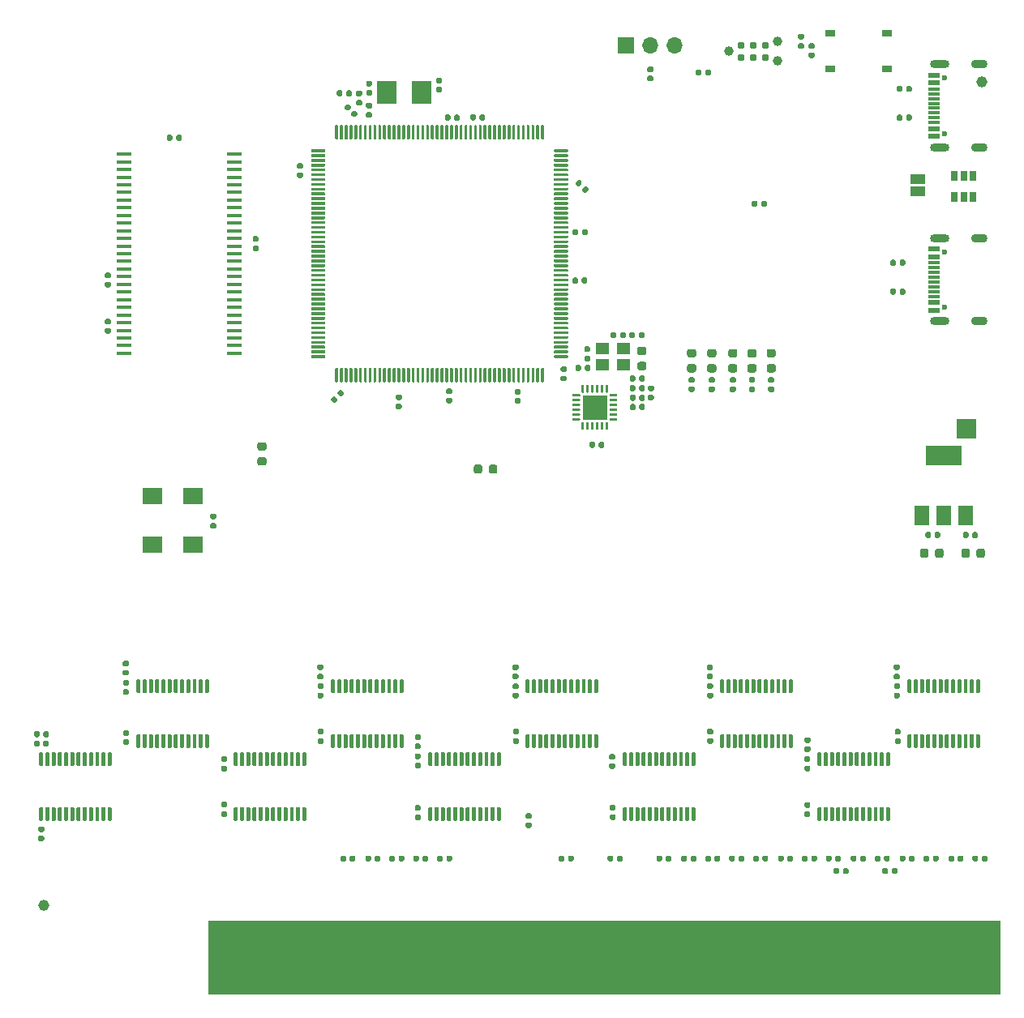
<source format=gts>
%TF.GenerationSoftware,KiCad,Pcbnew,5.1.6*%
%TF.CreationDate,2020-09-22T14:19:40+02:00*%
%TF.ProjectId,ISASTM,49534153-544d-42e6-9b69-6361645f7063,rev?*%
%TF.SameCoordinates,Original*%
%TF.FileFunction,Soldermask,Top*%
%TF.FilePolarity,Negative*%
%FSLAX46Y46*%
G04 Gerber Fmt 4.6, Leading zero omitted, Abs format (unit mm)*
G04 Created by KiCad (PCBNEW 5.1.6) date 2020-09-22 14:19:40*
%MOMM*%
%LPD*%
G01*
G04 APERTURE LIST*
%ADD10C,0.100000*%
%ADD11C,1.152000*%
%ADD12R,2.000000X2.000000*%
%ADD13R,1.400000X1.200000*%
%ADD14R,2.600000X2.600000*%
%ADD15R,0.650000X1.060000*%
%ADD16R,1.000000X0.750000*%
%ADD17R,1.500000X1.000000*%
%ADD18C,0.990600*%
%ADD19C,0.787400*%
%ADD20O,2.000000X0.900000*%
%ADD21O,1.700000X0.900000*%
%ADD22R,1.160000X0.300000*%
%ADD23C,0.600000*%
%ADD24R,1.160000X0.600000*%
%ADD25R,2.000000X1.800000*%
%ADD26R,1.500000X2.000000*%
%ADD27R,3.800000X2.000000*%
%ADD28O,1.700000X1.700000*%
%ADD29R,1.700000X1.700000*%
%ADD30R,2.000000X2.400000*%
%ADD31R,1.510000X0.458000*%
%ADD32R,1.778000X7.620000*%
G04 APERTURE END LIST*
D10*
G36*
X116840000Y-116205000D02*
G01*
X34163000Y-116205000D01*
X34163000Y-108585000D01*
X116840000Y-108585000D01*
X116840000Y-116205000D01*
G37*
X116840000Y-116205000D02*
X34163000Y-116205000D01*
X34163000Y-108585000D01*
X116840000Y-108585000D01*
X116840000Y-116205000D01*
%TO.C,R49*%
G36*
G01*
X67812500Y-97970000D02*
X67467500Y-97970000D01*
G75*
G02*
X67320000Y-97822500I0J147500D01*
G01*
X67320000Y-97527500D01*
G75*
G02*
X67467500Y-97380000I147500J0D01*
G01*
X67812500Y-97380000D01*
G75*
G02*
X67960000Y-97527500I0J-147500D01*
G01*
X67960000Y-97822500D01*
G75*
G02*
X67812500Y-97970000I-147500J0D01*
G01*
G37*
G36*
G01*
X67812500Y-98940000D02*
X67467500Y-98940000D01*
G75*
G02*
X67320000Y-98792500I0J147500D01*
G01*
X67320000Y-98497500D01*
G75*
G02*
X67467500Y-98350000I147500J0D01*
G01*
X67812500Y-98350000D01*
G75*
G02*
X67960000Y-98497500I0J-147500D01*
G01*
X67960000Y-98792500D01*
G75*
G02*
X67812500Y-98940000I-147500J0D01*
G01*
G37*
%TD*%
D11*
%TO.C,H2*%
X17000000Y-107000000D03*
%TD*%
%TO.C,H1*%
X115000000Y-21000000D03*
%TD*%
D12*
%TO.C,TP1*%
X113400000Y-57200000D03*
%TD*%
%TO.C,C59*%
G36*
G01*
X106372500Y-89193000D02*
X106027500Y-89193000D01*
G75*
G02*
X105880000Y-89045500I0J147500D01*
G01*
X105880000Y-88750500D01*
G75*
G02*
X106027500Y-88603000I147500J0D01*
G01*
X106372500Y-88603000D01*
G75*
G02*
X106520000Y-88750500I0J-147500D01*
G01*
X106520000Y-89045500D01*
G75*
G02*
X106372500Y-89193000I-147500J0D01*
G01*
G37*
G36*
G01*
X106372500Y-90163000D02*
X106027500Y-90163000D01*
G75*
G02*
X105880000Y-90015500I0J147500D01*
G01*
X105880000Y-89720500D01*
G75*
G02*
X106027500Y-89573000I147500J0D01*
G01*
X106372500Y-89573000D01*
G75*
G02*
X106520000Y-89720500I0J-147500D01*
G01*
X106520000Y-90015500D01*
G75*
G02*
X106372500Y-90163000I-147500J0D01*
G01*
G37*
%TD*%
%TO.C,C58*%
G36*
G01*
X66125500Y-84798000D02*
X66470500Y-84798000D01*
G75*
G02*
X66618000Y-84945500I0J-147500D01*
G01*
X66618000Y-85240500D01*
G75*
G02*
X66470500Y-85388000I-147500J0D01*
G01*
X66125500Y-85388000D01*
G75*
G02*
X65978000Y-85240500I0J147500D01*
G01*
X65978000Y-84945500D01*
G75*
G02*
X66125500Y-84798000I147500J0D01*
G01*
G37*
G36*
G01*
X66125500Y-83828000D02*
X66470500Y-83828000D01*
G75*
G02*
X66618000Y-83975500I0J-147500D01*
G01*
X66618000Y-84270500D01*
G75*
G02*
X66470500Y-84418000I-147500J0D01*
G01*
X66125500Y-84418000D01*
G75*
G02*
X65978000Y-84270500I0J147500D01*
G01*
X65978000Y-83975500D01*
G75*
G02*
X66125500Y-83828000I147500J0D01*
G01*
G37*
%TD*%
%TO.C,C57*%
G36*
G01*
X96920500Y-96818000D02*
X96575500Y-96818000D01*
G75*
G02*
X96428000Y-96670500I0J147500D01*
G01*
X96428000Y-96375500D01*
G75*
G02*
X96575500Y-96228000I147500J0D01*
G01*
X96920500Y-96228000D01*
G75*
G02*
X97068000Y-96375500I0J-147500D01*
G01*
X97068000Y-96670500D01*
G75*
G02*
X96920500Y-96818000I-147500J0D01*
G01*
G37*
G36*
G01*
X96920500Y-97788000D02*
X96575500Y-97788000D01*
G75*
G02*
X96428000Y-97640500I0J147500D01*
G01*
X96428000Y-97345500D01*
G75*
G02*
X96575500Y-97198000I147500J0D01*
G01*
X96920500Y-97198000D01*
G75*
G02*
X97068000Y-97345500I0J-147500D01*
G01*
X97068000Y-97640500D01*
G75*
G02*
X96920500Y-97788000I-147500J0D01*
G01*
G37*
%TD*%
%TO.C,C56*%
G36*
G01*
X45750500Y-84798000D02*
X46095500Y-84798000D01*
G75*
G02*
X46243000Y-84945500I0J-147500D01*
G01*
X46243000Y-85240500D01*
G75*
G02*
X46095500Y-85388000I-147500J0D01*
G01*
X45750500Y-85388000D01*
G75*
G02*
X45603000Y-85240500I0J147500D01*
G01*
X45603000Y-84945500D01*
G75*
G02*
X45750500Y-84798000I147500J0D01*
G01*
G37*
G36*
G01*
X45750500Y-83828000D02*
X46095500Y-83828000D01*
G75*
G02*
X46243000Y-83975500I0J-147500D01*
G01*
X46243000Y-84270500D01*
G75*
G02*
X46095500Y-84418000I-147500J0D01*
G01*
X45750500Y-84418000D01*
G75*
G02*
X45603000Y-84270500I0J147500D01*
G01*
X45603000Y-83975500D01*
G75*
G02*
X45750500Y-83828000I147500J0D01*
G01*
G37*
%TD*%
%TO.C,C55*%
G36*
G01*
X86770500Y-89168000D02*
X86425500Y-89168000D01*
G75*
G02*
X86278000Y-89020500I0J147500D01*
G01*
X86278000Y-88725500D01*
G75*
G02*
X86425500Y-88578000I147500J0D01*
G01*
X86770500Y-88578000D01*
G75*
G02*
X86918000Y-88725500I0J-147500D01*
G01*
X86918000Y-89020500D01*
G75*
G02*
X86770500Y-89168000I-147500J0D01*
G01*
G37*
G36*
G01*
X86770500Y-90138000D02*
X86425500Y-90138000D01*
G75*
G02*
X86278000Y-89990500I0J147500D01*
G01*
X86278000Y-89695500D01*
G75*
G02*
X86425500Y-89548000I147500J0D01*
G01*
X86770500Y-89548000D01*
G75*
G02*
X86918000Y-89695500I0J-147500D01*
G01*
X86918000Y-89990500D01*
G75*
G02*
X86770500Y-90138000I-147500J0D01*
G01*
G37*
%TD*%
%TO.C,C54*%
G36*
G01*
X35675500Y-92423000D02*
X36020500Y-92423000D01*
G75*
G02*
X36168000Y-92570500I0J-147500D01*
G01*
X36168000Y-92865500D01*
G75*
G02*
X36020500Y-93013000I-147500J0D01*
G01*
X35675500Y-93013000D01*
G75*
G02*
X35528000Y-92865500I0J147500D01*
G01*
X35528000Y-92570500D01*
G75*
G02*
X35675500Y-92423000I147500J0D01*
G01*
G37*
G36*
G01*
X35675500Y-91453000D02*
X36020500Y-91453000D01*
G75*
G02*
X36168000Y-91600500I0J-147500D01*
G01*
X36168000Y-91895500D01*
G75*
G02*
X36020500Y-92043000I-147500J0D01*
G01*
X35675500Y-92043000D01*
G75*
G02*
X35528000Y-91895500I0J147500D01*
G01*
X35528000Y-91600500D01*
G75*
G02*
X35675500Y-91453000I147500J0D01*
G01*
G37*
%TD*%
%TO.C,C53*%
G36*
G01*
X76595500Y-97118000D02*
X76250500Y-97118000D01*
G75*
G02*
X76103000Y-96970500I0J147500D01*
G01*
X76103000Y-96675500D01*
G75*
G02*
X76250500Y-96528000I147500J0D01*
G01*
X76595500Y-96528000D01*
G75*
G02*
X76743000Y-96675500I0J-147500D01*
G01*
X76743000Y-96970500D01*
G75*
G02*
X76595500Y-97118000I-147500J0D01*
G01*
G37*
G36*
G01*
X76595500Y-98088000D02*
X76250500Y-98088000D01*
G75*
G02*
X76103000Y-97940500I0J147500D01*
G01*
X76103000Y-97645500D01*
G75*
G02*
X76250500Y-97498000I147500J0D01*
G01*
X76595500Y-97498000D01*
G75*
G02*
X76743000Y-97645500I0J-147500D01*
G01*
X76743000Y-97940500D01*
G75*
G02*
X76595500Y-98088000I-147500J0D01*
G01*
G37*
%TD*%
%TO.C,C52*%
G36*
G01*
X25425500Y-84448000D02*
X25770500Y-84448000D01*
G75*
G02*
X25918000Y-84595500I0J-147500D01*
G01*
X25918000Y-84890500D01*
G75*
G02*
X25770500Y-85038000I-147500J0D01*
G01*
X25425500Y-85038000D01*
G75*
G02*
X25278000Y-84890500I0J147500D01*
G01*
X25278000Y-84595500D01*
G75*
G02*
X25425500Y-84448000I147500J0D01*
G01*
G37*
G36*
G01*
X25425500Y-83478000D02*
X25770500Y-83478000D01*
G75*
G02*
X25918000Y-83625500I0J-147500D01*
G01*
X25918000Y-83920500D01*
G75*
G02*
X25770500Y-84068000I-147500J0D01*
G01*
X25425500Y-84068000D01*
G75*
G02*
X25278000Y-83920500I0J147500D01*
G01*
X25278000Y-83625500D01*
G75*
G02*
X25425500Y-83478000I147500J0D01*
G01*
G37*
%TD*%
%TO.C,C51*%
G36*
G01*
X56245500Y-97143000D02*
X55900500Y-97143000D01*
G75*
G02*
X55753000Y-96995500I0J147500D01*
G01*
X55753000Y-96700500D01*
G75*
G02*
X55900500Y-96553000I147500J0D01*
G01*
X56245500Y-96553000D01*
G75*
G02*
X56393000Y-96700500I0J-147500D01*
G01*
X56393000Y-96995500D01*
G75*
G02*
X56245500Y-97143000I-147500J0D01*
G01*
G37*
G36*
G01*
X56245500Y-98113000D02*
X55900500Y-98113000D01*
G75*
G02*
X55753000Y-97965500I0J147500D01*
G01*
X55753000Y-97670500D01*
G75*
G02*
X55900500Y-97523000I147500J0D01*
G01*
X56245500Y-97523000D01*
G75*
G02*
X56393000Y-97670500I0J-147500D01*
G01*
X56393000Y-97965500D01*
G75*
G02*
X56245500Y-98113000I-147500J0D01*
G01*
G37*
%TD*%
%TO.C,C50*%
G36*
G01*
X16583000Y-89960500D02*
X16583000Y-90305500D01*
G75*
G02*
X16435500Y-90453000I-147500J0D01*
G01*
X16140500Y-90453000D01*
G75*
G02*
X15993000Y-90305500I0J147500D01*
G01*
X15993000Y-89960500D01*
G75*
G02*
X16140500Y-89813000I147500J0D01*
G01*
X16435500Y-89813000D01*
G75*
G02*
X16583000Y-89960500I0J-147500D01*
G01*
G37*
G36*
G01*
X17553000Y-89960500D02*
X17553000Y-90305500D01*
G75*
G02*
X17405500Y-90453000I-147500J0D01*
G01*
X17110500Y-90453000D01*
G75*
G02*
X16963000Y-90305500I0J147500D01*
G01*
X16963000Y-89960500D01*
G75*
G02*
X17110500Y-89813000I147500J0D01*
G01*
X17405500Y-89813000D01*
G75*
G02*
X17553000Y-89960500I0J-147500D01*
G01*
G37*
%TD*%
%TO.C,C49*%
G36*
G01*
X46095500Y-89168000D02*
X45750500Y-89168000D01*
G75*
G02*
X45603000Y-89020500I0J147500D01*
G01*
X45603000Y-88725500D01*
G75*
G02*
X45750500Y-88578000I147500J0D01*
G01*
X46095500Y-88578000D01*
G75*
G02*
X46243000Y-88725500I0J-147500D01*
G01*
X46243000Y-89020500D01*
G75*
G02*
X46095500Y-89168000I-147500J0D01*
G01*
G37*
G36*
G01*
X46095500Y-90138000D02*
X45750500Y-90138000D01*
G75*
G02*
X45603000Y-89990500I0J147500D01*
G01*
X45603000Y-89695500D01*
G75*
G02*
X45750500Y-89548000I147500J0D01*
G01*
X46095500Y-89548000D01*
G75*
G02*
X46243000Y-89695500I0J-147500D01*
G01*
X46243000Y-89990500D01*
G75*
G02*
X46095500Y-90138000I-147500J0D01*
G01*
G37*
%TD*%
%TO.C,C48*%
G36*
G01*
X96575500Y-92423000D02*
X96920500Y-92423000D01*
G75*
G02*
X97068000Y-92570500I0J-147500D01*
G01*
X97068000Y-92865500D01*
G75*
G02*
X96920500Y-93013000I-147500J0D01*
G01*
X96575500Y-93013000D01*
G75*
G02*
X96428000Y-92865500I0J147500D01*
G01*
X96428000Y-92570500D01*
G75*
G02*
X96575500Y-92423000I147500J0D01*
G01*
G37*
G36*
G01*
X96575500Y-91453000D02*
X96920500Y-91453000D01*
G75*
G02*
X97068000Y-91600500I0J-147500D01*
G01*
X97068000Y-91895500D01*
G75*
G02*
X96920500Y-92043000I-147500J0D01*
G01*
X96575500Y-92043000D01*
G75*
G02*
X96428000Y-91895500I0J147500D01*
G01*
X96428000Y-91600500D01*
G75*
G02*
X96575500Y-91453000I147500J0D01*
G01*
G37*
%TD*%
%TO.C,C47*%
G36*
G01*
X66495500Y-89168000D02*
X66150500Y-89168000D01*
G75*
G02*
X66003000Y-89020500I0J147500D01*
G01*
X66003000Y-88725500D01*
G75*
G02*
X66150500Y-88578000I147500J0D01*
G01*
X66495500Y-88578000D01*
G75*
G02*
X66643000Y-88725500I0J-147500D01*
G01*
X66643000Y-89020500D01*
G75*
G02*
X66495500Y-89168000I-147500J0D01*
G01*
G37*
G36*
G01*
X66495500Y-90138000D02*
X66150500Y-90138000D01*
G75*
G02*
X66003000Y-89990500I0J147500D01*
G01*
X66003000Y-89695500D01*
G75*
G02*
X66150500Y-89548000I147500J0D01*
G01*
X66495500Y-89548000D01*
G75*
G02*
X66643000Y-89695500I0J-147500D01*
G01*
X66643000Y-89990500D01*
G75*
G02*
X66495500Y-90138000I-147500J0D01*
G01*
G37*
%TD*%
%TO.C,C46*%
G36*
G01*
X49082625Y-23746674D02*
X48838673Y-23990625D01*
G75*
G02*
X48630077Y-23990625I-104298J104298D01*
G01*
X48421481Y-23782029D01*
G75*
G02*
X48421481Y-23573433I104298J104298D01*
G01*
X48665433Y-23329481D01*
G75*
G02*
X48874029Y-23329481I104298J-104298D01*
G01*
X49082625Y-23538077D01*
G75*
G02*
X49082625Y-23746673I-104298J-104298D01*
G01*
G37*
G36*
G01*
X49768519Y-24432568D02*
X49524567Y-24676519D01*
G75*
G02*
X49315971Y-24676519I-104298J104298D01*
G01*
X49107375Y-24467923D01*
G75*
G02*
X49107375Y-24259327I104298J104298D01*
G01*
X49351327Y-24015375D01*
G75*
G02*
X49559923Y-24015375I104298J-104298D01*
G01*
X49768519Y-24223971D01*
G75*
G02*
X49768519Y-24432567I-104298J-104298D01*
G01*
G37*
%TD*%
%TO.C,C45*%
G36*
G01*
X36020500Y-96793000D02*
X35675500Y-96793000D01*
G75*
G02*
X35528000Y-96645500I0J147500D01*
G01*
X35528000Y-96350500D01*
G75*
G02*
X35675500Y-96203000I147500J0D01*
G01*
X36020500Y-96203000D01*
G75*
G02*
X36168000Y-96350500I0J-147500D01*
G01*
X36168000Y-96645500D01*
G75*
G02*
X36020500Y-96793000I-147500J0D01*
G01*
G37*
G36*
G01*
X36020500Y-97763000D02*
X35675500Y-97763000D01*
G75*
G02*
X35528000Y-97615500I0J147500D01*
G01*
X35528000Y-97320500D01*
G75*
G02*
X35675500Y-97173000I147500J0D01*
G01*
X36020500Y-97173000D01*
G75*
G02*
X36168000Y-97320500I0J-147500D01*
G01*
X36168000Y-97615500D01*
G75*
G02*
X36020500Y-97763000I-147500J0D01*
G01*
G37*
%TD*%
%TO.C,C44*%
G36*
G01*
X59860000Y-24900500D02*
X59860000Y-24555500D01*
G75*
G02*
X60007500Y-24408000I147500J0D01*
G01*
X60302500Y-24408000D01*
G75*
G02*
X60450000Y-24555500I0J-147500D01*
G01*
X60450000Y-24900500D01*
G75*
G02*
X60302500Y-25048000I-147500J0D01*
G01*
X60007500Y-25048000D01*
G75*
G02*
X59860000Y-24900500I0J147500D01*
G01*
G37*
G36*
G01*
X58890000Y-24900500D02*
X58890000Y-24555500D01*
G75*
G02*
X59037500Y-24408000I147500J0D01*
G01*
X59332500Y-24408000D01*
G75*
G02*
X59480000Y-24555500I0J-147500D01*
G01*
X59480000Y-24900500D01*
G75*
G02*
X59332500Y-25048000I-147500J0D01*
G01*
X59037500Y-25048000D01*
G75*
G02*
X58890000Y-24900500I0J147500D01*
G01*
G37*
%TD*%
%TO.C,C43*%
G36*
G01*
X25770500Y-89310000D02*
X25425500Y-89310000D01*
G75*
G02*
X25278000Y-89162500I0J147500D01*
G01*
X25278000Y-88867500D01*
G75*
G02*
X25425500Y-88720000I147500J0D01*
G01*
X25770500Y-88720000D01*
G75*
G02*
X25918000Y-88867500I0J-147500D01*
G01*
X25918000Y-89162500D01*
G75*
G02*
X25770500Y-89310000I-147500J0D01*
G01*
G37*
G36*
G01*
X25770500Y-90280000D02*
X25425500Y-90280000D01*
G75*
G02*
X25278000Y-90132500I0J147500D01*
G01*
X25278000Y-89837500D01*
G75*
G02*
X25425500Y-89690000I147500J0D01*
G01*
X25770500Y-89690000D01*
G75*
G02*
X25918000Y-89837500I0J-147500D01*
G01*
X25918000Y-90132500D01*
G75*
G02*
X25770500Y-90280000I-147500J0D01*
G01*
G37*
%TD*%
%TO.C,C42*%
G36*
G01*
X62510000Y-24872500D02*
X62510000Y-24527500D01*
G75*
G02*
X62657500Y-24380000I147500J0D01*
G01*
X62952500Y-24380000D01*
G75*
G02*
X63100000Y-24527500I0J-147500D01*
G01*
X63100000Y-24872500D01*
G75*
G02*
X62952500Y-25020000I-147500J0D01*
G01*
X62657500Y-25020000D01*
G75*
G02*
X62510000Y-24872500I0J147500D01*
G01*
G37*
G36*
G01*
X61540000Y-24872500D02*
X61540000Y-24527500D01*
G75*
G02*
X61687500Y-24380000I147500J0D01*
G01*
X61982500Y-24380000D01*
G75*
G02*
X62130000Y-24527500I0J-147500D01*
G01*
X62130000Y-24872500D01*
G75*
G02*
X61982500Y-25020000I-147500J0D01*
G01*
X61687500Y-25020000D01*
G75*
G02*
X61540000Y-24872500I0J147500D01*
G01*
G37*
%TD*%
%TO.C,C41*%
G36*
G01*
X16575500Y-99748000D02*
X16920500Y-99748000D01*
G75*
G02*
X17068000Y-99895500I0J-147500D01*
G01*
X17068000Y-100190500D01*
G75*
G02*
X16920500Y-100338000I-147500J0D01*
G01*
X16575500Y-100338000D01*
G75*
G02*
X16428000Y-100190500I0J147500D01*
G01*
X16428000Y-99895500D01*
G75*
G02*
X16575500Y-99748000I147500J0D01*
G01*
G37*
G36*
G01*
X16575500Y-98778000D02*
X16920500Y-98778000D01*
G75*
G02*
X17068000Y-98925500I0J-147500D01*
G01*
X17068000Y-99220500D01*
G75*
G02*
X16920500Y-99368000I-147500J0D01*
G01*
X16575500Y-99368000D01*
G75*
G02*
X16428000Y-99220500I0J147500D01*
G01*
X16428000Y-98925500D01*
G75*
G02*
X16575500Y-98778000I147500J0D01*
G01*
G37*
%TD*%
%TO.C,C40*%
G36*
G01*
X73210000Y-36872500D02*
X73210000Y-36527500D01*
G75*
G02*
X73357500Y-36380000I147500J0D01*
G01*
X73652500Y-36380000D01*
G75*
G02*
X73800000Y-36527500I0J-147500D01*
G01*
X73800000Y-36872500D01*
G75*
G02*
X73652500Y-37020000I-147500J0D01*
G01*
X73357500Y-37020000D01*
G75*
G02*
X73210000Y-36872500I0J147500D01*
G01*
G37*
G36*
G01*
X72240000Y-36872500D02*
X72240000Y-36527500D01*
G75*
G02*
X72387500Y-36380000I147500J0D01*
G01*
X72682500Y-36380000D01*
G75*
G02*
X72830000Y-36527500I0J-147500D01*
G01*
X72830000Y-36872500D01*
G75*
G02*
X72682500Y-37020000I-147500J0D01*
G01*
X72387500Y-37020000D01*
G75*
G02*
X72240000Y-36872500I0J147500D01*
G01*
G37*
%TD*%
D13*
%TO.C,Y1*%
X77550000Y-50520000D03*
X75350000Y-50520000D03*
X75350000Y-48820000D03*
X77550000Y-48820000D03*
%TD*%
%TO.C,U15*%
G36*
G01*
X72200000Y-53807500D02*
X72200000Y-53682500D01*
G75*
G02*
X72262500Y-53620000I62500J0D01*
G01*
X72962500Y-53620000D01*
G75*
G02*
X73025000Y-53682500I0J-62500D01*
G01*
X73025000Y-53807500D01*
G75*
G02*
X72962500Y-53870000I-62500J0D01*
G01*
X72262500Y-53870000D01*
G75*
G02*
X72200000Y-53807500I0J62500D01*
G01*
G37*
G36*
G01*
X72200000Y-54307500D02*
X72200000Y-54182500D01*
G75*
G02*
X72262500Y-54120000I62500J0D01*
G01*
X72962500Y-54120000D01*
G75*
G02*
X73025000Y-54182500I0J-62500D01*
G01*
X73025000Y-54307500D01*
G75*
G02*
X72962500Y-54370000I-62500J0D01*
G01*
X72262500Y-54370000D01*
G75*
G02*
X72200000Y-54307500I0J62500D01*
G01*
G37*
G36*
G01*
X72200000Y-54807500D02*
X72200000Y-54682500D01*
G75*
G02*
X72262500Y-54620000I62500J0D01*
G01*
X72962500Y-54620000D01*
G75*
G02*
X73025000Y-54682500I0J-62500D01*
G01*
X73025000Y-54807500D01*
G75*
G02*
X72962500Y-54870000I-62500J0D01*
G01*
X72262500Y-54870000D01*
G75*
G02*
X72200000Y-54807500I0J62500D01*
G01*
G37*
G36*
G01*
X72200000Y-55307500D02*
X72200000Y-55182500D01*
G75*
G02*
X72262500Y-55120000I62500J0D01*
G01*
X72962500Y-55120000D01*
G75*
G02*
X73025000Y-55182500I0J-62500D01*
G01*
X73025000Y-55307500D01*
G75*
G02*
X72962500Y-55370000I-62500J0D01*
G01*
X72262500Y-55370000D01*
G75*
G02*
X72200000Y-55307500I0J62500D01*
G01*
G37*
G36*
G01*
X72200000Y-55807500D02*
X72200000Y-55682500D01*
G75*
G02*
X72262500Y-55620000I62500J0D01*
G01*
X72962500Y-55620000D01*
G75*
G02*
X73025000Y-55682500I0J-62500D01*
G01*
X73025000Y-55807500D01*
G75*
G02*
X72962500Y-55870000I-62500J0D01*
G01*
X72262500Y-55870000D01*
G75*
G02*
X72200000Y-55807500I0J62500D01*
G01*
G37*
G36*
G01*
X72200000Y-56307500D02*
X72200000Y-56182500D01*
G75*
G02*
X72262500Y-56120000I62500J0D01*
G01*
X72962500Y-56120000D01*
G75*
G02*
X73025000Y-56182500I0J-62500D01*
G01*
X73025000Y-56307500D01*
G75*
G02*
X72962500Y-56370000I-62500J0D01*
G01*
X72262500Y-56370000D01*
G75*
G02*
X72200000Y-56307500I0J62500D01*
G01*
G37*
G36*
G01*
X73175000Y-57282500D02*
X73175000Y-56582500D01*
G75*
G02*
X73237500Y-56520000I62500J0D01*
G01*
X73362500Y-56520000D01*
G75*
G02*
X73425000Y-56582500I0J-62500D01*
G01*
X73425000Y-57282500D01*
G75*
G02*
X73362500Y-57345000I-62500J0D01*
G01*
X73237500Y-57345000D01*
G75*
G02*
X73175000Y-57282500I0J62500D01*
G01*
G37*
G36*
G01*
X73675000Y-57282500D02*
X73675000Y-56582500D01*
G75*
G02*
X73737500Y-56520000I62500J0D01*
G01*
X73862500Y-56520000D01*
G75*
G02*
X73925000Y-56582500I0J-62500D01*
G01*
X73925000Y-57282500D01*
G75*
G02*
X73862500Y-57345000I-62500J0D01*
G01*
X73737500Y-57345000D01*
G75*
G02*
X73675000Y-57282500I0J62500D01*
G01*
G37*
G36*
G01*
X74175000Y-57282500D02*
X74175000Y-56582500D01*
G75*
G02*
X74237500Y-56520000I62500J0D01*
G01*
X74362500Y-56520000D01*
G75*
G02*
X74425000Y-56582500I0J-62500D01*
G01*
X74425000Y-57282500D01*
G75*
G02*
X74362500Y-57345000I-62500J0D01*
G01*
X74237500Y-57345000D01*
G75*
G02*
X74175000Y-57282500I0J62500D01*
G01*
G37*
G36*
G01*
X74675000Y-57282500D02*
X74675000Y-56582500D01*
G75*
G02*
X74737500Y-56520000I62500J0D01*
G01*
X74862500Y-56520000D01*
G75*
G02*
X74925000Y-56582500I0J-62500D01*
G01*
X74925000Y-57282500D01*
G75*
G02*
X74862500Y-57345000I-62500J0D01*
G01*
X74737500Y-57345000D01*
G75*
G02*
X74675000Y-57282500I0J62500D01*
G01*
G37*
G36*
G01*
X75175000Y-57282500D02*
X75175000Y-56582500D01*
G75*
G02*
X75237500Y-56520000I62500J0D01*
G01*
X75362500Y-56520000D01*
G75*
G02*
X75425000Y-56582500I0J-62500D01*
G01*
X75425000Y-57282500D01*
G75*
G02*
X75362500Y-57345000I-62500J0D01*
G01*
X75237500Y-57345000D01*
G75*
G02*
X75175000Y-57282500I0J62500D01*
G01*
G37*
G36*
G01*
X75675000Y-57282500D02*
X75675000Y-56582500D01*
G75*
G02*
X75737500Y-56520000I62500J0D01*
G01*
X75862500Y-56520000D01*
G75*
G02*
X75925000Y-56582500I0J-62500D01*
G01*
X75925000Y-57282500D01*
G75*
G02*
X75862500Y-57345000I-62500J0D01*
G01*
X75737500Y-57345000D01*
G75*
G02*
X75675000Y-57282500I0J62500D01*
G01*
G37*
G36*
G01*
X76075000Y-56307500D02*
X76075000Y-56182500D01*
G75*
G02*
X76137500Y-56120000I62500J0D01*
G01*
X76837500Y-56120000D01*
G75*
G02*
X76900000Y-56182500I0J-62500D01*
G01*
X76900000Y-56307500D01*
G75*
G02*
X76837500Y-56370000I-62500J0D01*
G01*
X76137500Y-56370000D01*
G75*
G02*
X76075000Y-56307500I0J62500D01*
G01*
G37*
G36*
G01*
X76075000Y-55807500D02*
X76075000Y-55682500D01*
G75*
G02*
X76137500Y-55620000I62500J0D01*
G01*
X76837500Y-55620000D01*
G75*
G02*
X76900000Y-55682500I0J-62500D01*
G01*
X76900000Y-55807500D01*
G75*
G02*
X76837500Y-55870000I-62500J0D01*
G01*
X76137500Y-55870000D01*
G75*
G02*
X76075000Y-55807500I0J62500D01*
G01*
G37*
G36*
G01*
X76075000Y-55307500D02*
X76075000Y-55182500D01*
G75*
G02*
X76137500Y-55120000I62500J0D01*
G01*
X76837500Y-55120000D01*
G75*
G02*
X76900000Y-55182500I0J-62500D01*
G01*
X76900000Y-55307500D01*
G75*
G02*
X76837500Y-55370000I-62500J0D01*
G01*
X76137500Y-55370000D01*
G75*
G02*
X76075000Y-55307500I0J62500D01*
G01*
G37*
G36*
G01*
X76075000Y-54807500D02*
X76075000Y-54682500D01*
G75*
G02*
X76137500Y-54620000I62500J0D01*
G01*
X76837500Y-54620000D01*
G75*
G02*
X76900000Y-54682500I0J-62500D01*
G01*
X76900000Y-54807500D01*
G75*
G02*
X76837500Y-54870000I-62500J0D01*
G01*
X76137500Y-54870000D01*
G75*
G02*
X76075000Y-54807500I0J62500D01*
G01*
G37*
G36*
G01*
X76075000Y-54307500D02*
X76075000Y-54182500D01*
G75*
G02*
X76137500Y-54120000I62500J0D01*
G01*
X76837500Y-54120000D01*
G75*
G02*
X76900000Y-54182500I0J-62500D01*
G01*
X76900000Y-54307500D01*
G75*
G02*
X76837500Y-54370000I-62500J0D01*
G01*
X76137500Y-54370000D01*
G75*
G02*
X76075000Y-54307500I0J62500D01*
G01*
G37*
G36*
G01*
X76075000Y-53807500D02*
X76075000Y-53682500D01*
G75*
G02*
X76137500Y-53620000I62500J0D01*
G01*
X76837500Y-53620000D01*
G75*
G02*
X76900000Y-53682500I0J-62500D01*
G01*
X76900000Y-53807500D01*
G75*
G02*
X76837500Y-53870000I-62500J0D01*
G01*
X76137500Y-53870000D01*
G75*
G02*
X76075000Y-53807500I0J62500D01*
G01*
G37*
G36*
G01*
X75675000Y-53407500D02*
X75675000Y-52707500D01*
G75*
G02*
X75737500Y-52645000I62500J0D01*
G01*
X75862500Y-52645000D01*
G75*
G02*
X75925000Y-52707500I0J-62500D01*
G01*
X75925000Y-53407500D01*
G75*
G02*
X75862500Y-53470000I-62500J0D01*
G01*
X75737500Y-53470000D01*
G75*
G02*
X75675000Y-53407500I0J62500D01*
G01*
G37*
G36*
G01*
X75175000Y-53407500D02*
X75175000Y-52707500D01*
G75*
G02*
X75237500Y-52645000I62500J0D01*
G01*
X75362500Y-52645000D01*
G75*
G02*
X75425000Y-52707500I0J-62500D01*
G01*
X75425000Y-53407500D01*
G75*
G02*
X75362500Y-53470000I-62500J0D01*
G01*
X75237500Y-53470000D01*
G75*
G02*
X75175000Y-53407500I0J62500D01*
G01*
G37*
G36*
G01*
X74675000Y-53407500D02*
X74675000Y-52707500D01*
G75*
G02*
X74737500Y-52645000I62500J0D01*
G01*
X74862500Y-52645000D01*
G75*
G02*
X74925000Y-52707500I0J-62500D01*
G01*
X74925000Y-53407500D01*
G75*
G02*
X74862500Y-53470000I-62500J0D01*
G01*
X74737500Y-53470000D01*
G75*
G02*
X74675000Y-53407500I0J62500D01*
G01*
G37*
G36*
G01*
X74175000Y-53407500D02*
X74175000Y-52707500D01*
G75*
G02*
X74237500Y-52645000I62500J0D01*
G01*
X74362500Y-52645000D01*
G75*
G02*
X74425000Y-52707500I0J-62500D01*
G01*
X74425000Y-53407500D01*
G75*
G02*
X74362500Y-53470000I-62500J0D01*
G01*
X74237500Y-53470000D01*
G75*
G02*
X74175000Y-53407500I0J62500D01*
G01*
G37*
G36*
G01*
X73675000Y-53407500D02*
X73675000Y-52707500D01*
G75*
G02*
X73737500Y-52645000I62500J0D01*
G01*
X73862500Y-52645000D01*
G75*
G02*
X73925000Y-52707500I0J-62500D01*
G01*
X73925000Y-53407500D01*
G75*
G02*
X73862500Y-53470000I-62500J0D01*
G01*
X73737500Y-53470000D01*
G75*
G02*
X73675000Y-53407500I0J62500D01*
G01*
G37*
G36*
G01*
X73175000Y-53407500D02*
X73175000Y-52707500D01*
G75*
G02*
X73237500Y-52645000I62500J0D01*
G01*
X73362500Y-52645000D01*
G75*
G02*
X73425000Y-52707500I0J-62500D01*
G01*
X73425000Y-53407500D01*
G75*
G02*
X73362500Y-53470000I-62500J0D01*
G01*
X73237500Y-53470000D01*
G75*
G02*
X73175000Y-53407500I0J62500D01*
G01*
G37*
D14*
X74550000Y-54995000D03*
%TD*%
D15*
%TO.C,U14*%
X113073000Y-33033000D03*
X114023000Y-33033000D03*
X112123000Y-33033000D03*
X112123000Y-30833000D03*
X113073000Y-30833000D03*
X114023000Y-30833000D03*
%TD*%
D16*
%TO.C,SW1*%
X99108000Y-19655000D03*
X99108000Y-15905000D03*
X105108000Y-15905000D03*
X105108000Y-19655000D03*
%TD*%
%TO.C,R48*%
G36*
G01*
X25745500Y-82043000D02*
X25400500Y-82043000D01*
G75*
G02*
X25253000Y-81895500I0J147500D01*
G01*
X25253000Y-81600500D01*
G75*
G02*
X25400500Y-81453000I147500J0D01*
G01*
X25745500Y-81453000D01*
G75*
G02*
X25893000Y-81600500I0J-147500D01*
G01*
X25893000Y-81895500D01*
G75*
G02*
X25745500Y-82043000I-147500J0D01*
G01*
G37*
G36*
G01*
X25745500Y-83013000D02*
X25400500Y-83013000D01*
G75*
G02*
X25253000Y-82865500I0J147500D01*
G01*
X25253000Y-82570500D01*
G75*
G02*
X25400500Y-82423000I147500J0D01*
G01*
X25745500Y-82423000D01*
G75*
G02*
X25893000Y-82570500I0J-147500D01*
G01*
X25893000Y-82865500D01*
G75*
G02*
X25745500Y-83013000I-147500J0D01*
G01*
G37*
%TD*%
%TO.C,R47*%
G36*
G01*
X106245500Y-82443000D02*
X105900500Y-82443000D01*
G75*
G02*
X105753000Y-82295500I0J147500D01*
G01*
X105753000Y-82000500D01*
G75*
G02*
X105900500Y-81853000I147500J0D01*
G01*
X106245500Y-81853000D01*
G75*
G02*
X106393000Y-82000500I0J-147500D01*
G01*
X106393000Y-82295500D01*
G75*
G02*
X106245500Y-82443000I-147500J0D01*
G01*
G37*
G36*
G01*
X106245500Y-83413000D02*
X105900500Y-83413000D01*
G75*
G02*
X105753000Y-83265500I0J147500D01*
G01*
X105753000Y-82970500D01*
G75*
G02*
X105900500Y-82823000I147500J0D01*
G01*
X106245500Y-82823000D01*
G75*
G02*
X106393000Y-82970500I0J-147500D01*
G01*
X106393000Y-83265500D01*
G75*
G02*
X106245500Y-83413000I-147500J0D01*
G01*
G37*
%TD*%
%TO.C,R46*%
G36*
G01*
X46045500Y-82443000D02*
X45700500Y-82443000D01*
G75*
G02*
X45553000Y-82295500I0J147500D01*
G01*
X45553000Y-82000500D01*
G75*
G02*
X45700500Y-81853000I147500J0D01*
G01*
X46045500Y-81853000D01*
G75*
G02*
X46193000Y-82000500I0J-147500D01*
G01*
X46193000Y-82295500D01*
G75*
G02*
X46045500Y-82443000I-147500J0D01*
G01*
G37*
G36*
G01*
X46045500Y-83413000D02*
X45700500Y-83413000D01*
G75*
G02*
X45553000Y-83265500I0J147500D01*
G01*
X45553000Y-82970500D01*
G75*
G02*
X45700500Y-82823000I147500J0D01*
G01*
X46045500Y-82823000D01*
G75*
G02*
X46193000Y-82970500I0J-147500D01*
G01*
X46193000Y-83265500D01*
G75*
G02*
X46045500Y-83413000I-147500J0D01*
G01*
G37*
%TD*%
%TO.C,R45*%
G36*
G01*
X16963000Y-89305500D02*
X16963000Y-88960500D01*
G75*
G02*
X17110500Y-88813000I147500J0D01*
G01*
X17405500Y-88813000D01*
G75*
G02*
X17553000Y-88960500I0J-147500D01*
G01*
X17553000Y-89305500D01*
G75*
G02*
X17405500Y-89453000I-147500J0D01*
G01*
X17110500Y-89453000D01*
G75*
G02*
X16963000Y-89305500I0J147500D01*
G01*
G37*
G36*
G01*
X15993000Y-89305500D02*
X15993000Y-88960500D01*
G75*
G02*
X16140500Y-88813000I147500J0D01*
G01*
X16435500Y-88813000D01*
G75*
G02*
X16583000Y-88960500I0J-147500D01*
G01*
X16583000Y-89305500D01*
G75*
G02*
X16435500Y-89453000I-147500J0D01*
G01*
X16140500Y-89453000D01*
G75*
G02*
X15993000Y-89305500I0J147500D01*
G01*
G37*
%TD*%
%TO.C,R44*%
G36*
G01*
X66445500Y-82443000D02*
X66100500Y-82443000D01*
G75*
G02*
X65953000Y-82295500I0J147500D01*
G01*
X65953000Y-82000500D01*
G75*
G02*
X66100500Y-81853000I147500J0D01*
G01*
X66445500Y-81853000D01*
G75*
G02*
X66593000Y-82000500I0J-147500D01*
G01*
X66593000Y-82295500D01*
G75*
G02*
X66445500Y-82443000I-147500J0D01*
G01*
G37*
G36*
G01*
X66445500Y-83413000D02*
X66100500Y-83413000D01*
G75*
G02*
X65953000Y-83265500I0J147500D01*
G01*
X65953000Y-82970500D01*
G75*
G02*
X66100500Y-82823000I147500J0D01*
G01*
X66445500Y-82823000D01*
G75*
G02*
X66593000Y-82970500I0J-147500D01*
G01*
X66593000Y-83265500D01*
G75*
G02*
X66445500Y-83413000I-147500J0D01*
G01*
G37*
%TD*%
%TO.C,R43*%
G36*
G01*
X86745500Y-82443000D02*
X86400500Y-82443000D01*
G75*
G02*
X86253000Y-82295500I0J147500D01*
G01*
X86253000Y-82000500D01*
G75*
G02*
X86400500Y-81853000I147500J0D01*
G01*
X86745500Y-81853000D01*
G75*
G02*
X86893000Y-82000500I0J-147500D01*
G01*
X86893000Y-82295500D01*
G75*
G02*
X86745500Y-82443000I-147500J0D01*
G01*
G37*
G36*
G01*
X86745500Y-83413000D02*
X86400500Y-83413000D01*
G75*
G02*
X86253000Y-83265500I0J147500D01*
G01*
X86253000Y-82970500D01*
G75*
G02*
X86400500Y-82823000I147500J0D01*
G01*
X86745500Y-82823000D01*
G75*
G02*
X86893000Y-82970500I0J-147500D01*
G01*
X86893000Y-83265500D01*
G75*
G02*
X86745500Y-83413000I-147500J0D01*
G01*
G37*
%TD*%
%TO.C,R42*%
G36*
G01*
X56245500Y-89743000D02*
X55900500Y-89743000D01*
G75*
G02*
X55753000Y-89595500I0J147500D01*
G01*
X55753000Y-89300500D01*
G75*
G02*
X55900500Y-89153000I147500J0D01*
G01*
X56245500Y-89153000D01*
G75*
G02*
X56393000Y-89300500I0J-147500D01*
G01*
X56393000Y-89595500D01*
G75*
G02*
X56245500Y-89743000I-147500J0D01*
G01*
G37*
G36*
G01*
X56245500Y-90713000D02*
X55900500Y-90713000D01*
G75*
G02*
X55753000Y-90565500I0J147500D01*
G01*
X55753000Y-90270500D01*
G75*
G02*
X55900500Y-90123000I147500J0D01*
G01*
X56245500Y-90123000D01*
G75*
G02*
X56393000Y-90270500I0J-147500D01*
G01*
X56393000Y-90565500D01*
G75*
G02*
X56245500Y-90713000I-147500J0D01*
G01*
G37*
%TD*%
%TO.C,R41*%
G36*
G01*
X96945500Y-90043000D02*
X96600500Y-90043000D01*
G75*
G02*
X96453000Y-89895500I0J147500D01*
G01*
X96453000Y-89600500D01*
G75*
G02*
X96600500Y-89453000I147500J0D01*
G01*
X96945500Y-89453000D01*
G75*
G02*
X97093000Y-89600500I0J-147500D01*
G01*
X97093000Y-89895500D01*
G75*
G02*
X96945500Y-90043000I-147500J0D01*
G01*
G37*
G36*
G01*
X96945500Y-91013000D02*
X96600500Y-91013000D01*
G75*
G02*
X96453000Y-90865500I0J147500D01*
G01*
X96453000Y-90570500D01*
G75*
G02*
X96600500Y-90423000I147500J0D01*
G01*
X96945500Y-90423000D01*
G75*
G02*
X97093000Y-90570500I0J-147500D01*
G01*
X97093000Y-90865500D01*
G75*
G02*
X96945500Y-91013000I-147500J0D01*
G01*
G37*
%TD*%
%TO.C,R40*%
G36*
G01*
X89183000Y-101960500D02*
X89183000Y-102305500D01*
G75*
G02*
X89035500Y-102453000I-147500J0D01*
G01*
X88740500Y-102453000D01*
G75*
G02*
X88593000Y-102305500I0J147500D01*
G01*
X88593000Y-101960500D01*
G75*
G02*
X88740500Y-101813000I147500J0D01*
G01*
X89035500Y-101813000D01*
G75*
G02*
X89183000Y-101960500I0J-147500D01*
G01*
G37*
G36*
G01*
X90153000Y-101960500D02*
X90153000Y-102305500D01*
G75*
G02*
X90005500Y-102453000I-147500J0D01*
G01*
X89710500Y-102453000D01*
G75*
G02*
X89563000Y-102305500I0J147500D01*
G01*
X89563000Y-101960500D01*
G75*
G02*
X89710500Y-101813000I147500J0D01*
G01*
X90005500Y-101813000D01*
G75*
G02*
X90153000Y-101960500I0J-147500D01*
G01*
G37*
%TD*%
%TO.C,R39*%
G36*
G01*
X86683000Y-101960500D02*
X86683000Y-102305500D01*
G75*
G02*
X86535500Y-102453000I-147500J0D01*
G01*
X86240500Y-102453000D01*
G75*
G02*
X86093000Y-102305500I0J147500D01*
G01*
X86093000Y-101960500D01*
G75*
G02*
X86240500Y-101813000I147500J0D01*
G01*
X86535500Y-101813000D01*
G75*
G02*
X86683000Y-101960500I0J-147500D01*
G01*
G37*
G36*
G01*
X87653000Y-101960500D02*
X87653000Y-102305500D01*
G75*
G02*
X87505500Y-102453000I-147500J0D01*
G01*
X87210500Y-102453000D01*
G75*
G02*
X87063000Y-102305500I0J147500D01*
G01*
X87063000Y-101960500D01*
G75*
G02*
X87210500Y-101813000I147500J0D01*
G01*
X87505500Y-101813000D01*
G75*
G02*
X87653000Y-101960500I0J-147500D01*
G01*
G37*
%TD*%
%TO.C,R38*%
G36*
G01*
X84183000Y-101960500D02*
X84183000Y-102305500D01*
G75*
G02*
X84035500Y-102453000I-147500J0D01*
G01*
X83740500Y-102453000D01*
G75*
G02*
X83593000Y-102305500I0J147500D01*
G01*
X83593000Y-101960500D01*
G75*
G02*
X83740500Y-101813000I147500J0D01*
G01*
X84035500Y-101813000D01*
G75*
G02*
X84183000Y-101960500I0J-147500D01*
G01*
G37*
G36*
G01*
X85153000Y-101960500D02*
X85153000Y-102305500D01*
G75*
G02*
X85005500Y-102453000I-147500J0D01*
G01*
X84710500Y-102453000D01*
G75*
G02*
X84563000Y-102305500I0J147500D01*
G01*
X84563000Y-101960500D01*
G75*
G02*
X84710500Y-101813000I147500J0D01*
G01*
X85005500Y-101813000D01*
G75*
G02*
X85153000Y-101960500I0J-147500D01*
G01*
G37*
%TD*%
%TO.C,R37*%
G36*
G01*
X81583000Y-101960500D02*
X81583000Y-102305500D01*
G75*
G02*
X81435500Y-102453000I-147500J0D01*
G01*
X81140500Y-102453000D01*
G75*
G02*
X80993000Y-102305500I0J147500D01*
G01*
X80993000Y-101960500D01*
G75*
G02*
X81140500Y-101813000I147500J0D01*
G01*
X81435500Y-101813000D01*
G75*
G02*
X81583000Y-101960500I0J-147500D01*
G01*
G37*
G36*
G01*
X82553000Y-101960500D02*
X82553000Y-102305500D01*
G75*
G02*
X82405500Y-102453000I-147500J0D01*
G01*
X82110500Y-102453000D01*
G75*
G02*
X81963000Y-102305500I0J147500D01*
G01*
X81963000Y-101960500D01*
G75*
G02*
X82110500Y-101813000I147500J0D01*
G01*
X82405500Y-101813000D01*
G75*
G02*
X82553000Y-101960500I0J-147500D01*
G01*
G37*
%TD*%
%TO.C,R36*%
G36*
G01*
X114583000Y-101960500D02*
X114583000Y-102305500D01*
G75*
G02*
X114435500Y-102453000I-147500J0D01*
G01*
X114140500Y-102453000D01*
G75*
G02*
X113993000Y-102305500I0J147500D01*
G01*
X113993000Y-101960500D01*
G75*
G02*
X114140500Y-101813000I147500J0D01*
G01*
X114435500Y-101813000D01*
G75*
G02*
X114583000Y-101960500I0J-147500D01*
G01*
G37*
G36*
G01*
X115553000Y-101960500D02*
X115553000Y-102305500D01*
G75*
G02*
X115405500Y-102453000I-147500J0D01*
G01*
X115110500Y-102453000D01*
G75*
G02*
X114963000Y-102305500I0J147500D01*
G01*
X114963000Y-101960500D01*
G75*
G02*
X115110500Y-101813000I147500J0D01*
G01*
X115405500Y-101813000D01*
G75*
G02*
X115553000Y-101960500I0J-147500D01*
G01*
G37*
%TD*%
%TO.C,R35*%
G36*
G01*
X91683000Y-101960500D02*
X91683000Y-102305500D01*
G75*
G02*
X91535500Y-102453000I-147500J0D01*
G01*
X91240500Y-102453000D01*
G75*
G02*
X91093000Y-102305500I0J147500D01*
G01*
X91093000Y-101960500D01*
G75*
G02*
X91240500Y-101813000I147500J0D01*
G01*
X91535500Y-101813000D01*
G75*
G02*
X91683000Y-101960500I0J-147500D01*
G01*
G37*
G36*
G01*
X92653000Y-101960500D02*
X92653000Y-102305500D01*
G75*
G02*
X92505500Y-102453000I-147500J0D01*
G01*
X92210500Y-102453000D01*
G75*
G02*
X92063000Y-102305500I0J147500D01*
G01*
X92063000Y-101960500D01*
G75*
G02*
X92210500Y-101813000I147500J0D01*
G01*
X92505500Y-101813000D01*
G75*
G02*
X92653000Y-101960500I0J-147500D01*
G01*
G37*
%TD*%
%TO.C,R34*%
G36*
G01*
X58683000Y-101960500D02*
X58683000Y-102305500D01*
G75*
G02*
X58535500Y-102453000I-147500J0D01*
G01*
X58240500Y-102453000D01*
G75*
G02*
X58093000Y-102305500I0J147500D01*
G01*
X58093000Y-101960500D01*
G75*
G02*
X58240500Y-101813000I147500J0D01*
G01*
X58535500Y-101813000D01*
G75*
G02*
X58683000Y-101960500I0J-147500D01*
G01*
G37*
G36*
G01*
X59653000Y-101960500D02*
X59653000Y-102305500D01*
G75*
G02*
X59505500Y-102453000I-147500J0D01*
G01*
X59210500Y-102453000D01*
G75*
G02*
X59063000Y-102305500I0J147500D01*
G01*
X59063000Y-101960500D01*
G75*
G02*
X59210500Y-101813000I147500J0D01*
G01*
X59505500Y-101813000D01*
G75*
G02*
X59653000Y-101960500I0J-147500D01*
G01*
G37*
%TD*%
%TO.C,R33*%
G36*
G01*
X56183000Y-101960500D02*
X56183000Y-102305500D01*
G75*
G02*
X56035500Y-102453000I-147500J0D01*
G01*
X55740500Y-102453000D01*
G75*
G02*
X55593000Y-102305500I0J147500D01*
G01*
X55593000Y-101960500D01*
G75*
G02*
X55740500Y-101813000I147500J0D01*
G01*
X56035500Y-101813000D01*
G75*
G02*
X56183000Y-101960500I0J-147500D01*
G01*
G37*
G36*
G01*
X57153000Y-101960500D02*
X57153000Y-102305500D01*
G75*
G02*
X57005500Y-102453000I-147500J0D01*
G01*
X56710500Y-102453000D01*
G75*
G02*
X56563000Y-102305500I0J147500D01*
G01*
X56563000Y-101960500D01*
G75*
G02*
X56710500Y-101813000I147500J0D01*
G01*
X57005500Y-101813000D01*
G75*
G02*
X57153000Y-101960500I0J-147500D01*
G01*
G37*
%TD*%
%TO.C,R32*%
G36*
G01*
X53683000Y-101960500D02*
X53683000Y-102305500D01*
G75*
G02*
X53535500Y-102453000I-147500J0D01*
G01*
X53240500Y-102453000D01*
G75*
G02*
X53093000Y-102305500I0J147500D01*
G01*
X53093000Y-101960500D01*
G75*
G02*
X53240500Y-101813000I147500J0D01*
G01*
X53535500Y-101813000D01*
G75*
G02*
X53683000Y-101960500I0J-147500D01*
G01*
G37*
G36*
G01*
X54653000Y-101960500D02*
X54653000Y-102305500D01*
G75*
G02*
X54505500Y-102453000I-147500J0D01*
G01*
X54210500Y-102453000D01*
G75*
G02*
X54063000Y-102305500I0J147500D01*
G01*
X54063000Y-101960500D01*
G75*
G02*
X54210500Y-101813000I147500J0D01*
G01*
X54505500Y-101813000D01*
G75*
G02*
X54653000Y-101960500I0J-147500D01*
G01*
G37*
%TD*%
%TO.C,R31*%
G36*
G01*
X51183000Y-101960500D02*
X51183000Y-102305500D01*
G75*
G02*
X51035500Y-102453000I-147500J0D01*
G01*
X50740500Y-102453000D01*
G75*
G02*
X50593000Y-102305500I0J147500D01*
G01*
X50593000Y-101960500D01*
G75*
G02*
X50740500Y-101813000I147500J0D01*
G01*
X51035500Y-101813000D01*
G75*
G02*
X51183000Y-101960500I0J-147500D01*
G01*
G37*
G36*
G01*
X52153000Y-101960500D02*
X52153000Y-102305500D01*
G75*
G02*
X52005500Y-102453000I-147500J0D01*
G01*
X51710500Y-102453000D01*
G75*
G02*
X51563000Y-102305500I0J147500D01*
G01*
X51563000Y-101960500D01*
G75*
G02*
X51710500Y-101813000I147500J0D01*
G01*
X52005500Y-101813000D01*
G75*
G02*
X52153000Y-101960500I0J-147500D01*
G01*
G37*
%TD*%
%TO.C,R30*%
G36*
G01*
X48583000Y-101960500D02*
X48583000Y-102305500D01*
G75*
G02*
X48435500Y-102453000I-147500J0D01*
G01*
X48140500Y-102453000D01*
G75*
G02*
X47993000Y-102305500I0J147500D01*
G01*
X47993000Y-101960500D01*
G75*
G02*
X48140500Y-101813000I147500J0D01*
G01*
X48435500Y-101813000D01*
G75*
G02*
X48583000Y-101960500I0J-147500D01*
G01*
G37*
G36*
G01*
X49553000Y-101960500D02*
X49553000Y-102305500D01*
G75*
G02*
X49405500Y-102453000I-147500J0D01*
G01*
X49110500Y-102453000D01*
G75*
G02*
X48963000Y-102305500I0J147500D01*
G01*
X48963000Y-101960500D01*
G75*
G02*
X49110500Y-101813000I147500J0D01*
G01*
X49405500Y-101813000D01*
G75*
G02*
X49553000Y-101960500I0J-147500D01*
G01*
G37*
%TD*%
%TO.C,R29*%
G36*
G01*
X105563000Y-103605500D02*
X105563000Y-103260500D01*
G75*
G02*
X105710500Y-103113000I147500J0D01*
G01*
X106005500Y-103113000D01*
G75*
G02*
X106153000Y-103260500I0J-147500D01*
G01*
X106153000Y-103605500D01*
G75*
G02*
X106005500Y-103753000I-147500J0D01*
G01*
X105710500Y-103753000D01*
G75*
G02*
X105563000Y-103605500I0J147500D01*
G01*
G37*
G36*
G01*
X104593000Y-103605500D02*
X104593000Y-103260500D01*
G75*
G02*
X104740500Y-103113000I147500J0D01*
G01*
X105035500Y-103113000D01*
G75*
G02*
X105183000Y-103260500I0J-147500D01*
G01*
X105183000Y-103605500D01*
G75*
G02*
X105035500Y-103753000I-147500J0D01*
G01*
X104740500Y-103753000D01*
G75*
G02*
X104593000Y-103605500I0J147500D01*
G01*
G37*
%TD*%
%TO.C,R28*%
G36*
G01*
X76483000Y-101960500D02*
X76483000Y-102305500D01*
G75*
G02*
X76335500Y-102453000I-147500J0D01*
G01*
X76040500Y-102453000D01*
G75*
G02*
X75893000Y-102305500I0J147500D01*
G01*
X75893000Y-101960500D01*
G75*
G02*
X76040500Y-101813000I147500J0D01*
G01*
X76335500Y-101813000D01*
G75*
G02*
X76483000Y-101960500I0J-147500D01*
G01*
G37*
G36*
G01*
X77453000Y-101960500D02*
X77453000Y-102305500D01*
G75*
G02*
X77305500Y-102453000I-147500J0D01*
G01*
X77010500Y-102453000D01*
G75*
G02*
X76863000Y-102305500I0J147500D01*
G01*
X76863000Y-101960500D01*
G75*
G02*
X77010500Y-101813000I147500J0D01*
G01*
X77305500Y-101813000D01*
G75*
G02*
X77453000Y-101960500I0J-147500D01*
G01*
G37*
%TD*%
%TO.C,R27*%
G36*
G01*
X100463000Y-103605500D02*
X100463000Y-103260500D01*
G75*
G02*
X100610500Y-103113000I147500J0D01*
G01*
X100905500Y-103113000D01*
G75*
G02*
X101053000Y-103260500I0J-147500D01*
G01*
X101053000Y-103605500D01*
G75*
G02*
X100905500Y-103753000I-147500J0D01*
G01*
X100610500Y-103753000D01*
G75*
G02*
X100463000Y-103605500I0J147500D01*
G01*
G37*
G36*
G01*
X99493000Y-103605500D02*
X99493000Y-103260500D01*
G75*
G02*
X99640500Y-103113000I147500J0D01*
G01*
X99935500Y-103113000D01*
G75*
G02*
X100083000Y-103260500I0J-147500D01*
G01*
X100083000Y-103605500D01*
G75*
G02*
X99935500Y-103753000I-147500J0D01*
G01*
X99640500Y-103753000D01*
G75*
G02*
X99493000Y-103605500I0J147500D01*
G01*
G37*
%TD*%
%TO.C,R26*%
G36*
G01*
X71383000Y-101960500D02*
X71383000Y-102305500D01*
G75*
G02*
X71235500Y-102453000I-147500J0D01*
G01*
X70940500Y-102453000D01*
G75*
G02*
X70793000Y-102305500I0J147500D01*
G01*
X70793000Y-101960500D01*
G75*
G02*
X70940500Y-101813000I147500J0D01*
G01*
X71235500Y-101813000D01*
G75*
G02*
X71383000Y-101960500I0J-147500D01*
G01*
G37*
G36*
G01*
X72353000Y-101960500D02*
X72353000Y-102305500D01*
G75*
G02*
X72205500Y-102453000I-147500J0D01*
G01*
X71910500Y-102453000D01*
G75*
G02*
X71763000Y-102305500I0J147500D01*
G01*
X71763000Y-101960500D01*
G75*
G02*
X71910500Y-101813000I147500J0D01*
G01*
X72205500Y-101813000D01*
G75*
G02*
X72353000Y-101960500I0J-147500D01*
G01*
G37*
%TD*%
%TO.C,R25*%
G36*
G01*
X93145500Y-52443000D02*
X92800500Y-52443000D01*
G75*
G02*
X92653000Y-52295500I0J147500D01*
G01*
X92653000Y-52000500D01*
G75*
G02*
X92800500Y-51853000I147500J0D01*
G01*
X93145500Y-51853000D01*
G75*
G02*
X93293000Y-52000500I0J-147500D01*
G01*
X93293000Y-52295500D01*
G75*
G02*
X93145500Y-52443000I-147500J0D01*
G01*
G37*
G36*
G01*
X93145500Y-53413000D02*
X92800500Y-53413000D01*
G75*
G02*
X92653000Y-53265500I0J147500D01*
G01*
X92653000Y-52970500D01*
G75*
G02*
X92800500Y-52823000I147500J0D01*
G01*
X93145500Y-52823000D01*
G75*
G02*
X93293000Y-52970500I0J-147500D01*
G01*
X93293000Y-53265500D01*
G75*
G02*
X93145500Y-53413000I-147500J0D01*
G01*
G37*
%TD*%
%TO.C,R24*%
G36*
G01*
X91145500Y-52443000D02*
X90800500Y-52443000D01*
G75*
G02*
X90653000Y-52295500I0J147500D01*
G01*
X90653000Y-52000500D01*
G75*
G02*
X90800500Y-51853000I147500J0D01*
G01*
X91145500Y-51853000D01*
G75*
G02*
X91293000Y-52000500I0J-147500D01*
G01*
X91293000Y-52295500D01*
G75*
G02*
X91145500Y-52443000I-147500J0D01*
G01*
G37*
G36*
G01*
X91145500Y-53413000D02*
X90800500Y-53413000D01*
G75*
G02*
X90653000Y-53265500I0J147500D01*
G01*
X90653000Y-52970500D01*
G75*
G02*
X90800500Y-52823000I147500J0D01*
G01*
X91145500Y-52823000D01*
G75*
G02*
X91293000Y-52970500I0J-147500D01*
G01*
X91293000Y-53265500D01*
G75*
G02*
X91145500Y-53413000I-147500J0D01*
G01*
G37*
%TD*%
%TO.C,R23*%
G36*
G01*
X89145500Y-52443000D02*
X88800500Y-52443000D01*
G75*
G02*
X88653000Y-52295500I0J147500D01*
G01*
X88653000Y-52000500D01*
G75*
G02*
X88800500Y-51853000I147500J0D01*
G01*
X89145500Y-51853000D01*
G75*
G02*
X89293000Y-52000500I0J-147500D01*
G01*
X89293000Y-52295500D01*
G75*
G02*
X89145500Y-52443000I-147500J0D01*
G01*
G37*
G36*
G01*
X89145500Y-53413000D02*
X88800500Y-53413000D01*
G75*
G02*
X88653000Y-53265500I0J147500D01*
G01*
X88653000Y-52970500D01*
G75*
G02*
X88800500Y-52823000I147500J0D01*
G01*
X89145500Y-52823000D01*
G75*
G02*
X89293000Y-52970500I0J-147500D01*
G01*
X89293000Y-53265500D01*
G75*
G02*
X89145500Y-53413000I-147500J0D01*
G01*
G37*
%TD*%
%TO.C,R22*%
G36*
G01*
X86945500Y-52443000D02*
X86600500Y-52443000D01*
G75*
G02*
X86453000Y-52295500I0J147500D01*
G01*
X86453000Y-52000500D01*
G75*
G02*
X86600500Y-51853000I147500J0D01*
G01*
X86945500Y-51853000D01*
G75*
G02*
X87093000Y-52000500I0J-147500D01*
G01*
X87093000Y-52295500D01*
G75*
G02*
X86945500Y-52443000I-147500J0D01*
G01*
G37*
G36*
G01*
X86945500Y-53413000D02*
X86600500Y-53413000D01*
G75*
G02*
X86453000Y-53265500I0J147500D01*
G01*
X86453000Y-52970500D01*
G75*
G02*
X86600500Y-52823000I147500J0D01*
G01*
X86945500Y-52823000D01*
G75*
G02*
X87093000Y-52970500I0J-147500D01*
G01*
X87093000Y-53265500D01*
G75*
G02*
X86945500Y-53413000I-147500J0D01*
G01*
G37*
%TD*%
%TO.C,R21*%
G36*
G01*
X84845500Y-52443000D02*
X84500500Y-52443000D01*
G75*
G02*
X84353000Y-52295500I0J147500D01*
G01*
X84353000Y-52000500D01*
G75*
G02*
X84500500Y-51853000I147500J0D01*
G01*
X84845500Y-51853000D01*
G75*
G02*
X84993000Y-52000500I0J-147500D01*
G01*
X84993000Y-52295500D01*
G75*
G02*
X84845500Y-52443000I-147500J0D01*
G01*
G37*
G36*
G01*
X84845500Y-53413000D02*
X84500500Y-53413000D01*
G75*
G02*
X84353000Y-53265500I0J147500D01*
G01*
X84353000Y-52970500D01*
G75*
G02*
X84500500Y-52823000I147500J0D01*
G01*
X84845500Y-52823000D01*
G75*
G02*
X84993000Y-52970500I0J-147500D01*
G01*
X84993000Y-53265500D01*
G75*
G02*
X84845500Y-53413000I-147500J0D01*
G01*
G37*
%TD*%
%TO.C,R20*%
G36*
G01*
X79731250Y-49545000D02*
X79218750Y-49545000D01*
G75*
G02*
X79000000Y-49326250I0J218750D01*
G01*
X79000000Y-48888750D01*
G75*
G02*
X79218750Y-48670000I218750J0D01*
G01*
X79731250Y-48670000D01*
G75*
G02*
X79950000Y-48888750I0J-218750D01*
G01*
X79950000Y-49326250D01*
G75*
G02*
X79731250Y-49545000I-218750J0D01*
G01*
G37*
G36*
G01*
X79731250Y-51120000D02*
X79218750Y-51120000D01*
G75*
G02*
X79000000Y-50901250I0J218750D01*
G01*
X79000000Y-50463750D01*
G75*
G02*
X79218750Y-50245000I218750J0D01*
G01*
X79731250Y-50245000D01*
G75*
G02*
X79950000Y-50463750I0J-218750D01*
G01*
X79950000Y-50901250D01*
G75*
G02*
X79731250Y-51120000I-218750J0D01*
G01*
G37*
%TD*%
%TO.C,R19*%
G36*
G01*
X79190000Y-52167500D02*
X79190000Y-51822500D01*
G75*
G02*
X79337500Y-51675000I147500J0D01*
G01*
X79632500Y-51675000D01*
G75*
G02*
X79780000Y-51822500I0J-147500D01*
G01*
X79780000Y-52167500D01*
G75*
G02*
X79632500Y-52315000I-147500J0D01*
G01*
X79337500Y-52315000D01*
G75*
G02*
X79190000Y-52167500I0J147500D01*
G01*
G37*
G36*
G01*
X78220000Y-52167500D02*
X78220000Y-51822500D01*
G75*
G02*
X78367500Y-51675000I147500J0D01*
G01*
X78662500Y-51675000D01*
G75*
G02*
X78810000Y-51822500I0J-147500D01*
G01*
X78810000Y-52167500D01*
G75*
G02*
X78662500Y-52315000I-147500J0D01*
G01*
X78367500Y-52315000D01*
G75*
G02*
X78220000Y-52167500I0J147500D01*
G01*
G37*
%TD*%
%TO.C,R18*%
G36*
G01*
X79190000Y-54167500D02*
X79190000Y-53822500D01*
G75*
G02*
X79337500Y-53675000I147500J0D01*
G01*
X79632500Y-53675000D01*
G75*
G02*
X79780000Y-53822500I0J-147500D01*
G01*
X79780000Y-54167500D01*
G75*
G02*
X79632500Y-54315000I-147500J0D01*
G01*
X79337500Y-54315000D01*
G75*
G02*
X79190000Y-54167500I0J147500D01*
G01*
G37*
G36*
G01*
X78220000Y-54167500D02*
X78220000Y-53822500D01*
G75*
G02*
X78367500Y-53675000I147500J0D01*
G01*
X78662500Y-53675000D01*
G75*
G02*
X78810000Y-53822500I0J-147500D01*
G01*
X78810000Y-54167500D01*
G75*
G02*
X78662500Y-54315000I-147500J0D01*
G01*
X78367500Y-54315000D01*
G75*
G02*
X78220000Y-54167500I0J147500D01*
G01*
G37*
%TD*%
%TO.C,R17*%
G36*
G01*
X77190000Y-47617500D02*
X77190000Y-47272500D01*
G75*
G02*
X77337500Y-47125000I147500J0D01*
G01*
X77632500Y-47125000D01*
G75*
G02*
X77780000Y-47272500I0J-147500D01*
G01*
X77780000Y-47617500D01*
G75*
G02*
X77632500Y-47765000I-147500J0D01*
G01*
X77337500Y-47765000D01*
G75*
G02*
X77190000Y-47617500I0J147500D01*
G01*
G37*
G36*
G01*
X76220000Y-47617500D02*
X76220000Y-47272500D01*
G75*
G02*
X76367500Y-47125000I147500J0D01*
G01*
X76662500Y-47125000D01*
G75*
G02*
X76810000Y-47272500I0J-147500D01*
G01*
X76810000Y-47617500D01*
G75*
G02*
X76662500Y-47765000I-147500J0D01*
G01*
X76367500Y-47765000D01*
G75*
G02*
X76220000Y-47617500I0J147500D01*
G01*
G37*
%TD*%
%TO.C,R16*%
G36*
G01*
X106683000Y-21560500D02*
X106683000Y-21905500D01*
G75*
G02*
X106535500Y-22053000I-147500J0D01*
G01*
X106240500Y-22053000D01*
G75*
G02*
X106093000Y-21905500I0J147500D01*
G01*
X106093000Y-21560500D01*
G75*
G02*
X106240500Y-21413000I147500J0D01*
G01*
X106535500Y-21413000D01*
G75*
G02*
X106683000Y-21560500I0J-147500D01*
G01*
G37*
G36*
G01*
X107653000Y-21560500D02*
X107653000Y-21905500D01*
G75*
G02*
X107505500Y-22053000I-147500J0D01*
G01*
X107210500Y-22053000D01*
G75*
G02*
X107063000Y-21905500I0J147500D01*
G01*
X107063000Y-21560500D01*
G75*
G02*
X107210500Y-21413000I147500J0D01*
G01*
X107505500Y-21413000D01*
G75*
G02*
X107653000Y-21560500I0J-147500D01*
G01*
G37*
%TD*%
%TO.C,R15*%
G36*
G01*
X107063000Y-24905500D02*
X107063000Y-24560500D01*
G75*
G02*
X107210500Y-24413000I147500J0D01*
G01*
X107505500Y-24413000D01*
G75*
G02*
X107653000Y-24560500I0J-147500D01*
G01*
X107653000Y-24905500D01*
G75*
G02*
X107505500Y-25053000I-147500J0D01*
G01*
X107210500Y-25053000D01*
G75*
G02*
X107063000Y-24905500I0J147500D01*
G01*
G37*
G36*
G01*
X106093000Y-24905500D02*
X106093000Y-24560500D01*
G75*
G02*
X106240500Y-24413000I147500J0D01*
G01*
X106535500Y-24413000D01*
G75*
G02*
X106683000Y-24560500I0J-147500D01*
G01*
X106683000Y-24905500D01*
G75*
G02*
X106535500Y-25053000I-147500J0D01*
G01*
X106240500Y-25053000D01*
G75*
G02*
X106093000Y-24905500I0J147500D01*
G01*
G37*
%TD*%
%TO.C,R14*%
G36*
G01*
X106010000Y-39722500D02*
X106010000Y-40067500D01*
G75*
G02*
X105862500Y-40215000I-147500J0D01*
G01*
X105567500Y-40215000D01*
G75*
G02*
X105420000Y-40067500I0J147500D01*
G01*
X105420000Y-39722500D01*
G75*
G02*
X105567500Y-39575000I147500J0D01*
G01*
X105862500Y-39575000D01*
G75*
G02*
X106010000Y-39722500I0J-147500D01*
G01*
G37*
G36*
G01*
X106980000Y-39722500D02*
X106980000Y-40067500D01*
G75*
G02*
X106832500Y-40215000I-147500J0D01*
G01*
X106537500Y-40215000D01*
G75*
G02*
X106390000Y-40067500I0J147500D01*
G01*
X106390000Y-39722500D01*
G75*
G02*
X106537500Y-39575000I147500J0D01*
G01*
X106832500Y-39575000D01*
G75*
G02*
X106980000Y-39722500I0J-147500D01*
G01*
G37*
%TD*%
%TO.C,R13*%
G36*
G01*
X106390000Y-43081500D02*
X106390000Y-42736500D01*
G75*
G02*
X106537500Y-42589000I147500J0D01*
G01*
X106832500Y-42589000D01*
G75*
G02*
X106980000Y-42736500I0J-147500D01*
G01*
X106980000Y-43081500D01*
G75*
G02*
X106832500Y-43229000I-147500J0D01*
G01*
X106537500Y-43229000D01*
G75*
G02*
X106390000Y-43081500I0J147500D01*
G01*
G37*
G36*
G01*
X105420000Y-43081500D02*
X105420000Y-42736500D01*
G75*
G02*
X105567500Y-42589000I147500J0D01*
G01*
X105862500Y-42589000D01*
G75*
G02*
X106010000Y-42736500I0J-147500D01*
G01*
X106010000Y-43081500D01*
G75*
G02*
X105862500Y-43229000I-147500J0D01*
G01*
X105567500Y-43229000D01*
G75*
G02*
X105420000Y-43081500I0J147500D01*
G01*
G37*
%TD*%
D17*
%TO.C,JP1*%
X108300000Y-31150000D03*
X108300000Y-32450000D03*
%TD*%
D18*
%TO.C,J5*%
X93640000Y-16784000D03*
X93640000Y-18816000D03*
X88560000Y-17800000D03*
D19*
X89830000Y-18435000D03*
X89830000Y-17165000D03*
X91100000Y-18435000D03*
X91100000Y-17165000D03*
X92370000Y-18435000D03*
X92370000Y-17165000D03*
%TD*%
D20*
%TO.C,J4*%
X110592000Y-27815000D03*
X110592000Y-19175000D03*
D21*
X114762000Y-27815000D03*
X114762000Y-19175000D03*
D22*
X110012000Y-24245000D03*
X110012000Y-23745000D03*
X110012000Y-23245000D03*
X110012000Y-25245000D03*
X110012000Y-24745000D03*
X110012000Y-22245000D03*
X110012000Y-22745000D03*
X110012000Y-21745000D03*
D23*
X111072000Y-20605000D03*
X111072000Y-26385000D03*
D24*
X110012000Y-25895000D03*
X110012000Y-25895000D03*
X110012000Y-26695000D03*
X110012000Y-26695000D03*
X110012000Y-21095000D03*
X110012000Y-20295000D03*
X110012000Y-21095000D03*
X110012000Y-20295000D03*
%TD*%
D20*
%TO.C,J2*%
X110592000Y-45976000D03*
X110592000Y-37336000D03*
D21*
X114762000Y-45976000D03*
X114762000Y-37336000D03*
D22*
X110012000Y-42406000D03*
X110012000Y-41906000D03*
X110012000Y-41406000D03*
X110012000Y-43406000D03*
X110012000Y-42906000D03*
X110012000Y-40406000D03*
X110012000Y-40906000D03*
X110012000Y-39906000D03*
D23*
X111072000Y-38766000D03*
X111072000Y-44546000D03*
D24*
X110012000Y-44056000D03*
X110012000Y-44056000D03*
X110012000Y-44856000D03*
X110012000Y-44856000D03*
X110012000Y-39256000D03*
X110012000Y-38456000D03*
X110012000Y-39256000D03*
X110012000Y-38456000D03*
%TD*%
%TO.C,D5*%
G36*
G01*
X93229250Y-49783000D02*
X92716750Y-49783000D01*
G75*
G02*
X92498000Y-49564250I0J218750D01*
G01*
X92498000Y-49126750D01*
G75*
G02*
X92716750Y-48908000I218750J0D01*
G01*
X93229250Y-48908000D01*
G75*
G02*
X93448000Y-49126750I0J-218750D01*
G01*
X93448000Y-49564250D01*
G75*
G02*
X93229250Y-49783000I-218750J0D01*
G01*
G37*
G36*
G01*
X93229250Y-51358000D02*
X92716750Y-51358000D01*
G75*
G02*
X92498000Y-51139250I0J218750D01*
G01*
X92498000Y-50701750D01*
G75*
G02*
X92716750Y-50483000I218750J0D01*
G01*
X93229250Y-50483000D01*
G75*
G02*
X93448000Y-50701750I0J-218750D01*
G01*
X93448000Y-51139250D01*
G75*
G02*
X93229250Y-51358000I-218750J0D01*
G01*
G37*
%TD*%
%TO.C,D4*%
G36*
G01*
X91229250Y-49783000D02*
X90716750Y-49783000D01*
G75*
G02*
X90498000Y-49564250I0J218750D01*
G01*
X90498000Y-49126750D01*
G75*
G02*
X90716750Y-48908000I218750J0D01*
G01*
X91229250Y-48908000D01*
G75*
G02*
X91448000Y-49126750I0J-218750D01*
G01*
X91448000Y-49564250D01*
G75*
G02*
X91229250Y-49783000I-218750J0D01*
G01*
G37*
G36*
G01*
X91229250Y-51358000D02*
X90716750Y-51358000D01*
G75*
G02*
X90498000Y-51139250I0J218750D01*
G01*
X90498000Y-50701750D01*
G75*
G02*
X90716750Y-50483000I218750J0D01*
G01*
X91229250Y-50483000D01*
G75*
G02*
X91448000Y-50701750I0J-218750D01*
G01*
X91448000Y-51139250D01*
G75*
G02*
X91229250Y-51358000I-218750J0D01*
G01*
G37*
%TD*%
%TO.C,D3*%
G36*
G01*
X89229250Y-49783000D02*
X88716750Y-49783000D01*
G75*
G02*
X88498000Y-49564250I0J218750D01*
G01*
X88498000Y-49126750D01*
G75*
G02*
X88716750Y-48908000I218750J0D01*
G01*
X89229250Y-48908000D01*
G75*
G02*
X89448000Y-49126750I0J-218750D01*
G01*
X89448000Y-49564250D01*
G75*
G02*
X89229250Y-49783000I-218750J0D01*
G01*
G37*
G36*
G01*
X89229250Y-51358000D02*
X88716750Y-51358000D01*
G75*
G02*
X88498000Y-51139250I0J218750D01*
G01*
X88498000Y-50701750D01*
G75*
G02*
X88716750Y-50483000I218750J0D01*
G01*
X89229250Y-50483000D01*
G75*
G02*
X89448000Y-50701750I0J-218750D01*
G01*
X89448000Y-51139250D01*
G75*
G02*
X89229250Y-51358000I-218750J0D01*
G01*
G37*
%TD*%
%TO.C,D2*%
G36*
G01*
X87029250Y-49783000D02*
X86516750Y-49783000D01*
G75*
G02*
X86298000Y-49564250I0J218750D01*
G01*
X86298000Y-49126750D01*
G75*
G02*
X86516750Y-48908000I218750J0D01*
G01*
X87029250Y-48908000D01*
G75*
G02*
X87248000Y-49126750I0J-218750D01*
G01*
X87248000Y-49564250D01*
G75*
G02*
X87029250Y-49783000I-218750J0D01*
G01*
G37*
G36*
G01*
X87029250Y-51358000D02*
X86516750Y-51358000D01*
G75*
G02*
X86298000Y-51139250I0J218750D01*
G01*
X86298000Y-50701750D01*
G75*
G02*
X86516750Y-50483000I218750J0D01*
G01*
X87029250Y-50483000D01*
G75*
G02*
X87248000Y-50701750I0J-218750D01*
G01*
X87248000Y-51139250D01*
G75*
G02*
X87029250Y-51358000I-218750J0D01*
G01*
G37*
%TD*%
%TO.C,D1*%
G36*
G01*
X84929250Y-49783000D02*
X84416750Y-49783000D01*
G75*
G02*
X84198000Y-49564250I0J218750D01*
G01*
X84198000Y-49126750D01*
G75*
G02*
X84416750Y-48908000I218750J0D01*
G01*
X84929250Y-48908000D01*
G75*
G02*
X85148000Y-49126750I0J-218750D01*
G01*
X85148000Y-49564250D01*
G75*
G02*
X84929250Y-49783000I-218750J0D01*
G01*
G37*
G36*
G01*
X84929250Y-51358000D02*
X84416750Y-51358000D01*
G75*
G02*
X84198000Y-51139250I0J218750D01*
G01*
X84198000Y-50701750D01*
G75*
G02*
X84416750Y-50483000I218750J0D01*
G01*
X84929250Y-50483000D01*
G75*
G02*
X85148000Y-50701750I0J-218750D01*
G01*
X85148000Y-51139250D01*
G75*
G02*
X84929250Y-51358000I-218750J0D01*
G01*
G37*
%TD*%
%TO.C,C39*%
G36*
G01*
X34895500Y-66693000D02*
X34550500Y-66693000D01*
G75*
G02*
X34403000Y-66545500I0J147500D01*
G01*
X34403000Y-66250500D01*
G75*
G02*
X34550500Y-66103000I147500J0D01*
G01*
X34895500Y-66103000D01*
G75*
G02*
X35043000Y-66250500I0J-147500D01*
G01*
X35043000Y-66545500D01*
G75*
G02*
X34895500Y-66693000I-147500J0D01*
G01*
G37*
G36*
G01*
X34895500Y-67663000D02*
X34550500Y-67663000D01*
G75*
G02*
X34403000Y-67515500I0J147500D01*
G01*
X34403000Y-67220500D01*
G75*
G02*
X34550500Y-67073000I147500J0D01*
G01*
X34895500Y-67073000D01*
G75*
G02*
X35043000Y-67220500I0J-147500D01*
G01*
X35043000Y-67515500D01*
G75*
G02*
X34895500Y-67663000I-147500J0D01*
G01*
G37*
%TD*%
%TO.C,C38*%
G36*
G01*
X74585000Y-58747500D02*
X74585000Y-59092500D01*
G75*
G02*
X74437500Y-59240000I-147500J0D01*
G01*
X74142500Y-59240000D01*
G75*
G02*
X73995000Y-59092500I0J147500D01*
G01*
X73995000Y-58747500D01*
G75*
G02*
X74142500Y-58600000I147500J0D01*
G01*
X74437500Y-58600000D01*
G75*
G02*
X74585000Y-58747500I0J-147500D01*
G01*
G37*
G36*
G01*
X75555000Y-58747500D02*
X75555000Y-59092500D01*
G75*
G02*
X75407500Y-59240000I-147500J0D01*
G01*
X75112500Y-59240000D01*
G75*
G02*
X74965000Y-59092500I0J147500D01*
G01*
X74965000Y-58747500D01*
G75*
G02*
X75112500Y-58600000I147500J0D01*
G01*
X75407500Y-58600000D01*
G75*
G02*
X75555000Y-58747500I0J-147500D01*
G01*
G37*
%TD*%
%TO.C,C11*%
G36*
G01*
X73515000Y-51067500D02*
X73515000Y-50722500D01*
G75*
G02*
X73662500Y-50575000I147500J0D01*
G01*
X73957500Y-50575000D01*
G75*
G02*
X74105000Y-50722500I0J-147500D01*
G01*
X74105000Y-51067500D01*
G75*
G02*
X73957500Y-51215000I-147500J0D01*
G01*
X73662500Y-51215000D01*
G75*
G02*
X73515000Y-51067500I0J147500D01*
G01*
G37*
G36*
G01*
X72545000Y-51067500D02*
X72545000Y-50722500D01*
G75*
G02*
X72692500Y-50575000I147500J0D01*
G01*
X72987500Y-50575000D01*
G75*
G02*
X73135000Y-50722500I0J-147500D01*
G01*
X73135000Y-51067500D01*
G75*
G02*
X72987500Y-51215000I-147500J0D01*
G01*
X72692500Y-51215000D01*
G75*
G02*
X72545000Y-51067500I0J147500D01*
G01*
G37*
%TD*%
%TO.C,C10*%
G36*
G01*
X78810000Y-52822500D02*
X78810000Y-53167500D01*
G75*
G02*
X78662500Y-53315000I-147500J0D01*
G01*
X78367500Y-53315000D01*
G75*
G02*
X78220000Y-53167500I0J147500D01*
G01*
X78220000Y-52822500D01*
G75*
G02*
X78367500Y-52675000I147500J0D01*
G01*
X78662500Y-52675000D01*
G75*
G02*
X78810000Y-52822500I0J-147500D01*
G01*
G37*
G36*
G01*
X79780000Y-52822500D02*
X79780000Y-53167500D01*
G75*
G02*
X79632500Y-53315000I-147500J0D01*
G01*
X79337500Y-53315000D01*
G75*
G02*
X79190000Y-53167500I0J147500D01*
G01*
X79190000Y-52822500D01*
G75*
G02*
X79337500Y-52675000I147500J0D01*
G01*
X79632500Y-52675000D01*
G75*
G02*
X79780000Y-52822500I0J-147500D01*
G01*
G37*
%TD*%
%TO.C,C9*%
G36*
G01*
X78810000Y-54797500D02*
X78810000Y-55142500D01*
G75*
G02*
X78662500Y-55290000I-147500J0D01*
G01*
X78367500Y-55290000D01*
G75*
G02*
X78220000Y-55142500I0J147500D01*
G01*
X78220000Y-54797500D01*
G75*
G02*
X78367500Y-54650000I147500J0D01*
G01*
X78662500Y-54650000D01*
G75*
G02*
X78810000Y-54797500I0J-147500D01*
G01*
G37*
G36*
G01*
X79780000Y-54797500D02*
X79780000Y-55142500D01*
G75*
G02*
X79632500Y-55290000I-147500J0D01*
G01*
X79337500Y-55290000D01*
G75*
G02*
X79190000Y-55142500I0J147500D01*
G01*
X79190000Y-54797500D01*
G75*
G02*
X79337500Y-54650000I147500J0D01*
G01*
X79632500Y-54650000D01*
G75*
G02*
X79780000Y-54797500I0J-147500D01*
G01*
G37*
%TD*%
%TO.C,C8*%
G36*
G01*
X73947500Y-49230000D02*
X73602500Y-49230000D01*
G75*
G02*
X73455000Y-49082500I0J147500D01*
G01*
X73455000Y-48787500D01*
G75*
G02*
X73602500Y-48640000I147500J0D01*
G01*
X73947500Y-48640000D01*
G75*
G02*
X74095000Y-48787500I0J-147500D01*
G01*
X74095000Y-49082500D01*
G75*
G02*
X73947500Y-49230000I-147500J0D01*
G01*
G37*
G36*
G01*
X73947500Y-50200000D02*
X73602500Y-50200000D01*
G75*
G02*
X73455000Y-50052500I0J147500D01*
G01*
X73455000Y-49757500D01*
G75*
G02*
X73602500Y-49610000I147500J0D01*
G01*
X73947500Y-49610000D01*
G75*
G02*
X74095000Y-49757500I0J-147500D01*
G01*
X74095000Y-50052500D01*
G75*
G02*
X73947500Y-50200000I-147500J0D01*
G01*
G37*
%TD*%
%TO.C,C4*%
G36*
G01*
X80592500Y-53310000D02*
X80247500Y-53310000D01*
G75*
G02*
X80100000Y-53162500I0J147500D01*
G01*
X80100000Y-52867500D01*
G75*
G02*
X80247500Y-52720000I147500J0D01*
G01*
X80592500Y-52720000D01*
G75*
G02*
X80740000Y-52867500I0J-147500D01*
G01*
X80740000Y-53162500D01*
G75*
G02*
X80592500Y-53310000I-147500J0D01*
G01*
G37*
G36*
G01*
X80592500Y-54280000D02*
X80247500Y-54280000D01*
G75*
G02*
X80100000Y-54132500I0J147500D01*
G01*
X80100000Y-53837500D01*
G75*
G02*
X80247500Y-53690000I147500J0D01*
G01*
X80592500Y-53690000D01*
G75*
G02*
X80740000Y-53837500I0J-147500D01*
G01*
X80740000Y-54132500D01*
G75*
G02*
X80592500Y-54280000I-147500J0D01*
G01*
G37*
%TD*%
%TO.C,C3*%
G36*
G01*
X79140000Y-47617500D02*
X79140000Y-47272500D01*
G75*
G02*
X79287500Y-47125000I147500J0D01*
G01*
X79582500Y-47125000D01*
G75*
G02*
X79730000Y-47272500I0J-147500D01*
G01*
X79730000Y-47617500D01*
G75*
G02*
X79582500Y-47765000I-147500J0D01*
G01*
X79287500Y-47765000D01*
G75*
G02*
X79140000Y-47617500I0J147500D01*
G01*
G37*
G36*
G01*
X78170000Y-47617500D02*
X78170000Y-47272500D01*
G75*
G02*
X78317500Y-47125000I147500J0D01*
G01*
X78612500Y-47125000D01*
G75*
G02*
X78760000Y-47272500I0J-147500D01*
G01*
X78760000Y-47617500D01*
G75*
G02*
X78612500Y-47765000I-147500J0D01*
G01*
X78317500Y-47765000D01*
G75*
G02*
X78170000Y-47617500I0J147500D01*
G01*
G37*
%TD*%
D25*
%TO.C,X1*%
X32573000Y-69373000D03*
X32573000Y-64293000D03*
X28373000Y-64293000D03*
X28373000Y-69373000D03*
%TD*%
%TO.C,U13*%
G36*
G01*
X27005000Y-84870000D02*
X26805000Y-84870000D01*
G75*
G02*
X26705000Y-84770000I0J100000D01*
G01*
X26705000Y-83495000D01*
G75*
G02*
X26805000Y-83395000I100000J0D01*
G01*
X27005000Y-83395000D01*
G75*
G02*
X27105000Y-83495000I0J-100000D01*
G01*
X27105000Y-84770000D01*
G75*
G02*
X27005000Y-84870000I-100000J0D01*
G01*
G37*
G36*
G01*
X27655000Y-84870000D02*
X27455000Y-84870000D01*
G75*
G02*
X27355000Y-84770000I0J100000D01*
G01*
X27355000Y-83495000D01*
G75*
G02*
X27455000Y-83395000I100000J0D01*
G01*
X27655000Y-83395000D01*
G75*
G02*
X27755000Y-83495000I0J-100000D01*
G01*
X27755000Y-84770000D01*
G75*
G02*
X27655000Y-84870000I-100000J0D01*
G01*
G37*
G36*
G01*
X28305000Y-84870000D02*
X28105000Y-84870000D01*
G75*
G02*
X28005000Y-84770000I0J100000D01*
G01*
X28005000Y-83495000D01*
G75*
G02*
X28105000Y-83395000I100000J0D01*
G01*
X28305000Y-83395000D01*
G75*
G02*
X28405000Y-83495000I0J-100000D01*
G01*
X28405000Y-84770000D01*
G75*
G02*
X28305000Y-84870000I-100000J0D01*
G01*
G37*
G36*
G01*
X28955000Y-84870000D02*
X28755000Y-84870000D01*
G75*
G02*
X28655000Y-84770000I0J100000D01*
G01*
X28655000Y-83495000D01*
G75*
G02*
X28755000Y-83395000I100000J0D01*
G01*
X28955000Y-83395000D01*
G75*
G02*
X29055000Y-83495000I0J-100000D01*
G01*
X29055000Y-84770000D01*
G75*
G02*
X28955000Y-84870000I-100000J0D01*
G01*
G37*
G36*
G01*
X29605000Y-84870000D02*
X29405000Y-84870000D01*
G75*
G02*
X29305000Y-84770000I0J100000D01*
G01*
X29305000Y-83495000D01*
G75*
G02*
X29405000Y-83395000I100000J0D01*
G01*
X29605000Y-83395000D01*
G75*
G02*
X29705000Y-83495000I0J-100000D01*
G01*
X29705000Y-84770000D01*
G75*
G02*
X29605000Y-84870000I-100000J0D01*
G01*
G37*
G36*
G01*
X30255000Y-84870000D02*
X30055000Y-84870000D01*
G75*
G02*
X29955000Y-84770000I0J100000D01*
G01*
X29955000Y-83495000D01*
G75*
G02*
X30055000Y-83395000I100000J0D01*
G01*
X30255000Y-83395000D01*
G75*
G02*
X30355000Y-83495000I0J-100000D01*
G01*
X30355000Y-84770000D01*
G75*
G02*
X30255000Y-84870000I-100000J0D01*
G01*
G37*
G36*
G01*
X30905000Y-84870000D02*
X30705000Y-84870000D01*
G75*
G02*
X30605000Y-84770000I0J100000D01*
G01*
X30605000Y-83495000D01*
G75*
G02*
X30705000Y-83395000I100000J0D01*
G01*
X30905000Y-83395000D01*
G75*
G02*
X31005000Y-83495000I0J-100000D01*
G01*
X31005000Y-84770000D01*
G75*
G02*
X30905000Y-84870000I-100000J0D01*
G01*
G37*
G36*
G01*
X31555000Y-84870000D02*
X31355000Y-84870000D01*
G75*
G02*
X31255000Y-84770000I0J100000D01*
G01*
X31255000Y-83495000D01*
G75*
G02*
X31355000Y-83395000I100000J0D01*
G01*
X31555000Y-83395000D01*
G75*
G02*
X31655000Y-83495000I0J-100000D01*
G01*
X31655000Y-84770000D01*
G75*
G02*
X31555000Y-84870000I-100000J0D01*
G01*
G37*
G36*
G01*
X32205000Y-84870000D02*
X32005000Y-84870000D01*
G75*
G02*
X31905000Y-84770000I0J100000D01*
G01*
X31905000Y-83495000D01*
G75*
G02*
X32005000Y-83395000I100000J0D01*
G01*
X32205000Y-83395000D01*
G75*
G02*
X32305000Y-83495000I0J-100000D01*
G01*
X32305000Y-84770000D01*
G75*
G02*
X32205000Y-84870000I-100000J0D01*
G01*
G37*
G36*
G01*
X32855000Y-84870000D02*
X32655000Y-84870000D01*
G75*
G02*
X32555000Y-84770000I0J100000D01*
G01*
X32555000Y-83495000D01*
G75*
G02*
X32655000Y-83395000I100000J0D01*
G01*
X32855000Y-83395000D01*
G75*
G02*
X32955000Y-83495000I0J-100000D01*
G01*
X32955000Y-84770000D01*
G75*
G02*
X32855000Y-84870000I-100000J0D01*
G01*
G37*
G36*
G01*
X33505000Y-84870000D02*
X33305000Y-84870000D01*
G75*
G02*
X33205000Y-84770000I0J100000D01*
G01*
X33205000Y-83495000D01*
G75*
G02*
X33305000Y-83395000I100000J0D01*
G01*
X33505000Y-83395000D01*
G75*
G02*
X33605000Y-83495000I0J-100000D01*
G01*
X33605000Y-84770000D01*
G75*
G02*
X33505000Y-84870000I-100000J0D01*
G01*
G37*
G36*
G01*
X34155000Y-84870000D02*
X33955000Y-84870000D01*
G75*
G02*
X33855000Y-84770000I0J100000D01*
G01*
X33855000Y-83495000D01*
G75*
G02*
X33955000Y-83395000I100000J0D01*
G01*
X34155000Y-83395000D01*
G75*
G02*
X34255000Y-83495000I0J-100000D01*
G01*
X34255000Y-84770000D01*
G75*
G02*
X34155000Y-84870000I-100000J0D01*
G01*
G37*
G36*
G01*
X34155000Y-90595000D02*
X33955000Y-90595000D01*
G75*
G02*
X33855000Y-90495000I0J100000D01*
G01*
X33855000Y-89220000D01*
G75*
G02*
X33955000Y-89120000I100000J0D01*
G01*
X34155000Y-89120000D01*
G75*
G02*
X34255000Y-89220000I0J-100000D01*
G01*
X34255000Y-90495000D01*
G75*
G02*
X34155000Y-90595000I-100000J0D01*
G01*
G37*
G36*
G01*
X33505000Y-90595000D02*
X33305000Y-90595000D01*
G75*
G02*
X33205000Y-90495000I0J100000D01*
G01*
X33205000Y-89220000D01*
G75*
G02*
X33305000Y-89120000I100000J0D01*
G01*
X33505000Y-89120000D01*
G75*
G02*
X33605000Y-89220000I0J-100000D01*
G01*
X33605000Y-90495000D01*
G75*
G02*
X33505000Y-90595000I-100000J0D01*
G01*
G37*
G36*
G01*
X32855000Y-90595000D02*
X32655000Y-90595000D01*
G75*
G02*
X32555000Y-90495000I0J100000D01*
G01*
X32555000Y-89220000D01*
G75*
G02*
X32655000Y-89120000I100000J0D01*
G01*
X32855000Y-89120000D01*
G75*
G02*
X32955000Y-89220000I0J-100000D01*
G01*
X32955000Y-90495000D01*
G75*
G02*
X32855000Y-90595000I-100000J0D01*
G01*
G37*
G36*
G01*
X32205000Y-90595000D02*
X32005000Y-90595000D01*
G75*
G02*
X31905000Y-90495000I0J100000D01*
G01*
X31905000Y-89220000D01*
G75*
G02*
X32005000Y-89120000I100000J0D01*
G01*
X32205000Y-89120000D01*
G75*
G02*
X32305000Y-89220000I0J-100000D01*
G01*
X32305000Y-90495000D01*
G75*
G02*
X32205000Y-90595000I-100000J0D01*
G01*
G37*
G36*
G01*
X31555000Y-90595000D02*
X31355000Y-90595000D01*
G75*
G02*
X31255000Y-90495000I0J100000D01*
G01*
X31255000Y-89220000D01*
G75*
G02*
X31355000Y-89120000I100000J0D01*
G01*
X31555000Y-89120000D01*
G75*
G02*
X31655000Y-89220000I0J-100000D01*
G01*
X31655000Y-90495000D01*
G75*
G02*
X31555000Y-90595000I-100000J0D01*
G01*
G37*
G36*
G01*
X30905000Y-90595000D02*
X30705000Y-90595000D01*
G75*
G02*
X30605000Y-90495000I0J100000D01*
G01*
X30605000Y-89220000D01*
G75*
G02*
X30705000Y-89120000I100000J0D01*
G01*
X30905000Y-89120000D01*
G75*
G02*
X31005000Y-89220000I0J-100000D01*
G01*
X31005000Y-90495000D01*
G75*
G02*
X30905000Y-90595000I-100000J0D01*
G01*
G37*
G36*
G01*
X30255000Y-90595000D02*
X30055000Y-90595000D01*
G75*
G02*
X29955000Y-90495000I0J100000D01*
G01*
X29955000Y-89220000D01*
G75*
G02*
X30055000Y-89120000I100000J0D01*
G01*
X30255000Y-89120000D01*
G75*
G02*
X30355000Y-89220000I0J-100000D01*
G01*
X30355000Y-90495000D01*
G75*
G02*
X30255000Y-90595000I-100000J0D01*
G01*
G37*
G36*
G01*
X29605000Y-90595000D02*
X29405000Y-90595000D01*
G75*
G02*
X29305000Y-90495000I0J100000D01*
G01*
X29305000Y-89220000D01*
G75*
G02*
X29405000Y-89120000I100000J0D01*
G01*
X29605000Y-89120000D01*
G75*
G02*
X29705000Y-89220000I0J-100000D01*
G01*
X29705000Y-90495000D01*
G75*
G02*
X29605000Y-90595000I-100000J0D01*
G01*
G37*
G36*
G01*
X28955000Y-90595000D02*
X28755000Y-90595000D01*
G75*
G02*
X28655000Y-90495000I0J100000D01*
G01*
X28655000Y-89220000D01*
G75*
G02*
X28755000Y-89120000I100000J0D01*
G01*
X28955000Y-89120000D01*
G75*
G02*
X29055000Y-89220000I0J-100000D01*
G01*
X29055000Y-90495000D01*
G75*
G02*
X28955000Y-90595000I-100000J0D01*
G01*
G37*
G36*
G01*
X28305000Y-90595000D02*
X28105000Y-90595000D01*
G75*
G02*
X28005000Y-90495000I0J100000D01*
G01*
X28005000Y-89220000D01*
G75*
G02*
X28105000Y-89120000I100000J0D01*
G01*
X28305000Y-89120000D01*
G75*
G02*
X28405000Y-89220000I0J-100000D01*
G01*
X28405000Y-90495000D01*
G75*
G02*
X28305000Y-90595000I-100000J0D01*
G01*
G37*
G36*
G01*
X27655000Y-90595000D02*
X27455000Y-90595000D01*
G75*
G02*
X27355000Y-90495000I0J100000D01*
G01*
X27355000Y-89220000D01*
G75*
G02*
X27455000Y-89120000I100000J0D01*
G01*
X27655000Y-89120000D01*
G75*
G02*
X27755000Y-89220000I0J-100000D01*
G01*
X27755000Y-90495000D01*
G75*
G02*
X27655000Y-90595000I-100000J0D01*
G01*
G37*
G36*
G01*
X27005000Y-90595000D02*
X26805000Y-90595000D01*
G75*
G02*
X26705000Y-90495000I0J100000D01*
G01*
X26705000Y-89220000D01*
G75*
G02*
X26805000Y-89120000I100000J0D01*
G01*
X27005000Y-89120000D01*
G75*
G02*
X27105000Y-89220000I0J-100000D01*
G01*
X27105000Y-90495000D01*
G75*
G02*
X27005000Y-90595000I-100000J0D01*
G01*
G37*
%TD*%
%TO.C,U12*%
G36*
G01*
X16845000Y-92490000D02*
X16645000Y-92490000D01*
G75*
G02*
X16545000Y-92390000I0J100000D01*
G01*
X16545000Y-91115000D01*
G75*
G02*
X16645000Y-91015000I100000J0D01*
G01*
X16845000Y-91015000D01*
G75*
G02*
X16945000Y-91115000I0J-100000D01*
G01*
X16945000Y-92390000D01*
G75*
G02*
X16845000Y-92490000I-100000J0D01*
G01*
G37*
G36*
G01*
X17495000Y-92490000D02*
X17295000Y-92490000D01*
G75*
G02*
X17195000Y-92390000I0J100000D01*
G01*
X17195000Y-91115000D01*
G75*
G02*
X17295000Y-91015000I100000J0D01*
G01*
X17495000Y-91015000D01*
G75*
G02*
X17595000Y-91115000I0J-100000D01*
G01*
X17595000Y-92390000D01*
G75*
G02*
X17495000Y-92490000I-100000J0D01*
G01*
G37*
G36*
G01*
X18145000Y-92490000D02*
X17945000Y-92490000D01*
G75*
G02*
X17845000Y-92390000I0J100000D01*
G01*
X17845000Y-91115000D01*
G75*
G02*
X17945000Y-91015000I100000J0D01*
G01*
X18145000Y-91015000D01*
G75*
G02*
X18245000Y-91115000I0J-100000D01*
G01*
X18245000Y-92390000D01*
G75*
G02*
X18145000Y-92490000I-100000J0D01*
G01*
G37*
G36*
G01*
X18795000Y-92490000D02*
X18595000Y-92490000D01*
G75*
G02*
X18495000Y-92390000I0J100000D01*
G01*
X18495000Y-91115000D01*
G75*
G02*
X18595000Y-91015000I100000J0D01*
G01*
X18795000Y-91015000D01*
G75*
G02*
X18895000Y-91115000I0J-100000D01*
G01*
X18895000Y-92390000D01*
G75*
G02*
X18795000Y-92490000I-100000J0D01*
G01*
G37*
G36*
G01*
X19445000Y-92490000D02*
X19245000Y-92490000D01*
G75*
G02*
X19145000Y-92390000I0J100000D01*
G01*
X19145000Y-91115000D01*
G75*
G02*
X19245000Y-91015000I100000J0D01*
G01*
X19445000Y-91015000D01*
G75*
G02*
X19545000Y-91115000I0J-100000D01*
G01*
X19545000Y-92390000D01*
G75*
G02*
X19445000Y-92490000I-100000J0D01*
G01*
G37*
G36*
G01*
X20095000Y-92490000D02*
X19895000Y-92490000D01*
G75*
G02*
X19795000Y-92390000I0J100000D01*
G01*
X19795000Y-91115000D01*
G75*
G02*
X19895000Y-91015000I100000J0D01*
G01*
X20095000Y-91015000D01*
G75*
G02*
X20195000Y-91115000I0J-100000D01*
G01*
X20195000Y-92390000D01*
G75*
G02*
X20095000Y-92490000I-100000J0D01*
G01*
G37*
G36*
G01*
X20745000Y-92490000D02*
X20545000Y-92490000D01*
G75*
G02*
X20445000Y-92390000I0J100000D01*
G01*
X20445000Y-91115000D01*
G75*
G02*
X20545000Y-91015000I100000J0D01*
G01*
X20745000Y-91015000D01*
G75*
G02*
X20845000Y-91115000I0J-100000D01*
G01*
X20845000Y-92390000D01*
G75*
G02*
X20745000Y-92490000I-100000J0D01*
G01*
G37*
G36*
G01*
X21395000Y-92490000D02*
X21195000Y-92490000D01*
G75*
G02*
X21095000Y-92390000I0J100000D01*
G01*
X21095000Y-91115000D01*
G75*
G02*
X21195000Y-91015000I100000J0D01*
G01*
X21395000Y-91015000D01*
G75*
G02*
X21495000Y-91115000I0J-100000D01*
G01*
X21495000Y-92390000D01*
G75*
G02*
X21395000Y-92490000I-100000J0D01*
G01*
G37*
G36*
G01*
X22045000Y-92490000D02*
X21845000Y-92490000D01*
G75*
G02*
X21745000Y-92390000I0J100000D01*
G01*
X21745000Y-91115000D01*
G75*
G02*
X21845000Y-91015000I100000J0D01*
G01*
X22045000Y-91015000D01*
G75*
G02*
X22145000Y-91115000I0J-100000D01*
G01*
X22145000Y-92390000D01*
G75*
G02*
X22045000Y-92490000I-100000J0D01*
G01*
G37*
G36*
G01*
X22695000Y-92490000D02*
X22495000Y-92490000D01*
G75*
G02*
X22395000Y-92390000I0J100000D01*
G01*
X22395000Y-91115000D01*
G75*
G02*
X22495000Y-91015000I100000J0D01*
G01*
X22695000Y-91015000D01*
G75*
G02*
X22795000Y-91115000I0J-100000D01*
G01*
X22795000Y-92390000D01*
G75*
G02*
X22695000Y-92490000I-100000J0D01*
G01*
G37*
G36*
G01*
X23345000Y-92490000D02*
X23145000Y-92490000D01*
G75*
G02*
X23045000Y-92390000I0J100000D01*
G01*
X23045000Y-91115000D01*
G75*
G02*
X23145000Y-91015000I100000J0D01*
G01*
X23345000Y-91015000D01*
G75*
G02*
X23445000Y-91115000I0J-100000D01*
G01*
X23445000Y-92390000D01*
G75*
G02*
X23345000Y-92490000I-100000J0D01*
G01*
G37*
G36*
G01*
X23995000Y-92490000D02*
X23795000Y-92490000D01*
G75*
G02*
X23695000Y-92390000I0J100000D01*
G01*
X23695000Y-91115000D01*
G75*
G02*
X23795000Y-91015000I100000J0D01*
G01*
X23995000Y-91015000D01*
G75*
G02*
X24095000Y-91115000I0J-100000D01*
G01*
X24095000Y-92390000D01*
G75*
G02*
X23995000Y-92490000I-100000J0D01*
G01*
G37*
G36*
G01*
X23995000Y-98215000D02*
X23795000Y-98215000D01*
G75*
G02*
X23695000Y-98115000I0J100000D01*
G01*
X23695000Y-96840000D01*
G75*
G02*
X23795000Y-96740000I100000J0D01*
G01*
X23995000Y-96740000D01*
G75*
G02*
X24095000Y-96840000I0J-100000D01*
G01*
X24095000Y-98115000D01*
G75*
G02*
X23995000Y-98215000I-100000J0D01*
G01*
G37*
G36*
G01*
X23345000Y-98215000D02*
X23145000Y-98215000D01*
G75*
G02*
X23045000Y-98115000I0J100000D01*
G01*
X23045000Y-96840000D01*
G75*
G02*
X23145000Y-96740000I100000J0D01*
G01*
X23345000Y-96740000D01*
G75*
G02*
X23445000Y-96840000I0J-100000D01*
G01*
X23445000Y-98115000D01*
G75*
G02*
X23345000Y-98215000I-100000J0D01*
G01*
G37*
G36*
G01*
X22695000Y-98215000D02*
X22495000Y-98215000D01*
G75*
G02*
X22395000Y-98115000I0J100000D01*
G01*
X22395000Y-96840000D01*
G75*
G02*
X22495000Y-96740000I100000J0D01*
G01*
X22695000Y-96740000D01*
G75*
G02*
X22795000Y-96840000I0J-100000D01*
G01*
X22795000Y-98115000D01*
G75*
G02*
X22695000Y-98215000I-100000J0D01*
G01*
G37*
G36*
G01*
X22045000Y-98215000D02*
X21845000Y-98215000D01*
G75*
G02*
X21745000Y-98115000I0J100000D01*
G01*
X21745000Y-96840000D01*
G75*
G02*
X21845000Y-96740000I100000J0D01*
G01*
X22045000Y-96740000D01*
G75*
G02*
X22145000Y-96840000I0J-100000D01*
G01*
X22145000Y-98115000D01*
G75*
G02*
X22045000Y-98215000I-100000J0D01*
G01*
G37*
G36*
G01*
X21395000Y-98215000D02*
X21195000Y-98215000D01*
G75*
G02*
X21095000Y-98115000I0J100000D01*
G01*
X21095000Y-96840000D01*
G75*
G02*
X21195000Y-96740000I100000J0D01*
G01*
X21395000Y-96740000D01*
G75*
G02*
X21495000Y-96840000I0J-100000D01*
G01*
X21495000Y-98115000D01*
G75*
G02*
X21395000Y-98215000I-100000J0D01*
G01*
G37*
G36*
G01*
X20745000Y-98215000D02*
X20545000Y-98215000D01*
G75*
G02*
X20445000Y-98115000I0J100000D01*
G01*
X20445000Y-96840000D01*
G75*
G02*
X20545000Y-96740000I100000J0D01*
G01*
X20745000Y-96740000D01*
G75*
G02*
X20845000Y-96840000I0J-100000D01*
G01*
X20845000Y-98115000D01*
G75*
G02*
X20745000Y-98215000I-100000J0D01*
G01*
G37*
G36*
G01*
X20095000Y-98215000D02*
X19895000Y-98215000D01*
G75*
G02*
X19795000Y-98115000I0J100000D01*
G01*
X19795000Y-96840000D01*
G75*
G02*
X19895000Y-96740000I100000J0D01*
G01*
X20095000Y-96740000D01*
G75*
G02*
X20195000Y-96840000I0J-100000D01*
G01*
X20195000Y-98115000D01*
G75*
G02*
X20095000Y-98215000I-100000J0D01*
G01*
G37*
G36*
G01*
X19445000Y-98215000D02*
X19245000Y-98215000D01*
G75*
G02*
X19145000Y-98115000I0J100000D01*
G01*
X19145000Y-96840000D01*
G75*
G02*
X19245000Y-96740000I100000J0D01*
G01*
X19445000Y-96740000D01*
G75*
G02*
X19545000Y-96840000I0J-100000D01*
G01*
X19545000Y-98115000D01*
G75*
G02*
X19445000Y-98215000I-100000J0D01*
G01*
G37*
G36*
G01*
X18795000Y-98215000D02*
X18595000Y-98215000D01*
G75*
G02*
X18495000Y-98115000I0J100000D01*
G01*
X18495000Y-96840000D01*
G75*
G02*
X18595000Y-96740000I100000J0D01*
G01*
X18795000Y-96740000D01*
G75*
G02*
X18895000Y-96840000I0J-100000D01*
G01*
X18895000Y-98115000D01*
G75*
G02*
X18795000Y-98215000I-100000J0D01*
G01*
G37*
G36*
G01*
X18145000Y-98215000D02*
X17945000Y-98215000D01*
G75*
G02*
X17845000Y-98115000I0J100000D01*
G01*
X17845000Y-96840000D01*
G75*
G02*
X17945000Y-96740000I100000J0D01*
G01*
X18145000Y-96740000D01*
G75*
G02*
X18245000Y-96840000I0J-100000D01*
G01*
X18245000Y-98115000D01*
G75*
G02*
X18145000Y-98215000I-100000J0D01*
G01*
G37*
G36*
G01*
X17495000Y-98215000D02*
X17295000Y-98215000D01*
G75*
G02*
X17195000Y-98115000I0J100000D01*
G01*
X17195000Y-96840000D01*
G75*
G02*
X17295000Y-96740000I100000J0D01*
G01*
X17495000Y-96740000D01*
G75*
G02*
X17595000Y-96840000I0J-100000D01*
G01*
X17595000Y-98115000D01*
G75*
G02*
X17495000Y-98215000I-100000J0D01*
G01*
G37*
G36*
G01*
X16845000Y-98215000D02*
X16645000Y-98215000D01*
G75*
G02*
X16545000Y-98115000I0J100000D01*
G01*
X16545000Y-96840000D01*
G75*
G02*
X16645000Y-96740000I100000J0D01*
G01*
X16845000Y-96740000D01*
G75*
G02*
X16945000Y-96840000I0J-100000D01*
G01*
X16945000Y-98115000D01*
G75*
G02*
X16845000Y-98215000I-100000J0D01*
G01*
G37*
%TD*%
%TO.C,U11*%
G36*
G01*
X77805000Y-92490000D02*
X77605000Y-92490000D01*
G75*
G02*
X77505000Y-92390000I0J100000D01*
G01*
X77505000Y-91115000D01*
G75*
G02*
X77605000Y-91015000I100000J0D01*
G01*
X77805000Y-91015000D01*
G75*
G02*
X77905000Y-91115000I0J-100000D01*
G01*
X77905000Y-92390000D01*
G75*
G02*
X77805000Y-92490000I-100000J0D01*
G01*
G37*
G36*
G01*
X78455000Y-92490000D02*
X78255000Y-92490000D01*
G75*
G02*
X78155000Y-92390000I0J100000D01*
G01*
X78155000Y-91115000D01*
G75*
G02*
X78255000Y-91015000I100000J0D01*
G01*
X78455000Y-91015000D01*
G75*
G02*
X78555000Y-91115000I0J-100000D01*
G01*
X78555000Y-92390000D01*
G75*
G02*
X78455000Y-92490000I-100000J0D01*
G01*
G37*
G36*
G01*
X79105000Y-92490000D02*
X78905000Y-92490000D01*
G75*
G02*
X78805000Y-92390000I0J100000D01*
G01*
X78805000Y-91115000D01*
G75*
G02*
X78905000Y-91015000I100000J0D01*
G01*
X79105000Y-91015000D01*
G75*
G02*
X79205000Y-91115000I0J-100000D01*
G01*
X79205000Y-92390000D01*
G75*
G02*
X79105000Y-92490000I-100000J0D01*
G01*
G37*
G36*
G01*
X79755000Y-92490000D02*
X79555000Y-92490000D01*
G75*
G02*
X79455000Y-92390000I0J100000D01*
G01*
X79455000Y-91115000D01*
G75*
G02*
X79555000Y-91015000I100000J0D01*
G01*
X79755000Y-91015000D01*
G75*
G02*
X79855000Y-91115000I0J-100000D01*
G01*
X79855000Y-92390000D01*
G75*
G02*
X79755000Y-92490000I-100000J0D01*
G01*
G37*
G36*
G01*
X80405000Y-92490000D02*
X80205000Y-92490000D01*
G75*
G02*
X80105000Y-92390000I0J100000D01*
G01*
X80105000Y-91115000D01*
G75*
G02*
X80205000Y-91015000I100000J0D01*
G01*
X80405000Y-91015000D01*
G75*
G02*
X80505000Y-91115000I0J-100000D01*
G01*
X80505000Y-92390000D01*
G75*
G02*
X80405000Y-92490000I-100000J0D01*
G01*
G37*
G36*
G01*
X81055000Y-92490000D02*
X80855000Y-92490000D01*
G75*
G02*
X80755000Y-92390000I0J100000D01*
G01*
X80755000Y-91115000D01*
G75*
G02*
X80855000Y-91015000I100000J0D01*
G01*
X81055000Y-91015000D01*
G75*
G02*
X81155000Y-91115000I0J-100000D01*
G01*
X81155000Y-92390000D01*
G75*
G02*
X81055000Y-92490000I-100000J0D01*
G01*
G37*
G36*
G01*
X81705000Y-92490000D02*
X81505000Y-92490000D01*
G75*
G02*
X81405000Y-92390000I0J100000D01*
G01*
X81405000Y-91115000D01*
G75*
G02*
X81505000Y-91015000I100000J0D01*
G01*
X81705000Y-91015000D01*
G75*
G02*
X81805000Y-91115000I0J-100000D01*
G01*
X81805000Y-92390000D01*
G75*
G02*
X81705000Y-92490000I-100000J0D01*
G01*
G37*
G36*
G01*
X82355000Y-92490000D02*
X82155000Y-92490000D01*
G75*
G02*
X82055000Y-92390000I0J100000D01*
G01*
X82055000Y-91115000D01*
G75*
G02*
X82155000Y-91015000I100000J0D01*
G01*
X82355000Y-91015000D01*
G75*
G02*
X82455000Y-91115000I0J-100000D01*
G01*
X82455000Y-92390000D01*
G75*
G02*
X82355000Y-92490000I-100000J0D01*
G01*
G37*
G36*
G01*
X83005000Y-92490000D02*
X82805000Y-92490000D01*
G75*
G02*
X82705000Y-92390000I0J100000D01*
G01*
X82705000Y-91115000D01*
G75*
G02*
X82805000Y-91015000I100000J0D01*
G01*
X83005000Y-91015000D01*
G75*
G02*
X83105000Y-91115000I0J-100000D01*
G01*
X83105000Y-92390000D01*
G75*
G02*
X83005000Y-92490000I-100000J0D01*
G01*
G37*
G36*
G01*
X83655000Y-92490000D02*
X83455000Y-92490000D01*
G75*
G02*
X83355000Y-92390000I0J100000D01*
G01*
X83355000Y-91115000D01*
G75*
G02*
X83455000Y-91015000I100000J0D01*
G01*
X83655000Y-91015000D01*
G75*
G02*
X83755000Y-91115000I0J-100000D01*
G01*
X83755000Y-92390000D01*
G75*
G02*
X83655000Y-92490000I-100000J0D01*
G01*
G37*
G36*
G01*
X84305000Y-92490000D02*
X84105000Y-92490000D01*
G75*
G02*
X84005000Y-92390000I0J100000D01*
G01*
X84005000Y-91115000D01*
G75*
G02*
X84105000Y-91015000I100000J0D01*
G01*
X84305000Y-91015000D01*
G75*
G02*
X84405000Y-91115000I0J-100000D01*
G01*
X84405000Y-92390000D01*
G75*
G02*
X84305000Y-92490000I-100000J0D01*
G01*
G37*
G36*
G01*
X84955000Y-92490000D02*
X84755000Y-92490000D01*
G75*
G02*
X84655000Y-92390000I0J100000D01*
G01*
X84655000Y-91115000D01*
G75*
G02*
X84755000Y-91015000I100000J0D01*
G01*
X84955000Y-91015000D01*
G75*
G02*
X85055000Y-91115000I0J-100000D01*
G01*
X85055000Y-92390000D01*
G75*
G02*
X84955000Y-92490000I-100000J0D01*
G01*
G37*
G36*
G01*
X84955000Y-98215000D02*
X84755000Y-98215000D01*
G75*
G02*
X84655000Y-98115000I0J100000D01*
G01*
X84655000Y-96840000D01*
G75*
G02*
X84755000Y-96740000I100000J0D01*
G01*
X84955000Y-96740000D01*
G75*
G02*
X85055000Y-96840000I0J-100000D01*
G01*
X85055000Y-98115000D01*
G75*
G02*
X84955000Y-98215000I-100000J0D01*
G01*
G37*
G36*
G01*
X84305000Y-98215000D02*
X84105000Y-98215000D01*
G75*
G02*
X84005000Y-98115000I0J100000D01*
G01*
X84005000Y-96840000D01*
G75*
G02*
X84105000Y-96740000I100000J0D01*
G01*
X84305000Y-96740000D01*
G75*
G02*
X84405000Y-96840000I0J-100000D01*
G01*
X84405000Y-98115000D01*
G75*
G02*
X84305000Y-98215000I-100000J0D01*
G01*
G37*
G36*
G01*
X83655000Y-98215000D02*
X83455000Y-98215000D01*
G75*
G02*
X83355000Y-98115000I0J100000D01*
G01*
X83355000Y-96840000D01*
G75*
G02*
X83455000Y-96740000I100000J0D01*
G01*
X83655000Y-96740000D01*
G75*
G02*
X83755000Y-96840000I0J-100000D01*
G01*
X83755000Y-98115000D01*
G75*
G02*
X83655000Y-98215000I-100000J0D01*
G01*
G37*
G36*
G01*
X83005000Y-98215000D02*
X82805000Y-98215000D01*
G75*
G02*
X82705000Y-98115000I0J100000D01*
G01*
X82705000Y-96840000D01*
G75*
G02*
X82805000Y-96740000I100000J0D01*
G01*
X83005000Y-96740000D01*
G75*
G02*
X83105000Y-96840000I0J-100000D01*
G01*
X83105000Y-98115000D01*
G75*
G02*
X83005000Y-98215000I-100000J0D01*
G01*
G37*
G36*
G01*
X82355000Y-98215000D02*
X82155000Y-98215000D01*
G75*
G02*
X82055000Y-98115000I0J100000D01*
G01*
X82055000Y-96840000D01*
G75*
G02*
X82155000Y-96740000I100000J0D01*
G01*
X82355000Y-96740000D01*
G75*
G02*
X82455000Y-96840000I0J-100000D01*
G01*
X82455000Y-98115000D01*
G75*
G02*
X82355000Y-98215000I-100000J0D01*
G01*
G37*
G36*
G01*
X81705000Y-98215000D02*
X81505000Y-98215000D01*
G75*
G02*
X81405000Y-98115000I0J100000D01*
G01*
X81405000Y-96840000D01*
G75*
G02*
X81505000Y-96740000I100000J0D01*
G01*
X81705000Y-96740000D01*
G75*
G02*
X81805000Y-96840000I0J-100000D01*
G01*
X81805000Y-98115000D01*
G75*
G02*
X81705000Y-98215000I-100000J0D01*
G01*
G37*
G36*
G01*
X81055000Y-98215000D02*
X80855000Y-98215000D01*
G75*
G02*
X80755000Y-98115000I0J100000D01*
G01*
X80755000Y-96840000D01*
G75*
G02*
X80855000Y-96740000I100000J0D01*
G01*
X81055000Y-96740000D01*
G75*
G02*
X81155000Y-96840000I0J-100000D01*
G01*
X81155000Y-98115000D01*
G75*
G02*
X81055000Y-98215000I-100000J0D01*
G01*
G37*
G36*
G01*
X80405000Y-98215000D02*
X80205000Y-98215000D01*
G75*
G02*
X80105000Y-98115000I0J100000D01*
G01*
X80105000Y-96840000D01*
G75*
G02*
X80205000Y-96740000I100000J0D01*
G01*
X80405000Y-96740000D01*
G75*
G02*
X80505000Y-96840000I0J-100000D01*
G01*
X80505000Y-98115000D01*
G75*
G02*
X80405000Y-98215000I-100000J0D01*
G01*
G37*
G36*
G01*
X79755000Y-98215000D02*
X79555000Y-98215000D01*
G75*
G02*
X79455000Y-98115000I0J100000D01*
G01*
X79455000Y-96840000D01*
G75*
G02*
X79555000Y-96740000I100000J0D01*
G01*
X79755000Y-96740000D01*
G75*
G02*
X79855000Y-96840000I0J-100000D01*
G01*
X79855000Y-98115000D01*
G75*
G02*
X79755000Y-98215000I-100000J0D01*
G01*
G37*
G36*
G01*
X79105000Y-98215000D02*
X78905000Y-98215000D01*
G75*
G02*
X78805000Y-98115000I0J100000D01*
G01*
X78805000Y-96840000D01*
G75*
G02*
X78905000Y-96740000I100000J0D01*
G01*
X79105000Y-96740000D01*
G75*
G02*
X79205000Y-96840000I0J-100000D01*
G01*
X79205000Y-98115000D01*
G75*
G02*
X79105000Y-98215000I-100000J0D01*
G01*
G37*
G36*
G01*
X78455000Y-98215000D02*
X78255000Y-98215000D01*
G75*
G02*
X78155000Y-98115000I0J100000D01*
G01*
X78155000Y-96840000D01*
G75*
G02*
X78255000Y-96740000I100000J0D01*
G01*
X78455000Y-96740000D01*
G75*
G02*
X78555000Y-96840000I0J-100000D01*
G01*
X78555000Y-98115000D01*
G75*
G02*
X78455000Y-98215000I-100000J0D01*
G01*
G37*
G36*
G01*
X77805000Y-98215000D02*
X77605000Y-98215000D01*
G75*
G02*
X77505000Y-98115000I0J100000D01*
G01*
X77505000Y-96840000D01*
G75*
G02*
X77605000Y-96740000I100000J0D01*
G01*
X77805000Y-96740000D01*
G75*
G02*
X77905000Y-96840000I0J-100000D01*
G01*
X77905000Y-98115000D01*
G75*
G02*
X77805000Y-98215000I-100000J0D01*
G01*
G37*
%TD*%
%TO.C,U10*%
G36*
G01*
X57485000Y-92490000D02*
X57285000Y-92490000D01*
G75*
G02*
X57185000Y-92390000I0J100000D01*
G01*
X57185000Y-91115000D01*
G75*
G02*
X57285000Y-91015000I100000J0D01*
G01*
X57485000Y-91015000D01*
G75*
G02*
X57585000Y-91115000I0J-100000D01*
G01*
X57585000Y-92390000D01*
G75*
G02*
X57485000Y-92490000I-100000J0D01*
G01*
G37*
G36*
G01*
X58135000Y-92490000D02*
X57935000Y-92490000D01*
G75*
G02*
X57835000Y-92390000I0J100000D01*
G01*
X57835000Y-91115000D01*
G75*
G02*
X57935000Y-91015000I100000J0D01*
G01*
X58135000Y-91015000D01*
G75*
G02*
X58235000Y-91115000I0J-100000D01*
G01*
X58235000Y-92390000D01*
G75*
G02*
X58135000Y-92490000I-100000J0D01*
G01*
G37*
G36*
G01*
X58785000Y-92490000D02*
X58585000Y-92490000D01*
G75*
G02*
X58485000Y-92390000I0J100000D01*
G01*
X58485000Y-91115000D01*
G75*
G02*
X58585000Y-91015000I100000J0D01*
G01*
X58785000Y-91015000D01*
G75*
G02*
X58885000Y-91115000I0J-100000D01*
G01*
X58885000Y-92390000D01*
G75*
G02*
X58785000Y-92490000I-100000J0D01*
G01*
G37*
G36*
G01*
X59435000Y-92490000D02*
X59235000Y-92490000D01*
G75*
G02*
X59135000Y-92390000I0J100000D01*
G01*
X59135000Y-91115000D01*
G75*
G02*
X59235000Y-91015000I100000J0D01*
G01*
X59435000Y-91015000D01*
G75*
G02*
X59535000Y-91115000I0J-100000D01*
G01*
X59535000Y-92390000D01*
G75*
G02*
X59435000Y-92490000I-100000J0D01*
G01*
G37*
G36*
G01*
X60085000Y-92490000D02*
X59885000Y-92490000D01*
G75*
G02*
X59785000Y-92390000I0J100000D01*
G01*
X59785000Y-91115000D01*
G75*
G02*
X59885000Y-91015000I100000J0D01*
G01*
X60085000Y-91015000D01*
G75*
G02*
X60185000Y-91115000I0J-100000D01*
G01*
X60185000Y-92390000D01*
G75*
G02*
X60085000Y-92490000I-100000J0D01*
G01*
G37*
G36*
G01*
X60735000Y-92490000D02*
X60535000Y-92490000D01*
G75*
G02*
X60435000Y-92390000I0J100000D01*
G01*
X60435000Y-91115000D01*
G75*
G02*
X60535000Y-91015000I100000J0D01*
G01*
X60735000Y-91015000D01*
G75*
G02*
X60835000Y-91115000I0J-100000D01*
G01*
X60835000Y-92390000D01*
G75*
G02*
X60735000Y-92490000I-100000J0D01*
G01*
G37*
G36*
G01*
X61385000Y-92490000D02*
X61185000Y-92490000D01*
G75*
G02*
X61085000Y-92390000I0J100000D01*
G01*
X61085000Y-91115000D01*
G75*
G02*
X61185000Y-91015000I100000J0D01*
G01*
X61385000Y-91015000D01*
G75*
G02*
X61485000Y-91115000I0J-100000D01*
G01*
X61485000Y-92390000D01*
G75*
G02*
X61385000Y-92490000I-100000J0D01*
G01*
G37*
G36*
G01*
X62035000Y-92490000D02*
X61835000Y-92490000D01*
G75*
G02*
X61735000Y-92390000I0J100000D01*
G01*
X61735000Y-91115000D01*
G75*
G02*
X61835000Y-91015000I100000J0D01*
G01*
X62035000Y-91015000D01*
G75*
G02*
X62135000Y-91115000I0J-100000D01*
G01*
X62135000Y-92390000D01*
G75*
G02*
X62035000Y-92490000I-100000J0D01*
G01*
G37*
G36*
G01*
X62685000Y-92490000D02*
X62485000Y-92490000D01*
G75*
G02*
X62385000Y-92390000I0J100000D01*
G01*
X62385000Y-91115000D01*
G75*
G02*
X62485000Y-91015000I100000J0D01*
G01*
X62685000Y-91015000D01*
G75*
G02*
X62785000Y-91115000I0J-100000D01*
G01*
X62785000Y-92390000D01*
G75*
G02*
X62685000Y-92490000I-100000J0D01*
G01*
G37*
G36*
G01*
X63335000Y-92490000D02*
X63135000Y-92490000D01*
G75*
G02*
X63035000Y-92390000I0J100000D01*
G01*
X63035000Y-91115000D01*
G75*
G02*
X63135000Y-91015000I100000J0D01*
G01*
X63335000Y-91015000D01*
G75*
G02*
X63435000Y-91115000I0J-100000D01*
G01*
X63435000Y-92390000D01*
G75*
G02*
X63335000Y-92490000I-100000J0D01*
G01*
G37*
G36*
G01*
X63985000Y-92490000D02*
X63785000Y-92490000D01*
G75*
G02*
X63685000Y-92390000I0J100000D01*
G01*
X63685000Y-91115000D01*
G75*
G02*
X63785000Y-91015000I100000J0D01*
G01*
X63985000Y-91015000D01*
G75*
G02*
X64085000Y-91115000I0J-100000D01*
G01*
X64085000Y-92390000D01*
G75*
G02*
X63985000Y-92490000I-100000J0D01*
G01*
G37*
G36*
G01*
X64635000Y-92490000D02*
X64435000Y-92490000D01*
G75*
G02*
X64335000Y-92390000I0J100000D01*
G01*
X64335000Y-91115000D01*
G75*
G02*
X64435000Y-91015000I100000J0D01*
G01*
X64635000Y-91015000D01*
G75*
G02*
X64735000Y-91115000I0J-100000D01*
G01*
X64735000Y-92390000D01*
G75*
G02*
X64635000Y-92490000I-100000J0D01*
G01*
G37*
G36*
G01*
X64635000Y-98215000D02*
X64435000Y-98215000D01*
G75*
G02*
X64335000Y-98115000I0J100000D01*
G01*
X64335000Y-96840000D01*
G75*
G02*
X64435000Y-96740000I100000J0D01*
G01*
X64635000Y-96740000D01*
G75*
G02*
X64735000Y-96840000I0J-100000D01*
G01*
X64735000Y-98115000D01*
G75*
G02*
X64635000Y-98215000I-100000J0D01*
G01*
G37*
G36*
G01*
X63985000Y-98215000D02*
X63785000Y-98215000D01*
G75*
G02*
X63685000Y-98115000I0J100000D01*
G01*
X63685000Y-96840000D01*
G75*
G02*
X63785000Y-96740000I100000J0D01*
G01*
X63985000Y-96740000D01*
G75*
G02*
X64085000Y-96840000I0J-100000D01*
G01*
X64085000Y-98115000D01*
G75*
G02*
X63985000Y-98215000I-100000J0D01*
G01*
G37*
G36*
G01*
X63335000Y-98215000D02*
X63135000Y-98215000D01*
G75*
G02*
X63035000Y-98115000I0J100000D01*
G01*
X63035000Y-96840000D01*
G75*
G02*
X63135000Y-96740000I100000J0D01*
G01*
X63335000Y-96740000D01*
G75*
G02*
X63435000Y-96840000I0J-100000D01*
G01*
X63435000Y-98115000D01*
G75*
G02*
X63335000Y-98215000I-100000J0D01*
G01*
G37*
G36*
G01*
X62685000Y-98215000D02*
X62485000Y-98215000D01*
G75*
G02*
X62385000Y-98115000I0J100000D01*
G01*
X62385000Y-96840000D01*
G75*
G02*
X62485000Y-96740000I100000J0D01*
G01*
X62685000Y-96740000D01*
G75*
G02*
X62785000Y-96840000I0J-100000D01*
G01*
X62785000Y-98115000D01*
G75*
G02*
X62685000Y-98215000I-100000J0D01*
G01*
G37*
G36*
G01*
X62035000Y-98215000D02*
X61835000Y-98215000D01*
G75*
G02*
X61735000Y-98115000I0J100000D01*
G01*
X61735000Y-96840000D01*
G75*
G02*
X61835000Y-96740000I100000J0D01*
G01*
X62035000Y-96740000D01*
G75*
G02*
X62135000Y-96840000I0J-100000D01*
G01*
X62135000Y-98115000D01*
G75*
G02*
X62035000Y-98215000I-100000J0D01*
G01*
G37*
G36*
G01*
X61385000Y-98215000D02*
X61185000Y-98215000D01*
G75*
G02*
X61085000Y-98115000I0J100000D01*
G01*
X61085000Y-96840000D01*
G75*
G02*
X61185000Y-96740000I100000J0D01*
G01*
X61385000Y-96740000D01*
G75*
G02*
X61485000Y-96840000I0J-100000D01*
G01*
X61485000Y-98115000D01*
G75*
G02*
X61385000Y-98215000I-100000J0D01*
G01*
G37*
G36*
G01*
X60735000Y-98215000D02*
X60535000Y-98215000D01*
G75*
G02*
X60435000Y-98115000I0J100000D01*
G01*
X60435000Y-96840000D01*
G75*
G02*
X60535000Y-96740000I100000J0D01*
G01*
X60735000Y-96740000D01*
G75*
G02*
X60835000Y-96840000I0J-100000D01*
G01*
X60835000Y-98115000D01*
G75*
G02*
X60735000Y-98215000I-100000J0D01*
G01*
G37*
G36*
G01*
X60085000Y-98215000D02*
X59885000Y-98215000D01*
G75*
G02*
X59785000Y-98115000I0J100000D01*
G01*
X59785000Y-96840000D01*
G75*
G02*
X59885000Y-96740000I100000J0D01*
G01*
X60085000Y-96740000D01*
G75*
G02*
X60185000Y-96840000I0J-100000D01*
G01*
X60185000Y-98115000D01*
G75*
G02*
X60085000Y-98215000I-100000J0D01*
G01*
G37*
G36*
G01*
X59435000Y-98215000D02*
X59235000Y-98215000D01*
G75*
G02*
X59135000Y-98115000I0J100000D01*
G01*
X59135000Y-96840000D01*
G75*
G02*
X59235000Y-96740000I100000J0D01*
G01*
X59435000Y-96740000D01*
G75*
G02*
X59535000Y-96840000I0J-100000D01*
G01*
X59535000Y-98115000D01*
G75*
G02*
X59435000Y-98215000I-100000J0D01*
G01*
G37*
G36*
G01*
X58785000Y-98215000D02*
X58585000Y-98215000D01*
G75*
G02*
X58485000Y-98115000I0J100000D01*
G01*
X58485000Y-96840000D01*
G75*
G02*
X58585000Y-96740000I100000J0D01*
G01*
X58785000Y-96740000D01*
G75*
G02*
X58885000Y-96840000I0J-100000D01*
G01*
X58885000Y-98115000D01*
G75*
G02*
X58785000Y-98215000I-100000J0D01*
G01*
G37*
G36*
G01*
X58135000Y-98215000D02*
X57935000Y-98215000D01*
G75*
G02*
X57835000Y-98115000I0J100000D01*
G01*
X57835000Y-96840000D01*
G75*
G02*
X57935000Y-96740000I100000J0D01*
G01*
X58135000Y-96740000D01*
G75*
G02*
X58235000Y-96840000I0J-100000D01*
G01*
X58235000Y-98115000D01*
G75*
G02*
X58135000Y-98215000I-100000J0D01*
G01*
G37*
G36*
G01*
X57485000Y-98215000D02*
X57285000Y-98215000D01*
G75*
G02*
X57185000Y-98115000I0J100000D01*
G01*
X57185000Y-96840000D01*
G75*
G02*
X57285000Y-96740000I100000J0D01*
G01*
X57485000Y-96740000D01*
G75*
G02*
X57585000Y-96840000I0J-100000D01*
G01*
X57585000Y-98115000D01*
G75*
G02*
X57485000Y-98215000I-100000J0D01*
G01*
G37*
%TD*%
%TO.C,U9*%
G36*
G01*
X37165000Y-92490000D02*
X36965000Y-92490000D01*
G75*
G02*
X36865000Y-92390000I0J100000D01*
G01*
X36865000Y-91115000D01*
G75*
G02*
X36965000Y-91015000I100000J0D01*
G01*
X37165000Y-91015000D01*
G75*
G02*
X37265000Y-91115000I0J-100000D01*
G01*
X37265000Y-92390000D01*
G75*
G02*
X37165000Y-92490000I-100000J0D01*
G01*
G37*
G36*
G01*
X37815000Y-92490000D02*
X37615000Y-92490000D01*
G75*
G02*
X37515000Y-92390000I0J100000D01*
G01*
X37515000Y-91115000D01*
G75*
G02*
X37615000Y-91015000I100000J0D01*
G01*
X37815000Y-91015000D01*
G75*
G02*
X37915000Y-91115000I0J-100000D01*
G01*
X37915000Y-92390000D01*
G75*
G02*
X37815000Y-92490000I-100000J0D01*
G01*
G37*
G36*
G01*
X38465000Y-92490000D02*
X38265000Y-92490000D01*
G75*
G02*
X38165000Y-92390000I0J100000D01*
G01*
X38165000Y-91115000D01*
G75*
G02*
X38265000Y-91015000I100000J0D01*
G01*
X38465000Y-91015000D01*
G75*
G02*
X38565000Y-91115000I0J-100000D01*
G01*
X38565000Y-92390000D01*
G75*
G02*
X38465000Y-92490000I-100000J0D01*
G01*
G37*
G36*
G01*
X39115000Y-92490000D02*
X38915000Y-92490000D01*
G75*
G02*
X38815000Y-92390000I0J100000D01*
G01*
X38815000Y-91115000D01*
G75*
G02*
X38915000Y-91015000I100000J0D01*
G01*
X39115000Y-91015000D01*
G75*
G02*
X39215000Y-91115000I0J-100000D01*
G01*
X39215000Y-92390000D01*
G75*
G02*
X39115000Y-92490000I-100000J0D01*
G01*
G37*
G36*
G01*
X39765000Y-92490000D02*
X39565000Y-92490000D01*
G75*
G02*
X39465000Y-92390000I0J100000D01*
G01*
X39465000Y-91115000D01*
G75*
G02*
X39565000Y-91015000I100000J0D01*
G01*
X39765000Y-91015000D01*
G75*
G02*
X39865000Y-91115000I0J-100000D01*
G01*
X39865000Y-92390000D01*
G75*
G02*
X39765000Y-92490000I-100000J0D01*
G01*
G37*
G36*
G01*
X40415000Y-92490000D02*
X40215000Y-92490000D01*
G75*
G02*
X40115000Y-92390000I0J100000D01*
G01*
X40115000Y-91115000D01*
G75*
G02*
X40215000Y-91015000I100000J0D01*
G01*
X40415000Y-91015000D01*
G75*
G02*
X40515000Y-91115000I0J-100000D01*
G01*
X40515000Y-92390000D01*
G75*
G02*
X40415000Y-92490000I-100000J0D01*
G01*
G37*
G36*
G01*
X41065000Y-92490000D02*
X40865000Y-92490000D01*
G75*
G02*
X40765000Y-92390000I0J100000D01*
G01*
X40765000Y-91115000D01*
G75*
G02*
X40865000Y-91015000I100000J0D01*
G01*
X41065000Y-91015000D01*
G75*
G02*
X41165000Y-91115000I0J-100000D01*
G01*
X41165000Y-92390000D01*
G75*
G02*
X41065000Y-92490000I-100000J0D01*
G01*
G37*
G36*
G01*
X41715000Y-92490000D02*
X41515000Y-92490000D01*
G75*
G02*
X41415000Y-92390000I0J100000D01*
G01*
X41415000Y-91115000D01*
G75*
G02*
X41515000Y-91015000I100000J0D01*
G01*
X41715000Y-91015000D01*
G75*
G02*
X41815000Y-91115000I0J-100000D01*
G01*
X41815000Y-92390000D01*
G75*
G02*
X41715000Y-92490000I-100000J0D01*
G01*
G37*
G36*
G01*
X42365000Y-92490000D02*
X42165000Y-92490000D01*
G75*
G02*
X42065000Y-92390000I0J100000D01*
G01*
X42065000Y-91115000D01*
G75*
G02*
X42165000Y-91015000I100000J0D01*
G01*
X42365000Y-91015000D01*
G75*
G02*
X42465000Y-91115000I0J-100000D01*
G01*
X42465000Y-92390000D01*
G75*
G02*
X42365000Y-92490000I-100000J0D01*
G01*
G37*
G36*
G01*
X43015000Y-92490000D02*
X42815000Y-92490000D01*
G75*
G02*
X42715000Y-92390000I0J100000D01*
G01*
X42715000Y-91115000D01*
G75*
G02*
X42815000Y-91015000I100000J0D01*
G01*
X43015000Y-91015000D01*
G75*
G02*
X43115000Y-91115000I0J-100000D01*
G01*
X43115000Y-92390000D01*
G75*
G02*
X43015000Y-92490000I-100000J0D01*
G01*
G37*
G36*
G01*
X43665000Y-92490000D02*
X43465000Y-92490000D01*
G75*
G02*
X43365000Y-92390000I0J100000D01*
G01*
X43365000Y-91115000D01*
G75*
G02*
X43465000Y-91015000I100000J0D01*
G01*
X43665000Y-91015000D01*
G75*
G02*
X43765000Y-91115000I0J-100000D01*
G01*
X43765000Y-92390000D01*
G75*
G02*
X43665000Y-92490000I-100000J0D01*
G01*
G37*
G36*
G01*
X44315000Y-92490000D02*
X44115000Y-92490000D01*
G75*
G02*
X44015000Y-92390000I0J100000D01*
G01*
X44015000Y-91115000D01*
G75*
G02*
X44115000Y-91015000I100000J0D01*
G01*
X44315000Y-91015000D01*
G75*
G02*
X44415000Y-91115000I0J-100000D01*
G01*
X44415000Y-92390000D01*
G75*
G02*
X44315000Y-92490000I-100000J0D01*
G01*
G37*
G36*
G01*
X44315000Y-98215000D02*
X44115000Y-98215000D01*
G75*
G02*
X44015000Y-98115000I0J100000D01*
G01*
X44015000Y-96840000D01*
G75*
G02*
X44115000Y-96740000I100000J0D01*
G01*
X44315000Y-96740000D01*
G75*
G02*
X44415000Y-96840000I0J-100000D01*
G01*
X44415000Y-98115000D01*
G75*
G02*
X44315000Y-98215000I-100000J0D01*
G01*
G37*
G36*
G01*
X43665000Y-98215000D02*
X43465000Y-98215000D01*
G75*
G02*
X43365000Y-98115000I0J100000D01*
G01*
X43365000Y-96840000D01*
G75*
G02*
X43465000Y-96740000I100000J0D01*
G01*
X43665000Y-96740000D01*
G75*
G02*
X43765000Y-96840000I0J-100000D01*
G01*
X43765000Y-98115000D01*
G75*
G02*
X43665000Y-98215000I-100000J0D01*
G01*
G37*
G36*
G01*
X43015000Y-98215000D02*
X42815000Y-98215000D01*
G75*
G02*
X42715000Y-98115000I0J100000D01*
G01*
X42715000Y-96840000D01*
G75*
G02*
X42815000Y-96740000I100000J0D01*
G01*
X43015000Y-96740000D01*
G75*
G02*
X43115000Y-96840000I0J-100000D01*
G01*
X43115000Y-98115000D01*
G75*
G02*
X43015000Y-98215000I-100000J0D01*
G01*
G37*
G36*
G01*
X42365000Y-98215000D02*
X42165000Y-98215000D01*
G75*
G02*
X42065000Y-98115000I0J100000D01*
G01*
X42065000Y-96840000D01*
G75*
G02*
X42165000Y-96740000I100000J0D01*
G01*
X42365000Y-96740000D01*
G75*
G02*
X42465000Y-96840000I0J-100000D01*
G01*
X42465000Y-98115000D01*
G75*
G02*
X42365000Y-98215000I-100000J0D01*
G01*
G37*
G36*
G01*
X41715000Y-98215000D02*
X41515000Y-98215000D01*
G75*
G02*
X41415000Y-98115000I0J100000D01*
G01*
X41415000Y-96840000D01*
G75*
G02*
X41515000Y-96740000I100000J0D01*
G01*
X41715000Y-96740000D01*
G75*
G02*
X41815000Y-96840000I0J-100000D01*
G01*
X41815000Y-98115000D01*
G75*
G02*
X41715000Y-98215000I-100000J0D01*
G01*
G37*
G36*
G01*
X41065000Y-98215000D02*
X40865000Y-98215000D01*
G75*
G02*
X40765000Y-98115000I0J100000D01*
G01*
X40765000Y-96840000D01*
G75*
G02*
X40865000Y-96740000I100000J0D01*
G01*
X41065000Y-96740000D01*
G75*
G02*
X41165000Y-96840000I0J-100000D01*
G01*
X41165000Y-98115000D01*
G75*
G02*
X41065000Y-98215000I-100000J0D01*
G01*
G37*
G36*
G01*
X40415000Y-98215000D02*
X40215000Y-98215000D01*
G75*
G02*
X40115000Y-98115000I0J100000D01*
G01*
X40115000Y-96840000D01*
G75*
G02*
X40215000Y-96740000I100000J0D01*
G01*
X40415000Y-96740000D01*
G75*
G02*
X40515000Y-96840000I0J-100000D01*
G01*
X40515000Y-98115000D01*
G75*
G02*
X40415000Y-98215000I-100000J0D01*
G01*
G37*
G36*
G01*
X39765000Y-98215000D02*
X39565000Y-98215000D01*
G75*
G02*
X39465000Y-98115000I0J100000D01*
G01*
X39465000Y-96840000D01*
G75*
G02*
X39565000Y-96740000I100000J0D01*
G01*
X39765000Y-96740000D01*
G75*
G02*
X39865000Y-96840000I0J-100000D01*
G01*
X39865000Y-98115000D01*
G75*
G02*
X39765000Y-98215000I-100000J0D01*
G01*
G37*
G36*
G01*
X39115000Y-98215000D02*
X38915000Y-98215000D01*
G75*
G02*
X38815000Y-98115000I0J100000D01*
G01*
X38815000Y-96840000D01*
G75*
G02*
X38915000Y-96740000I100000J0D01*
G01*
X39115000Y-96740000D01*
G75*
G02*
X39215000Y-96840000I0J-100000D01*
G01*
X39215000Y-98115000D01*
G75*
G02*
X39115000Y-98215000I-100000J0D01*
G01*
G37*
G36*
G01*
X38465000Y-98215000D02*
X38265000Y-98215000D01*
G75*
G02*
X38165000Y-98115000I0J100000D01*
G01*
X38165000Y-96840000D01*
G75*
G02*
X38265000Y-96740000I100000J0D01*
G01*
X38465000Y-96740000D01*
G75*
G02*
X38565000Y-96840000I0J-100000D01*
G01*
X38565000Y-98115000D01*
G75*
G02*
X38465000Y-98215000I-100000J0D01*
G01*
G37*
G36*
G01*
X37815000Y-98215000D02*
X37615000Y-98215000D01*
G75*
G02*
X37515000Y-98115000I0J100000D01*
G01*
X37515000Y-96840000D01*
G75*
G02*
X37615000Y-96740000I100000J0D01*
G01*
X37815000Y-96740000D01*
G75*
G02*
X37915000Y-96840000I0J-100000D01*
G01*
X37915000Y-98115000D01*
G75*
G02*
X37815000Y-98215000I-100000J0D01*
G01*
G37*
G36*
G01*
X37165000Y-98215000D02*
X36965000Y-98215000D01*
G75*
G02*
X36865000Y-98115000I0J100000D01*
G01*
X36865000Y-96840000D01*
G75*
G02*
X36965000Y-96740000I100000J0D01*
G01*
X37165000Y-96740000D01*
G75*
G02*
X37265000Y-96840000I0J-100000D01*
G01*
X37265000Y-98115000D01*
G75*
G02*
X37165000Y-98215000I-100000J0D01*
G01*
G37*
%TD*%
%TO.C,U8*%
G36*
G01*
X107523000Y-84870000D02*
X107323000Y-84870000D01*
G75*
G02*
X107223000Y-84770000I0J100000D01*
G01*
X107223000Y-83495000D01*
G75*
G02*
X107323000Y-83395000I100000J0D01*
G01*
X107523000Y-83395000D01*
G75*
G02*
X107623000Y-83495000I0J-100000D01*
G01*
X107623000Y-84770000D01*
G75*
G02*
X107523000Y-84870000I-100000J0D01*
G01*
G37*
G36*
G01*
X108173000Y-84870000D02*
X107973000Y-84870000D01*
G75*
G02*
X107873000Y-84770000I0J100000D01*
G01*
X107873000Y-83495000D01*
G75*
G02*
X107973000Y-83395000I100000J0D01*
G01*
X108173000Y-83395000D01*
G75*
G02*
X108273000Y-83495000I0J-100000D01*
G01*
X108273000Y-84770000D01*
G75*
G02*
X108173000Y-84870000I-100000J0D01*
G01*
G37*
G36*
G01*
X108823000Y-84870000D02*
X108623000Y-84870000D01*
G75*
G02*
X108523000Y-84770000I0J100000D01*
G01*
X108523000Y-83495000D01*
G75*
G02*
X108623000Y-83395000I100000J0D01*
G01*
X108823000Y-83395000D01*
G75*
G02*
X108923000Y-83495000I0J-100000D01*
G01*
X108923000Y-84770000D01*
G75*
G02*
X108823000Y-84870000I-100000J0D01*
G01*
G37*
G36*
G01*
X109473000Y-84870000D02*
X109273000Y-84870000D01*
G75*
G02*
X109173000Y-84770000I0J100000D01*
G01*
X109173000Y-83495000D01*
G75*
G02*
X109273000Y-83395000I100000J0D01*
G01*
X109473000Y-83395000D01*
G75*
G02*
X109573000Y-83495000I0J-100000D01*
G01*
X109573000Y-84770000D01*
G75*
G02*
X109473000Y-84870000I-100000J0D01*
G01*
G37*
G36*
G01*
X110123000Y-84870000D02*
X109923000Y-84870000D01*
G75*
G02*
X109823000Y-84770000I0J100000D01*
G01*
X109823000Y-83495000D01*
G75*
G02*
X109923000Y-83395000I100000J0D01*
G01*
X110123000Y-83395000D01*
G75*
G02*
X110223000Y-83495000I0J-100000D01*
G01*
X110223000Y-84770000D01*
G75*
G02*
X110123000Y-84870000I-100000J0D01*
G01*
G37*
G36*
G01*
X110773000Y-84870000D02*
X110573000Y-84870000D01*
G75*
G02*
X110473000Y-84770000I0J100000D01*
G01*
X110473000Y-83495000D01*
G75*
G02*
X110573000Y-83395000I100000J0D01*
G01*
X110773000Y-83395000D01*
G75*
G02*
X110873000Y-83495000I0J-100000D01*
G01*
X110873000Y-84770000D01*
G75*
G02*
X110773000Y-84870000I-100000J0D01*
G01*
G37*
G36*
G01*
X111423000Y-84870000D02*
X111223000Y-84870000D01*
G75*
G02*
X111123000Y-84770000I0J100000D01*
G01*
X111123000Y-83495000D01*
G75*
G02*
X111223000Y-83395000I100000J0D01*
G01*
X111423000Y-83395000D01*
G75*
G02*
X111523000Y-83495000I0J-100000D01*
G01*
X111523000Y-84770000D01*
G75*
G02*
X111423000Y-84870000I-100000J0D01*
G01*
G37*
G36*
G01*
X112073000Y-84870000D02*
X111873000Y-84870000D01*
G75*
G02*
X111773000Y-84770000I0J100000D01*
G01*
X111773000Y-83495000D01*
G75*
G02*
X111873000Y-83395000I100000J0D01*
G01*
X112073000Y-83395000D01*
G75*
G02*
X112173000Y-83495000I0J-100000D01*
G01*
X112173000Y-84770000D01*
G75*
G02*
X112073000Y-84870000I-100000J0D01*
G01*
G37*
G36*
G01*
X112723000Y-84870000D02*
X112523000Y-84870000D01*
G75*
G02*
X112423000Y-84770000I0J100000D01*
G01*
X112423000Y-83495000D01*
G75*
G02*
X112523000Y-83395000I100000J0D01*
G01*
X112723000Y-83395000D01*
G75*
G02*
X112823000Y-83495000I0J-100000D01*
G01*
X112823000Y-84770000D01*
G75*
G02*
X112723000Y-84870000I-100000J0D01*
G01*
G37*
G36*
G01*
X113373000Y-84870000D02*
X113173000Y-84870000D01*
G75*
G02*
X113073000Y-84770000I0J100000D01*
G01*
X113073000Y-83495000D01*
G75*
G02*
X113173000Y-83395000I100000J0D01*
G01*
X113373000Y-83395000D01*
G75*
G02*
X113473000Y-83495000I0J-100000D01*
G01*
X113473000Y-84770000D01*
G75*
G02*
X113373000Y-84870000I-100000J0D01*
G01*
G37*
G36*
G01*
X114023000Y-84870000D02*
X113823000Y-84870000D01*
G75*
G02*
X113723000Y-84770000I0J100000D01*
G01*
X113723000Y-83495000D01*
G75*
G02*
X113823000Y-83395000I100000J0D01*
G01*
X114023000Y-83395000D01*
G75*
G02*
X114123000Y-83495000I0J-100000D01*
G01*
X114123000Y-84770000D01*
G75*
G02*
X114023000Y-84870000I-100000J0D01*
G01*
G37*
G36*
G01*
X114673000Y-84870000D02*
X114473000Y-84870000D01*
G75*
G02*
X114373000Y-84770000I0J100000D01*
G01*
X114373000Y-83495000D01*
G75*
G02*
X114473000Y-83395000I100000J0D01*
G01*
X114673000Y-83395000D01*
G75*
G02*
X114773000Y-83495000I0J-100000D01*
G01*
X114773000Y-84770000D01*
G75*
G02*
X114673000Y-84870000I-100000J0D01*
G01*
G37*
G36*
G01*
X114673000Y-90595000D02*
X114473000Y-90595000D01*
G75*
G02*
X114373000Y-90495000I0J100000D01*
G01*
X114373000Y-89220000D01*
G75*
G02*
X114473000Y-89120000I100000J0D01*
G01*
X114673000Y-89120000D01*
G75*
G02*
X114773000Y-89220000I0J-100000D01*
G01*
X114773000Y-90495000D01*
G75*
G02*
X114673000Y-90595000I-100000J0D01*
G01*
G37*
G36*
G01*
X114023000Y-90595000D02*
X113823000Y-90595000D01*
G75*
G02*
X113723000Y-90495000I0J100000D01*
G01*
X113723000Y-89220000D01*
G75*
G02*
X113823000Y-89120000I100000J0D01*
G01*
X114023000Y-89120000D01*
G75*
G02*
X114123000Y-89220000I0J-100000D01*
G01*
X114123000Y-90495000D01*
G75*
G02*
X114023000Y-90595000I-100000J0D01*
G01*
G37*
G36*
G01*
X113373000Y-90595000D02*
X113173000Y-90595000D01*
G75*
G02*
X113073000Y-90495000I0J100000D01*
G01*
X113073000Y-89220000D01*
G75*
G02*
X113173000Y-89120000I100000J0D01*
G01*
X113373000Y-89120000D01*
G75*
G02*
X113473000Y-89220000I0J-100000D01*
G01*
X113473000Y-90495000D01*
G75*
G02*
X113373000Y-90595000I-100000J0D01*
G01*
G37*
G36*
G01*
X112723000Y-90595000D02*
X112523000Y-90595000D01*
G75*
G02*
X112423000Y-90495000I0J100000D01*
G01*
X112423000Y-89220000D01*
G75*
G02*
X112523000Y-89120000I100000J0D01*
G01*
X112723000Y-89120000D01*
G75*
G02*
X112823000Y-89220000I0J-100000D01*
G01*
X112823000Y-90495000D01*
G75*
G02*
X112723000Y-90595000I-100000J0D01*
G01*
G37*
G36*
G01*
X112073000Y-90595000D02*
X111873000Y-90595000D01*
G75*
G02*
X111773000Y-90495000I0J100000D01*
G01*
X111773000Y-89220000D01*
G75*
G02*
X111873000Y-89120000I100000J0D01*
G01*
X112073000Y-89120000D01*
G75*
G02*
X112173000Y-89220000I0J-100000D01*
G01*
X112173000Y-90495000D01*
G75*
G02*
X112073000Y-90595000I-100000J0D01*
G01*
G37*
G36*
G01*
X111423000Y-90595000D02*
X111223000Y-90595000D01*
G75*
G02*
X111123000Y-90495000I0J100000D01*
G01*
X111123000Y-89220000D01*
G75*
G02*
X111223000Y-89120000I100000J0D01*
G01*
X111423000Y-89120000D01*
G75*
G02*
X111523000Y-89220000I0J-100000D01*
G01*
X111523000Y-90495000D01*
G75*
G02*
X111423000Y-90595000I-100000J0D01*
G01*
G37*
G36*
G01*
X110773000Y-90595000D02*
X110573000Y-90595000D01*
G75*
G02*
X110473000Y-90495000I0J100000D01*
G01*
X110473000Y-89220000D01*
G75*
G02*
X110573000Y-89120000I100000J0D01*
G01*
X110773000Y-89120000D01*
G75*
G02*
X110873000Y-89220000I0J-100000D01*
G01*
X110873000Y-90495000D01*
G75*
G02*
X110773000Y-90595000I-100000J0D01*
G01*
G37*
G36*
G01*
X110123000Y-90595000D02*
X109923000Y-90595000D01*
G75*
G02*
X109823000Y-90495000I0J100000D01*
G01*
X109823000Y-89220000D01*
G75*
G02*
X109923000Y-89120000I100000J0D01*
G01*
X110123000Y-89120000D01*
G75*
G02*
X110223000Y-89220000I0J-100000D01*
G01*
X110223000Y-90495000D01*
G75*
G02*
X110123000Y-90595000I-100000J0D01*
G01*
G37*
G36*
G01*
X109473000Y-90595000D02*
X109273000Y-90595000D01*
G75*
G02*
X109173000Y-90495000I0J100000D01*
G01*
X109173000Y-89220000D01*
G75*
G02*
X109273000Y-89120000I100000J0D01*
G01*
X109473000Y-89120000D01*
G75*
G02*
X109573000Y-89220000I0J-100000D01*
G01*
X109573000Y-90495000D01*
G75*
G02*
X109473000Y-90595000I-100000J0D01*
G01*
G37*
G36*
G01*
X108823000Y-90595000D02*
X108623000Y-90595000D01*
G75*
G02*
X108523000Y-90495000I0J100000D01*
G01*
X108523000Y-89220000D01*
G75*
G02*
X108623000Y-89120000I100000J0D01*
G01*
X108823000Y-89120000D01*
G75*
G02*
X108923000Y-89220000I0J-100000D01*
G01*
X108923000Y-90495000D01*
G75*
G02*
X108823000Y-90595000I-100000J0D01*
G01*
G37*
G36*
G01*
X108173000Y-90595000D02*
X107973000Y-90595000D01*
G75*
G02*
X107873000Y-90495000I0J100000D01*
G01*
X107873000Y-89220000D01*
G75*
G02*
X107973000Y-89120000I100000J0D01*
G01*
X108173000Y-89120000D01*
G75*
G02*
X108273000Y-89220000I0J-100000D01*
G01*
X108273000Y-90495000D01*
G75*
G02*
X108173000Y-90595000I-100000J0D01*
G01*
G37*
G36*
G01*
X107523000Y-90595000D02*
X107323000Y-90595000D01*
G75*
G02*
X107223000Y-90495000I0J100000D01*
G01*
X107223000Y-89220000D01*
G75*
G02*
X107323000Y-89120000I100000J0D01*
G01*
X107523000Y-89120000D01*
G75*
G02*
X107623000Y-89220000I0J-100000D01*
G01*
X107623000Y-90495000D01*
G75*
G02*
X107523000Y-90595000I-100000J0D01*
G01*
G37*
%TD*%
%TO.C,U7*%
G36*
G01*
X67645000Y-84870000D02*
X67445000Y-84870000D01*
G75*
G02*
X67345000Y-84770000I0J100000D01*
G01*
X67345000Y-83495000D01*
G75*
G02*
X67445000Y-83395000I100000J0D01*
G01*
X67645000Y-83395000D01*
G75*
G02*
X67745000Y-83495000I0J-100000D01*
G01*
X67745000Y-84770000D01*
G75*
G02*
X67645000Y-84870000I-100000J0D01*
G01*
G37*
G36*
G01*
X68295000Y-84870000D02*
X68095000Y-84870000D01*
G75*
G02*
X67995000Y-84770000I0J100000D01*
G01*
X67995000Y-83495000D01*
G75*
G02*
X68095000Y-83395000I100000J0D01*
G01*
X68295000Y-83395000D01*
G75*
G02*
X68395000Y-83495000I0J-100000D01*
G01*
X68395000Y-84770000D01*
G75*
G02*
X68295000Y-84870000I-100000J0D01*
G01*
G37*
G36*
G01*
X68945000Y-84870000D02*
X68745000Y-84870000D01*
G75*
G02*
X68645000Y-84770000I0J100000D01*
G01*
X68645000Y-83495000D01*
G75*
G02*
X68745000Y-83395000I100000J0D01*
G01*
X68945000Y-83395000D01*
G75*
G02*
X69045000Y-83495000I0J-100000D01*
G01*
X69045000Y-84770000D01*
G75*
G02*
X68945000Y-84870000I-100000J0D01*
G01*
G37*
G36*
G01*
X69595000Y-84870000D02*
X69395000Y-84870000D01*
G75*
G02*
X69295000Y-84770000I0J100000D01*
G01*
X69295000Y-83495000D01*
G75*
G02*
X69395000Y-83395000I100000J0D01*
G01*
X69595000Y-83395000D01*
G75*
G02*
X69695000Y-83495000I0J-100000D01*
G01*
X69695000Y-84770000D01*
G75*
G02*
X69595000Y-84870000I-100000J0D01*
G01*
G37*
G36*
G01*
X70245000Y-84870000D02*
X70045000Y-84870000D01*
G75*
G02*
X69945000Y-84770000I0J100000D01*
G01*
X69945000Y-83495000D01*
G75*
G02*
X70045000Y-83395000I100000J0D01*
G01*
X70245000Y-83395000D01*
G75*
G02*
X70345000Y-83495000I0J-100000D01*
G01*
X70345000Y-84770000D01*
G75*
G02*
X70245000Y-84870000I-100000J0D01*
G01*
G37*
G36*
G01*
X70895000Y-84870000D02*
X70695000Y-84870000D01*
G75*
G02*
X70595000Y-84770000I0J100000D01*
G01*
X70595000Y-83495000D01*
G75*
G02*
X70695000Y-83395000I100000J0D01*
G01*
X70895000Y-83395000D01*
G75*
G02*
X70995000Y-83495000I0J-100000D01*
G01*
X70995000Y-84770000D01*
G75*
G02*
X70895000Y-84870000I-100000J0D01*
G01*
G37*
G36*
G01*
X71545000Y-84870000D02*
X71345000Y-84870000D01*
G75*
G02*
X71245000Y-84770000I0J100000D01*
G01*
X71245000Y-83495000D01*
G75*
G02*
X71345000Y-83395000I100000J0D01*
G01*
X71545000Y-83395000D01*
G75*
G02*
X71645000Y-83495000I0J-100000D01*
G01*
X71645000Y-84770000D01*
G75*
G02*
X71545000Y-84870000I-100000J0D01*
G01*
G37*
G36*
G01*
X72195000Y-84870000D02*
X71995000Y-84870000D01*
G75*
G02*
X71895000Y-84770000I0J100000D01*
G01*
X71895000Y-83495000D01*
G75*
G02*
X71995000Y-83395000I100000J0D01*
G01*
X72195000Y-83395000D01*
G75*
G02*
X72295000Y-83495000I0J-100000D01*
G01*
X72295000Y-84770000D01*
G75*
G02*
X72195000Y-84870000I-100000J0D01*
G01*
G37*
G36*
G01*
X72845000Y-84870000D02*
X72645000Y-84870000D01*
G75*
G02*
X72545000Y-84770000I0J100000D01*
G01*
X72545000Y-83495000D01*
G75*
G02*
X72645000Y-83395000I100000J0D01*
G01*
X72845000Y-83395000D01*
G75*
G02*
X72945000Y-83495000I0J-100000D01*
G01*
X72945000Y-84770000D01*
G75*
G02*
X72845000Y-84870000I-100000J0D01*
G01*
G37*
G36*
G01*
X73495000Y-84870000D02*
X73295000Y-84870000D01*
G75*
G02*
X73195000Y-84770000I0J100000D01*
G01*
X73195000Y-83495000D01*
G75*
G02*
X73295000Y-83395000I100000J0D01*
G01*
X73495000Y-83395000D01*
G75*
G02*
X73595000Y-83495000I0J-100000D01*
G01*
X73595000Y-84770000D01*
G75*
G02*
X73495000Y-84870000I-100000J0D01*
G01*
G37*
G36*
G01*
X74145000Y-84870000D02*
X73945000Y-84870000D01*
G75*
G02*
X73845000Y-84770000I0J100000D01*
G01*
X73845000Y-83495000D01*
G75*
G02*
X73945000Y-83395000I100000J0D01*
G01*
X74145000Y-83395000D01*
G75*
G02*
X74245000Y-83495000I0J-100000D01*
G01*
X74245000Y-84770000D01*
G75*
G02*
X74145000Y-84870000I-100000J0D01*
G01*
G37*
G36*
G01*
X74795000Y-84870000D02*
X74595000Y-84870000D01*
G75*
G02*
X74495000Y-84770000I0J100000D01*
G01*
X74495000Y-83495000D01*
G75*
G02*
X74595000Y-83395000I100000J0D01*
G01*
X74795000Y-83395000D01*
G75*
G02*
X74895000Y-83495000I0J-100000D01*
G01*
X74895000Y-84770000D01*
G75*
G02*
X74795000Y-84870000I-100000J0D01*
G01*
G37*
G36*
G01*
X74795000Y-90595000D02*
X74595000Y-90595000D01*
G75*
G02*
X74495000Y-90495000I0J100000D01*
G01*
X74495000Y-89220000D01*
G75*
G02*
X74595000Y-89120000I100000J0D01*
G01*
X74795000Y-89120000D01*
G75*
G02*
X74895000Y-89220000I0J-100000D01*
G01*
X74895000Y-90495000D01*
G75*
G02*
X74795000Y-90595000I-100000J0D01*
G01*
G37*
G36*
G01*
X74145000Y-90595000D02*
X73945000Y-90595000D01*
G75*
G02*
X73845000Y-90495000I0J100000D01*
G01*
X73845000Y-89220000D01*
G75*
G02*
X73945000Y-89120000I100000J0D01*
G01*
X74145000Y-89120000D01*
G75*
G02*
X74245000Y-89220000I0J-100000D01*
G01*
X74245000Y-90495000D01*
G75*
G02*
X74145000Y-90595000I-100000J0D01*
G01*
G37*
G36*
G01*
X73495000Y-90595000D02*
X73295000Y-90595000D01*
G75*
G02*
X73195000Y-90495000I0J100000D01*
G01*
X73195000Y-89220000D01*
G75*
G02*
X73295000Y-89120000I100000J0D01*
G01*
X73495000Y-89120000D01*
G75*
G02*
X73595000Y-89220000I0J-100000D01*
G01*
X73595000Y-90495000D01*
G75*
G02*
X73495000Y-90595000I-100000J0D01*
G01*
G37*
G36*
G01*
X72845000Y-90595000D02*
X72645000Y-90595000D01*
G75*
G02*
X72545000Y-90495000I0J100000D01*
G01*
X72545000Y-89220000D01*
G75*
G02*
X72645000Y-89120000I100000J0D01*
G01*
X72845000Y-89120000D01*
G75*
G02*
X72945000Y-89220000I0J-100000D01*
G01*
X72945000Y-90495000D01*
G75*
G02*
X72845000Y-90595000I-100000J0D01*
G01*
G37*
G36*
G01*
X72195000Y-90595000D02*
X71995000Y-90595000D01*
G75*
G02*
X71895000Y-90495000I0J100000D01*
G01*
X71895000Y-89220000D01*
G75*
G02*
X71995000Y-89120000I100000J0D01*
G01*
X72195000Y-89120000D01*
G75*
G02*
X72295000Y-89220000I0J-100000D01*
G01*
X72295000Y-90495000D01*
G75*
G02*
X72195000Y-90595000I-100000J0D01*
G01*
G37*
G36*
G01*
X71545000Y-90595000D02*
X71345000Y-90595000D01*
G75*
G02*
X71245000Y-90495000I0J100000D01*
G01*
X71245000Y-89220000D01*
G75*
G02*
X71345000Y-89120000I100000J0D01*
G01*
X71545000Y-89120000D01*
G75*
G02*
X71645000Y-89220000I0J-100000D01*
G01*
X71645000Y-90495000D01*
G75*
G02*
X71545000Y-90595000I-100000J0D01*
G01*
G37*
G36*
G01*
X70895000Y-90595000D02*
X70695000Y-90595000D01*
G75*
G02*
X70595000Y-90495000I0J100000D01*
G01*
X70595000Y-89220000D01*
G75*
G02*
X70695000Y-89120000I100000J0D01*
G01*
X70895000Y-89120000D01*
G75*
G02*
X70995000Y-89220000I0J-100000D01*
G01*
X70995000Y-90495000D01*
G75*
G02*
X70895000Y-90595000I-100000J0D01*
G01*
G37*
G36*
G01*
X70245000Y-90595000D02*
X70045000Y-90595000D01*
G75*
G02*
X69945000Y-90495000I0J100000D01*
G01*
X69945000Y-89220000D01*
G75*
G02*
X70045000Y-89120000I100000J0D01*
G01*
X70245000Y-89120000D01*
G75*
G02*
X70345000Y-89220000I0J-100000D01*
G01*
X70345000Y-90495000D01*
G75*
G02*
X70245000Y-90595000I-100000J0D01*
G01*
G37*
G36*
G01*
X69595000Y-90595000D02*
X69395000Y-90595000D01*
G75*
G02*
X69295000Y-90495000I0J100000D01*
G01*
X69295000Y-89220000D01*
G75*
G02*
X69395000Y-89120000I100000J0D01*
G01*
X69595000Y-89120000D01*
G75*
G02*
X69695000Y-89220000I0J-100000D01*
G01*
X69695000Y-90495000D01*
G75*
G02*
X69595000Y-90595000I-100000J0D01*
G01*
G37*
G36*
G01*
X68945000Y-90595000D02*
X68745000Y-90595000D01*
G75*
G02*
X68645000Y-90495000I0J100000D01*
G01*
X68645000Y-89220000D01*
G75*
G02*
X68745000Y-89120000I100000J0D01*
G01*
X68945000Y-89120000D01*
G75*
G02*
X69045000Y-89220000I0J-100000D01*
G01*
X69045000Y-90495000D01*
G75*
G02*
X68945000Y-90595000I-100000J0D01*
G01*
G37*
G36*
G01*
X68295000Y-90595000D02*
X68095000Y-90595000D01*
G75*
G02*
X67995000Y-90495000I0J100000D01*
G01*
X67995000Y-89220000D01*
G75*
G02*
X68095000Y-89120000I100000J0D01*
G01*
X68295000Y-89120000D01*
G75*
G02*
X68395000Y-89220000I0J-100000D01*
G01*
X68395000Y-90495000D01*
G75*
G02*
X68295000Y-90595000I-100000J0D01*
G01*
G37*
G36*
G01*
X67645000Y-90595000D02*
X67445000Y-90595000D01*
G75*
G02*
X67345000Y-90495000I0J100000D01*
G01*
X67345000Y-89220000D01*
G75*
G02*
X67445000Y-89120000I100000J0D01*
G01*
X67645000Y-89120000D01*
G75*
G02*
X67745000Y-89220000I0J-100000D01*
G01*
X67745000Y-90495000D01*
G75*
G02*
X67645000Y-90595000I-100000J0D01*
G01*
G37*
%TD*%
%TO.C,U6*%
G36*
G01*
X47325000Y-84870000D02*
X47125000Y-84870000D01*
G75*
G02*
X47025000Y-84770000I0J100000D01*
G01*
X47025000Y-83495000D01*
G75*
G02*
X47125000Y-83395000I100000J0D01*
G01*
X47325000Y-83395000D01*
G75*
G02*
X47425000Y-83495000I0J-100000D01*
G01*
X47425000Y-84770000D01*
G75*
G02*
X47325000Y-84870000I-100000J0D01*
G01*
G37*
G36*
G01*
X47975000Y-84870000D02*
X47775000Y-84870000D01*
G75*
G02*
X47675000Y-84770000I0J100000D01*
G01*
X47675000Y-83495000D01*
G75*
G02*
X47775000Y-83395000I100000J0D01*
G01*
X47975000Y-83395000D01*
G75*
G02*
X48075000Y-83495000I0J-100000D01*
G01*
X48075000Y-84770000D01*
G75*
G02*
X47975000Y-84870000I-100000J0D01*
G01*
G37*
G36*
G01*
X48625000Y-84870000D02*
X48425000Y-84870000D01*
G75*
G02*
X48325000Y-84770000I0J100000D01*
G01*
X48325000Y-83495000D01*
G75*
G02*
X48425000Y-83395000I100000J0D01*
G01*
X48625000Y-83395000D01*
G75*
G02*
X48725000Y-83495000I0J-100000D01*
G01*
X48725000Y-84770000D01*
G75*
G02*
X48625000Y-84870000I-100000J0D01*
G01*
G37*
G36*
G01*
X49275000Y-84870000D02*
X49075000Y-84870000D01*
G75*
G02*
X48975000Y-84770000I0J100000D01*
G01*
X48975000Y-83495000D01*
G75*
G02*
X49075000Y-83395000I100000J0D01*
G01*
X49275000Y-83395000D01*
G75*
G02*
X49375000Y-83495000I0J-100000D01*
G01*
X49375000Y-84770000D01*
G75*
G02*
X49275000Y-84870000I-100000J0D01*
G01*
G37*
G36*
G01*
X49925000Y-84870000D02*
X49725000Y-84870000D01*
G75*
G02*
X49625000Y-84770000I0J100000D01*
G01*
X49625000Y-83495000D01*
G75*
G02*
X49725000Y-83395000I100000J0D01*
G01*
X49925000Y-83395000D01*
G75*
G02*
X50025000Y-83495000I0J-100000D01*
G01*
X50025000Y-84770000D01*
G75*
G02*
X49925000Y-84870000I-100000J0D01*
G01*
G37*
G36*
G01*
X50575000Y-84870000D02*
X50375000Y-84870000D01*
G75*
G02*
X50275000Y-84770000I0J100000D01*
G01*
X50275000Y-83495000D01*
G75*
G02*
X50375000Y-83395000I100000J0D01*
G01*
X50575000Y-83395000D01*
G75*
G02*
X50675000Y-83495000I0J-100000D01*
G01*
X50675000Y-84770000D01*
G75*
G02*
X50575000Y-84870000I-100000J0D01*
G01*
G37*
G36*
G01*
X51225000Y-84870000D02*
X51025000Y-84870000D01*
G75*
G02*
X50925000Y-84770000I0J100000D01*
G01*
X50925000Y-83495000D01*
G75*
G02*
X51025000Y-83395000I100000J0D01*
G01*
X51225000Y-83395000D01*
G75*
G02*
X51325000Y-83495000I0J-100000D01*
G01*
X51325000Y-84770000D01*
G75*
G02*
X51225000Y-84870000I-100000J0D01*
G01*
G37*
G36*
G01*
X51875000Y-84870000D02*
X51675000Y-84870000D01*
G75*
G02*
X51575000Y-84770000I0J100000D01*
G01*
X51575000Y-83495000D01*
G75*
G02*
X51675000Y-83395000I100000J0D01*
G01*
X51875000Y-83395000D01*
G75*
G02*
X51975000Y-83495000I0J-100000D01*
G01*
X51975000Y-84770000D01*
G75*
G02*
X51875000Y-84870000I-100000J0D01*
G01*
G37*
G36*
G01*
X52525000Y-84870000D02*
X52325000Y-84870000D01*
G75*
G02*
X52225000Y-84770000I0J100000D01*
G01*
X52225000Y-83495000D01*
G75*
G02*
X52325000Y-83395000I100000J0D01*
G01*
X52525000Y-83395000D01*
G75*
G02*
X52625000Y-83495000I0J-100000D01*
G01*
X52625000Y-84770000D01*
G75*
G02*
X52525000Y-84870000I-100000J0D01*
G01*
G37*
G36*
G01*
X53175000Y-84870000D02*
X52975000Y-84870000D01*
G75*
G02*
X52875000Y-84770000I0J100000D01*
G01*
X52875000Y-83495000D01*
G75*
G02*
X52975000Y-83395000I100000J0D01*
G01*
X53175000Y-83395000D01*
G75*
G02*
X53275000Y-83495000I0J-100000D01*
G01*
X53275000Y-84770000D01*
G75*
G02*
X53175000Y-84870000I-100000J0D01*
G01*
G37*
G36*
G01*
X53825000Y-84870000D02*
X53625000Y-84870000D01*
G75*
G02*
X53525000Y-84770000I0J100000D01*
G01*
X53525000Y-83495000D01*
G75*
G02*
X53625000Y-83395000I100000J0D01*
G01*
X53825000Y-83395000D01*
G75*
G02*
X53925000Y-83495000I0J-100000D01*
G01*
X53925000Y-84770000D01*
G75*
G02*
X53825000Y-84870000I-100000J0D01*
G01*
G37*
G36*
G01*
X54475000Y-84870000D02*
X54275000Y-84870000D01*
G75*
G02*
X54175000Y-84770000I0J100000D01*
G01*
X54175000Y-83495000D01*
G75*
G02*
X54275000Y-83395000I100000J0D01*
G01*
X54475000Y-83395000D01*
G75*
G02*
X54575000Y-83495000I0J-100000D01*
G01*
X54575000Y-84770000D01*
G75*
G02*
X54475000Y-84870000I-100000J0D01*
G01*
G37*
G36*
G01*
X54475000Y-90595000D02*
X54275000Y-90595000D01*
G75*
G02*
X54175000Y-90495000I0J100000D01*
G01*
X54175000Y-89220000D01*
G75*
G02*
X54275000Y-89120000I100000J0D01*
G01*
X54475000Y-89120000D01*
G75*
G02*
X54575000Y-89220000I0J-100000D01*
G01*
X54575000Y-90495000D01*
G75*
G02*
X54475000Y-90595000I-100000J0D01*
G01*
G37*
G36*
G01*
X53825000Y-90595000D02*
X53625000Y-90595000D01*
G75*
G02*
X53525000Y-90495000I0J100000D01*
G01*
X53525000Y-89220000D01*
G75*
G02*
X53625000Y-89120000I100000J0D01*
G01*
X53825000Y-89120000D01*
G75*
G02*
X53925000Y-89220000I0J-100000D01*
G01*
X53925000Y-90495000D01*
G75*
G02*
X53825000Y-90595000I-100000J0D01*
G01*
G37*
G36*
G01*
X53175000Y-90595000D02*
X52975000Y-90595000D01*
G75*
G02*
X52875000Y-90495000I0J100000D01*
G01*
X52875000Y-89220000D01*
G75*
G02*
X52975000Y-89120000I100000J0D01*
G01*
X53175000Y-89120000D01*
G75*
G02*
X53275000Y-89220000I0J-100000D01*
G01*
X53275000Y-90495000D01*
G75*
G02*
X53175000Y-90595000I-100000J0D01*
G01*
G37*
G36*
G01*
X52525000Y-90595000D02*
X52325000Y-90595000D01*
G75*
G02*
X52225000Y-90495000I0J100000D01*
G01*
X52225000Y-89220000D01*
G75*
G02*
X52325000Y-89120000I100000J0D01*
G01*
X52525000Y-89120000D01*
G75*
G02*
X52625000Y-89220000I0J-100000D01*
G01*
X52625000Y-90495000D01*
G75*
G02*
X52525000Y-90595000I-100000J0D01*
G01*
G37*
G36*
G01*
X51875000Y-90595000D02*
X51675000Y-90595000D01*
G75*
G02*
X51575000Y-90495000I0J100000D01*
G01*
X51575000Y-89220000D01*
G75*
G02*
X51675000Y-89120000I100000J0D01*
G01*
X51875000Y-89120000D01*
G75*
G02*
X51975000Y-89220000I0J-100000D01*
G01*
X51975000Y-90495000D01*
G75*
G02*
X51875000Y-90595000I-100000J0D01*
G01*
G37*
G36*
G01*
X51225000Y-90595000D02*
X51025000Y-90595000D01*
G75*
G02*
X50925000Y-90495000I0J100000D01*
G01*
X50925000Y-89220000D01*
G75*
G02*
X51025000Y-89120000I100000J0D01*
G01*
X51225000Y-89120000D01*
G75*
G02*
X51325000Y-89220000I0J-100000D01*
G01*
X51325000Y-90495000D01*
G75*
G02*
X51225000Y-90595000I-100000J0D01*
G01*
G37*
G36*
G01*
X50575000Y-90595000D02*
X50375000Y-90595000D01*
G75*
G02*
X50275000Y-90495000I0J100000D01*
G01*
X50275000Y-89220000D01*
G75*
G02*
X50375000Y-89120000I100000J0D01*
G01*
X50575000Y-89120000D01*
G75*
G02*
X50675000Y-89220000I0J-100000D01*
G01*
X50675000Y-90495000D01*
G75*
G02*
X50575000Y-90595000I-100000J0D01*
G01*
G37*
G36*
G01*
X49925000Y-90595000D02*
X49725000Y-90595000D01*
G75*
G02*
X49625000Y-90495000I0J100000D01*
G01*
X49625000Y-89220000D01*
G75*
G02*
X49725000Y-89120000I100000J0D01*
G01*
X49925000Y-89120000D01*
G75*
G02*
X50025000Y-89220000I0J-100000D01*
G01*
X50025000Y-90495000D01*
G75*
G02*
X49925000Y-90595000I-100000J0D01*
G01*
G37*
G36*
G01*
X49275000Y-90595000D02*
X49075000Y-90595000D01*
G75*
G02*
X48975000Y-90495000I0J100000D01*
G01*
X48975000Y-89220000D01*
G75*
G02*
X49075000Y-89120000I100000J0D01*
G01*
X49275000Y-89120000D01*
G75*
G02*
X49375000Y-89220000I0J-100000D01*
G01*
X49375000Y-90495000D01*
G75*
G02*
X49275000Y-90595000I-100000J0D01*
G01*
G37*
G36*
G01*
X48625000Y-90595000D02*
X48425000Y-90595000D01*
G75*
G02*
X48325000Y-90495000I0J100000D01*
G01*
X48325000Y-89220000D01*
G75*
G02*
X48425000Y-89120000I100000J0D01*
G01*
X48625000Y-89120000D01*
G75*
G02*
X48725000Y-89220000I0J-100000D01*
G01*
X48725000Y-90495000D01*
G75*
G02*
X48625000Y-90595000I-100000J0D01*
G01*
G37*
G36*
G01*
X47975000Y-90595000D02*
X47775000Y-90595000D01*
G75*
G02*
X47675000Y-90495000I0J100000D01*
G01*
X47675000Y-89220000D01*
G75*
G02*
X47775000Y-89120000I100000J0D01*
G01*
X47975000Y-89120000D01*
G75*
G02*
X48075000Y-89220000I0J-100000D01*
G01*
X48075000Y-90495000D01*
G75*
G02*
X47975000Y-90595000I-100000J0D01*
G01*
G37*
G36*
G01*
X47325000Y-90595000D02*
X47125000Y-90595000D01*
G75*
G02*
X47025000Y-90495000I0J100000D01*
G01*
X47025000Y-89220000D01*
G75*
G02*
X47125000Y-89120000I100000J0D01*
G01*
X47325000Y-89120000D01*
G75*
G02*
X47425000Y-89220000I0J-100000D01*
G01*
X47425000Y-90495000D01*
G75*
G02*
X47325000Y-90595000I-100000J0D01*
G01*
G37*
%TD*%
%TO.C,U4*%
G36*
G01*
X87965000Y-84870000D02*
X87765000Y-84870000D01*
G75*
G02*
X87665000Y-84770000I0J100000D01*
G01*
X87665000Y-83495000D01*
G75*
G02*
X87765000Y-83395000I100000J0D01*
G01*
X87965000Y-83395000D01*
G75*
G02*
X88065000Y-83495000I0J-100000D01*
G01*
X88065000Y-84770000D01*
G75*
G02*
X87965000Y-84870000I-100000J0D01*
G01*
G37*
G36*
G01*
X88615000Y-84870000D02*
X88415000Y-84870000D01*
G75*
G02*
X88315000Y-84770000I0J100000D01*
G01*
X88315000Y-83495000D01*
G75*
G02*
X88415000Y-83395000I100000J0D01*
G01*
X88615000Y-83395000D01*
G75*
G02*
X88715000Y-83495000I0J-100000D01*
G01*
X88715000Y-84770000D01*
G75*
G02*
X88615000Y-84870000I-100000J0D01*
G01*
G37*
G36*
G01*
X89265000Y-84870000D02*
X89065000Y-84870000D01*
G75*
G02*
X88965000Y-84770000I0J100000D01*
G01*
X88965000Y-83495000D01*
G75*
G02*
X89065000Y-83395000I100000J0D01*
G01*
X89265000Y-83395000D01*
G75*
G02*
X89365000Y-83495000I0J-100000D01*
G01*
X89365000Y-84770000D01*
G75*
G02*
X89265000Y-84870000I-100000J0D01*
G01*
G37*
G36*
G01*
X89915000Y-84870000D02*
X89715000Y-84870000D01*
G75*
G02*
X89615000Y-84770000I0J100000D01*
G01*
X89615000Y-83495000D01*
G75*
G02*
X89715000Y-83395000I100000J0D01*
G01*
X89915000Y-83395000D01*
G75*
G02*
X90015000Y-83495000I0J-100000D01*
G01*
X90015000Y-84770000D01*
G75*
G02*
X89915000Y-84870000I-100000J0D01*
G01*
G37*
G36*
G01*
X90565000Y-84870000D02*
X90365000Y-84870000D01*
G75*
G02*
X90265000Y-84770000I0J100000D01*
G01*
X90265000Y-83495000D01*
G75*
G02*
X90365000Y-83395000I100000J0D01*
G01*
X90565000Y-83395000D01*
G75*
G02*
X90665000Y-83495000I0J-100000D01*
G01*
X90665000Y-84770000D01*
G75*
G02*
X90565000Y-84870000I-100000J0D01*
G01*
G37*
G36*
G01*
X91215000Y-84870000D02*
X91015000Y-84870000D01*
G75*
G02*
X90915000Y-84770000I0J100000D01*
G01*
X90915000Y-83495000D01*
G75*
G02*
X91015000Y-83395000I100000J0D01*
G01*
X91215000Y-83395000D01*
G75*
G02*
X91315000Y-83495000I0J-100000D01*
G01*
X91315000Y-84770000D01*
G75*
G02*
X91215000Y-84870000I-100000J0D01*
G01*
G37*
G36*
G01*
X91865000Y-84870000D02*
X91665000Y-84870000D01*
G75*
G02*
X91565000Y-84770000I0J100000D01*
G01*
X91565000Y-83495000D01*
G75*
G02*
X91665000Y-83395000I100000J0D01*
G01*
X91865000Y-83395000D01*
G75*
G02*
X91965000Y-83495000I0J-100000D01*
G01*
X91965000Y-84770000D01*
G75*
G02*
X91865000Y-84870000I-100000J0D01*
G01*
G37*
G36*
G01*
X92515000Y-84870000D02*
X92315000Y-84870000D01*
G75*
G02*
X92215000Y-84770000I0J100000D01*
G01*
X92215000Y-83495000D01*
G75*
G02*
X92315000Y-83395000I100000J0D01*
G01*
X92515000Y-83395000D01*
G75*
G02*
X92615000Y-83495000I0J-100000D01*
G01*
X92615000Y-84770000D01*
G75*
G02*
X92515000Y-84870000I-100000J0D01*
G01*
G37*
G36*
G01*
X93165000Y-84870000D02*
X92965000Y-84870000D01*
G75*
G02*
X92865000Y-84770000I0J100000D01*
G01*
X92865000Y-83495000D01*
G75*
G02*
X92965000Y-83395000I100000J0D01*
G01*
X93165000Y-83395000D01*
G75*
G02*
X93265000Y-83495000I0J-100000D01*
G01*
X93265000Y-84770000D01*
G75*
G02*
X93165000Y-84870000I-100000J0D01*
G01*
G37*
G36*
G01*
X93815000Y-84870000D02*
X93615000Y-84870000D01*
G75*
G02*
X93515000Y-84770000I0J100000D01*
G01*
X93515000Y-83495000D01*
G75*
G02*
X93615000Y-83395000I100000J0D01*
G01*
X93815000Y-83395000D01*
G75*
G02*
X93915000Y-83495000I0J-100000D01*
G01*
X93915000Y-84770000D01*
G75*
G02*
X93815000Y-84870000I-100000J0D01*
G01*
G37*
G36*
G01*
X94465000Y-84870000D02*
X94265000Y-84870000D01*
G75*
G02*
X94165000Y-84770000I0J100000D01*
G01*
X94165000Y-83495000D01*
G75*
G02*
X94265000Y-83395000I100000J0D01*
G01*
X94465000Y-83395000D01*
G75*
G02*
X94565000Y-83495000I0J-100000D01*
G01*
X94565000Y-84770000D01*
G75*
G02*
X94465000Y-84870000I-100000J0D01*
G01*
G37*
G36*
G01*
X95115000Y-84870000D02*
X94915000Y-84870000D01*
G75*
G02*
X94815000Y-84770000I0J100000D01*
G01*
X94815000Y-83495000D01*
G75*
G02*
X94915000Y-83395000I100000J0D01*
G01*
X95115000Y-83395000D01*
G75*
G02*
X95215000Y-83495000I0J-100000D01*
G01*
X95215000Y-84770000D01*
G75*
G02*
X95115000Y-84870000I-100000J0D01*
G01*
G37*
G36*
G01*
X95115000Y-90595000D02*
X94915000Y-90595000D01*
G75*
G02*
X94815000Y-90495000I0J100000D01*
G01*
X94815000Y-89220000D01*
G75*
G02*
X94915000Y-89120000I100000J0D01*
G01*
X95115000Y-89120000D01*
G75*
G02*
X95215000Y-89220000I0J-100000D01*
G01*
X95215000Y-90495000D01*
G75*
G02*
X95115000Y-90595000I-100000J0D01*
G01*
G37*
G36*
G01*
X94465000Y-90595000D02*
X94265000Y-90595000D01*
G75*
G02*
X94165000Y-90495000I0J100000D01*
G01*
X94165000Y-89220000D01*
G75*
G02*
X94265000Y-89120000I100000J0D01*
G01*
X94465000Y-89120000D01*
G75*
G02*
X94565000Y-89220000I0J-100000D01*
G01*
X94565000Y-90495000D01*
G75*
G02*
X94465000Y-90595000I-100000J0D01*
G01*
G37*
G36*
G01*
X93815000Y-90595000D02*
X93615000Y-90595000D01*
G75*
G02*
X93515000Y-90495000I0J100000D01*
G01*
X93515000Y-89220000D01*
G75*
G02*
X93615000Y-89120000I100000J0D01*
G01*
X93815000Y-89120000D01*
G75*
G02*
X93915000Y-89220000I0J-100000D01*
G01*
X93915000Y-90495000D01*
G75*
G02*
X93815000Y-90595000I-100000J0D01*
G01*
G37*
G36*
G01*
X93165000Y-90595000D02*
X92965000Y-90595000D01*
G75*
G02*
X92865000Y-90495000I0J100000D01*
G01*
X92865000Y-89220000D01*
G75*
G02*
X92965000Y-89120000I100000J0D01*
G01*
X93165000Y-89120000D01*
G75*
G02*
X93265000Y-89220000I0J-100000D01*
G01*
X93265000Y-90495000D01*
G75*
G02*
X93165000Y-90595000I-100000J0D01*
G01*
G37*
G36*
G01*
X92515000Y-90595000D02*
X92315000Y-90595000D01*
G75*
G02*
X92215000Y-90495000I0J100000D01*
G01*
X92215000Y-89220000D01*
G75*
G02*
X92315000Y-89120000I100000J0D01*
G01*
X92515000Y-89120000D01*
G75*
G02*
X92615000Y-89220000I0J-100000D01*
G01*
X92615000Y-90495000D01*
G75*
G02*
X92515000Y-90595000I-100000J0D01*
G01*
G37*
G36*
G01*
X91865000Y-90595000D02*
X91665000Y-90595000D01*
G75*
G02*
X91565000Y-90495000I0J100000D01*
G01*
X91565000Y-89220000D01*
G75*
G02*
X91665000Y-89120000I100000J0D01*
G01*
X91865000Y-89120000D01*
G75*
G02*
X91965000Y-89220000I0J-100000D01*
G01*
X91965000Y-90495000D01*
G75*
G02*
X91865000Y-90595000I-100000J0D01*
G01*
G37*
G36*
G01*
X91215000Y-90595000D02*
X91015000Y-90595000D01*
G75*
G02*
X90915000Y-90495000I0J100000D01*
G01*
X90915000Y-89220000D01*
G75*
G02*
X91015000Y-89120000I100000J0D01*
G01*
X91215000Y-89120000D01*
G75*
G02*
X91315000Y-89220000I0J-100000D01*
G01*
X91315000Y-90495000D01*
G75*
G02*
X91215000Y-90595000I-100000J0D01*
G01*
G37*
G36*
G01*
X90565000Y-90595000D02*
X90365000Y-90595000D01*
G75*
G02*
X90265000Y-90495000I0J100000D01*
G01*
X90265000Y-89220000D01*
G75*
G02*
X90365000Y-89120000I100000J0D01*
G01*
X90565000Y-89120000D01*
G75*
G02*
X90665000Y-89220000I0J-100000D01*
G01*
X90665000Y-90495000D01*
G75*
G02*
X90565000Y-90595000I-100000J0D01*
G01*
G37*
G36*
G01*
X89915000Y-90595000D02*
X89715000Y-90595000D01*
G75*
G02*
X89615000Y-90495000I0J100000D01*
G01*
X89615000Y-89220000D01*
G75*
G02*
X89715000Y-89120000I100000J0D01*
G01*
X89915000Y-89120000D01*
G75*
G02*
X90015000Y-89220000I0J-100000D01*
G01*
X90015000Y-90495000D01*
G75*
G02*
X89915000Y-90595000I-100000J0D01*
G01*
G37*
G36*
G01*
X89265000Y-90595000D02*
X89065000Y-90595000D01*
G75*
G02*
X88965000Y-90495000I0J100000D01*
G01*
X88965000Y-89220000D01*
G75*
G02*
X89065000Y-89120000I100000J0D01*
G01*
X89265000Y-89120000D01*
G75*
G02*
X89365000Y-89220000I0J-100000D01*
G01*
X89365000Y-90495000D01*
G75*
G02*
X89265000Y-90595000I-100000J0D01*
G01*
G37*
G36*
G01*
X88615000Y-90595000D02*
X88415000Y-90595000D01*
G75*
G02*
X88315000Y-90495000I0J100000D01*
G01*
X88315000Y-89220000D01*
G75*
G02*
X88415000Y-89120000I100000J0D01*
G01*
X88615000Y-89120000D01*
G75*
G02*
X88715000Y-89220000I0J-100000D01*
G01*
X88715000Y-90495000D01*
G75*
G02*
X88615000Y-90595000I-100000J0D01*
G01*
G37*
G36*
G01*
X87965000Y-90595000D02*
X87765000Y-90595000D01*
G75*
G02*
X87665000Y-90495000I0J100000D01*
G01*
X87665000Y-89220000D01*
G75*
G02*
X87765000Y-89120000I100000J0D01*
G01*
X87965000Y-89120000D01*
G75*
G02*
X88065000Y-89220000I0J-100000D01*
G01*
X88065000Y-90495000D01*
G75*
G02*
X87965000Y-90595000I-100000J0D01*
G01*
G37*
%TD*%
%TO.C,U3*%
G36*
G01*
X98125000Y-92490000D02*
X97925000Y-92490000D01*
G75*
G02*
X97825000Y-92390000I0J100000D01*
G01*
X97825000Y-91115000D01*
G75*
G02*
X97925000Y-91015000I100000J0D01*
G01*
X98125000Y-91015000D01*
G75*
G02*
X98225000Y-91115000I0J-100000D01*
G01*
X98225000Y-92390000D01*
G75*
G02*
X98125000Y-92490000I-100000J0D01*
G01*
G37*
G36*
G01*
X98775000Y-92490000D02*
X98575000Y-92490000D01*
G75*
G02*
X98475000Y-92390000I0J100000D01*
G01*
X98475000Y-91115000D01*
G75*
G02*
X98575000Y-91015000I100000J0D01*
G01*
X98775000Y-91015000D01*
G75*
G02*
X98875000Y-91115000I0J-100000D01*
G01*
X98875000Y-92390000D01*
G75*
G02*
X98775000Y-92490000I-100000J0D01*
G01*
G37*
G36*
G01*
X99425000Y-92490000D02*
X99225000Y-92490000D01*
G75*
G02*
X99125000Y-92390000I0J100000D01*
G01*
X99125000Y-91115000D01*
G75*
G02*
X99225000Y-91015000I100000J0D01*
G01*
X99425000Y-91015000D01*
G75*
G02*
X99525000Y-91115000I0J-100000D01*
G01*
X99525000Y-92390000D01*
G75*
G02*
X99425000Y-92490000I-100000J0D01*
G01*
G37*
G36*
G01*
X100075000Y-92490000D02*
X99875000Y-92490000D01*
G75*
G02*
X99775000Y-92390000I0J100000D01*
G01*
X99775000Y-91115000D01*
G75*
G02*
X99875000Y-91015000I100000J0D01*
G01*
X100075000Y-91015000D01*
G75*
G02*
X100175000Y-91115000I0J-100000D01*
G01*
X100175000Y-92390000D01*
G75*
G02*
X100075000Y-92490000I-100000J0D01*
G01*
G37*
G36*
G01*
X100725000Y-92490000D02*
X100525000Y-92490000D01*
G75*
G02*
X100425000Y-92390000I0J100000D01*
G01*
X100425000Y-91115000D01*
G75*
G02*
X100525000Y-91015000I100000J0D01*
G01*
X100725000Y-91015000D01*
G75*
G02*
X100825000Y-91115000I0J-100000D01*
G01*
X100825000Y-92390000D01*
G75*
G02*
X100725000Y-92490000I-100000J0D01*
G01*
G37*
G36*
G01*
X101375000Y-92490000D02*
X101175000Y-92490000D01*
G75*
G02*
X101075000Y-92390000I0J100000D01*
G01*
X101075000Y-91115000D01*
G75*
G02*
X101175000Y-91015000I100000J0D01*
G01*
X101375000Y-91015000D01*
G75*
G02*
X101475000Y-91115000I0J-100000D01*
G01*
X101475000Y-92390000D01*
G75*
G02*
X101375000Y-92490000I-100000J0D01*
G01*
G37*
G36*
G01*
X102025000Y-92490000D02*
X101825000Y-92490000D01*
G75*
G02*
X101725000Y-92390000I0J100000D01*
G01*
X101725000Y-91115000D01*
G75*
G02*
X101825000Y-91015000I100000J0D01*
G01*
X102025000Y-91015000D01*
G75*
G02*
X102125000Y-91115000I0J-100000D01*
G01*
X102125000Y-92390000D01*
G75*
G02*
X102025000Y-92490000I-100000J0D01*
G01*
G37*
G36*
G01*
X102675000Y-92490000D02*
X102475000Y-92490000D01*
G75*
G02*
X102375000Y-92390000I0J100000D01*
G01*
X102375000Y-91115000D01*
G75*
G02*
X102475000Y-91015000I100000J0D01*
G01*
X102675000Y-91015000D01*
G75*
G02*
X102775000Y-91115000I0J-100000D01*
G01*
X102775000Y-92390000D01*
G75*
G02*
X102675000Y-92490000I-100000J0D01*
G01*
G37*
G36*
G01*
X103325000Y-92490000D02*
X103125000Y-92490000D01*
G75*
G02*
X103025000Y-92390000I0J100000D01*
G01*
X103025000Y-91115000D01*
G75*
G02*
X103125000Y-91015000I100000J0D01*
G01*
X103325000Y-91015000D01*
G75*
G02*
X103425000Y-91115000I0J-100000D01*
G01*
X103425000Y-92390000D01*
G75*
G02*
X103325000Y-92490000I-100000J0D01*
G01*
G37*
G36*
G01*
X103975000Y-92490000D02*
X103775000Y-92490000D01*
G75*
G02*
X103675000Y-92390000I0J100000D01*
G01*
X103675000Y-91115000D01*
G75*
G02*
X103775000Y-91015000I100000J0D01*
G01*
X103975000Y-91015000D01*
G75*
G02*
X104075000Y-91115000I0J-100000D01*
G01*
X104075000Y-92390000D01*
G75*
G02*
X103975000Y-92490000I-100000J0D01*
G01*
G37*
G36*
G01*
X104625000Y-92490000D02*
X104425000Y-92490000D01*
G75*
G02*
X104325000Y-92390000I0J100000D01*
G01*
X104325000Y-91115000D01*
G75*
G02*
X104425000Y-91015000I100000J0D01*
G01*
X104625000Y-91015000D01*
G75*
G02*
X104725000Y-91115000I0J-100000D01*
G01*
X104725000Y-92390000D01*
G75*
G02*
X104625000Y-92490000I-100000J0D01*
G01*
G37*
G36*
G01*
X105275000Y-92490000D02*
X105075000Y-92490000D01*
G75*
G02*
X104975000Y-92390000I0J100000D01*
G01*
X104975000Y-91115000D01*
G75*
G02*
X105075000Y-91015000I100000J0D01*
G01*
X105275000Y-91015000D01*
G75*
G02*
X105375000Y-91115000I0J-100000D01*
G01*
X105375000Y-92390000D01*
G75*
G02*
X105275000Y-92490000I-100000J0D01*
G01*
G37*
G36*
G01*
X105275000Y-98215000D02*
X105075000Y-98215000D01*
G75*
G02*
X104975000Y-98115000I0J100000D01*
G01*
X104975000Y-96840000D01*
G75*
G02*
X105075000Y-96740000I100000J0D01*
G01*
X105275000Y-96740000D01*
G75*
G02*
X105375000Y-96840000I0J-100000D01*
G01*
X105375000Y-98115000D01*
G75*
G02*
X105275000Y-98215000I-100000J0D01*
G01*
G37*
G36*
G01*
X104625000Y-98215000D02*
X104425000Y-98215000D01*
G75*
G02*
X104325000Y-98115000I0J100000D01*
G01*
X104325000Y-96840000D01*
G75*
G02*
X104425000Y-96740000I100000J0D01*
G01*
X104625000Y-96740000D01*
G75*
G02*
X104725000Y-96840000I0J-100000D01*
G01*
X104725000Y-98115000D01*
G75*
G02*
X104625000Y-98215000I-100000J0D01*
G01*
G37*
G36*
G01*
X103975000Y-98215000D02*
X103775000Y-98215000D01*
G75*
G02*
X103675000Y-98115000I0J100000D01*
G01*
X103675000Y-96840000D01*
G75*
G02*
X103775000Y-96740000I100000J0D01*
G01*
X103975000Y-96740000D01*
G75*
G02*
X104075000Y-96840000I0J-100000D01*
G01*
X104075000Y-98115000D01*
G75*
G02*
X103975000Y-98215000I-100000J0D01*
G01*
G37*
G36*
G01*
X103325000Y-98215000D02*
X103125000Y-98215000D01*
G75*
G02*
X103025000Y-98115000I0J100000D01*
G01*
X103025000Y-96840000D01*
G75*
G02*
X103125000Y-96740000I100000J0D01*
G01*
X103325000Y-96740000D01*
G75*
G02*
X103425000Y-96840000I0J-100000D01*
G01*
X103425000Y-98115000D01*
G75*
G02*
X103325000Y-98215000I-100000J0D01*
G01*
G37*
G36*
G01*
X102675000Y-98215000D02*
X102475000Y-98215000D01*
G75*
G02*
X102375000Y-98115000I0J100000D01*
G01*
X102375000Y-96840000D01*
G75*
G02*
X102475000Y-96740000I100000J0D01*
G01*
X102675000Y-96740000D01*
G75*
G02*
X102775000Y-96840000I0J-100000D01*
G01*
X102775000Y-98115000D01*
G75*
G02*
X102675000Y-98215000I-100000J0D01*
G01*
G37*
G36*
G01*
X102025000Y-98215000D02*
X101825000Y-98215000D01*
G75*
G02*
X101725000Y-98115000I0J100000D01*
G01*
X101725000Y-96840000D01*
G75*
G02*
X101825000Y-96740000I100000J0D01*
G01*
X102025000Y-96740000D01*
G75*
G02*
X102125000Y-96840000I0J-100000D01*
G01*
X102125000Y-98115000D01*
G75*
G02*
X102025000Y-98215000I-100000J0D01*
G01*
G37*
G36*
G01*
X101375000Y-98215000D02*
X101175000Y-98215000D01*
G75*
G02*
X101075000Y-98115000I0J100000D01*
G01*
X101075000Y-96840000D01*
G75*
G02*
X101175000Y-96740000I100000J0D01*
G01*
X101375000Y-96740000D01*
G75*
G02*
X101475000Y-96840000I0J-100000D01*
G01*
X101475000Y-98115000D01*
G75*
G02*
X101375000Y-98215000I-100000J0D01*
G01*
G37*
G36*
G01*
X100725000Y-98215000D02*
X100525000Y-98215000D01*
G75*
G02*
X100425000Y-98115000I0J100000D01*
G01*
X100425000Y-96840000D01*
G75*
G02*
X100525000Y-96740000I100000J0D01*
G01*
X100725000Y-96740000D01*
G75*
G02*
X100825000Y-96840000I0J-100000D01*
G01*
X100825000Y-98115000D01*
G75*
G02*
X100725000Y-98215000I-100000J0D01*
G01*
G37*
G36*
G01*
X100075000Y-98215000D02*
X99875000Y-98215000D01*
G75*
G02*
X99775000Y-98115000I0J100000D01*
G01*
X99775000Y-96840000D01*
G75*
G02*
X99875000Y-96740000I100000J0D01*
G01*
X100075000Y-96740000D01*
G75*
G02*
X100175000Y-96840000I0J-100000D01*
G01*
X100175000Y-98115000D01*
G75*
G02*
X100075000Y-98215000I-100000J0D01*
G01*
G37*
G36*
G01*
X99425000Y-98215000D02*
X99225000Y-98215000D01*
G75*
G02*
X99125000Y-98115000I0J100000D01*
G01*
X99125000Y-96840000D01*
G75*
G02*
X99225000Y-96740000I100000J0D01*
G01*
X99425000Y-96740000D01*
G75*
G02*
X99525000Y-96840000I0J-100000D01*
G01*
X99525000Y-98115000D01*
G75*
G02*
X99425000Y-98215000I-100000J0D01*
G01*
G37*
G36*
G01*
X98775000Y-98215000D02*
X98575000Y-98215000D01*
G75*
G02*
X98475000Y-98115000I0J100000D01*
G01*
X98475000Y-96840000D01*
G75*
G02*
X98575000Y-96740000I100000J0D01*
G01*
X98775000Y-96740000D01*
G75*
G02*
X98875000Y-96840000I0J-100000D01*
G01*
X98875000Y-98115000D01*
G75*
G02*
X98775000Y-98215000I-100000J0D01*
G01*
G37*
G36*
G01*
X98125000Y-98215000D02*
X97925000Y-98215000D01*
G75*
G02*
X97825000Y-98115000I0J100000D01*
G01*
X97825000Y-96840000D01*
G75*
G02*
X97925000Y-96740000I100000J0D01*
G01*
X98125000Y-96740000D01*
G75*
G02*
X98225000Y-96840000I0J-100000D01*
G01*
X98225000Y-98115000D01*
G75*
G02*
X98125000Y-98215000I-100000J0D01*
G01*
G37*
%TD*%
%TO.C,R12*%
G36*
G01*
X112463000Y-102305500D02*
X112463000Y-101960500D01*
G75*
G02*
X112610500Y-101813000I147500J0D01*
G01*
X112905500Y-101813000D01*
G75*
G02*
X113053000Y-101960500I0J-147500D01*
G01*
X113053000Y-102305500D01*
G75*
G02*
X112905500Y-102453000I-147500J0D01*
G01*
X112610500Y-102453000D01*
G75*
G02*
X112463000Y-102305500I0J147500D01*
G01*
G37*
G36*
G01*
X111493000Y-102305500D02*
X111493000Y-101960500D01*
G75*
G02*
X111640500Y-101813000I147500J0D01*
G01*
X111935500Y-101813000D01*
G75*
G02*
X112083000Y-101960500I0J-147500D01*
G01*
X112083000Y-102305500D01*
G75*
G02*
X111935500Y-102453000I-147500J0D01*
G01*
X111640500Y-102453000D01*
G75*
G02*
X111493000Y-102305500I0J147500D01*
G01*
G37*
%TD*%
%TO.C,R11*%
G36*
G01*
X109863000Y-102305500D02*
X109863000Y-101960500D01*
G75*
G02*
X110010500Y-101813000I147500J0D01*
G01*
X110305500Y-101813000D01*
G75*
G02*
X110453000Y-101960500I0J-147500D01*
G01*
X110453000Y-102305500D01*
G75*
G02*
X110305500Y-102453000I-147500J0D01*
G01*
X110010500Y-102453000D01*
G75*
G02*
X109863000Y-102305500I0J147500D01*
G01*
G37*
G36*
G01*
X108893000Y-102305500D02*
X108893000Y-101960500D01*
G75*
G02*
X109040500Y-101813000I147500J0D01*
G01*
X109335500Y-101813000D01*
G75*
G02*
X109483000Y-101960500I0J-147500D01*
G01*
X109483000Y-102305500D01*
G75*
G02*
X109335500Y-102453000I-147500J0D01*
G01*
X109040500Y-102453000D01*
G75*
G02*
X108893000Y-102305500I0J147500D01*
G01*
G37*
%TD*%
%TO.C,R10*%
G36*
G01*
X107363000Y-102305500D02*
X107363000Y-101960500D01*
G75*
G02*
X107510500Y-101813000I147500J0D01*
G01*
X107805500Y-101813000D01*
G75*
G02*
X107953000Y-101960500I0J-147500D01*
G01*
X107953000Y-102305500D01*
G75*
G02*
X107805500Y-102453000I-147500J0D01*
G01*
X107510500Y-102453000D01*
G75*
G02*
X107363000Y-102305500I0J147500D01*
G01*
G37*
G36*
G01*
X106393000Y-102305500D02*
X106393000Y-101960500D01*
G75*
G02*
X106540500Y-101813000I147500J0D01*
G01*
X106835500Y-101813000D01*
G75*
G02*
X106983000Y-101960500I0J-147500D01*
G01*
X106983000Y-102305500D01*
G75*
G02*
X106835500Y-102453000I-147500J0D01*
G01*
X106540500Y-102453000D01*
G75*
G02*
X106393000Y-102305500I0J147500D01*
G01*
G37*
%TD*%
%TO.C,R9*%
G36*
G01*
X104763000Y-102305500D02*
X104763000Y-101960500D01*
G75*
G02*
X104910500Y-101813000I147500J0D01*
G01*
X105205500Y-101813000D01*
G75*
G02*
X105353000Y-101960500I0J-147500D01*
G01*
X105353000Y-102305500D01*
G75*
G02*
X105205500Y-102453000I-147500J0D01*
G01*
X104910500Y-102453000D01*
G75*
G02*
X104763000Y-102305500I0J147500D01*
G01*
G37*
G36*
G01*
X103793000Y-102305500D02*
X103793000Y-101960500D01*
G75*
G02*
X103940500Y-101813000I147500J0D01*
G01*
X104235500Y-101813000D01*
G75*
G02*
X104383000Y-101960500I0J-147500D01*
G01*
X104383000Y-102305500D01*
G75*
G02*
X104235500Y-102453000I-147500J0D01*
G01*
X103940500Y-102453000D01*
G75*
G02*
X103793000Y-102305500I0J147500D01*
G01*
G37*
%TD*%
%TO.C,R6*%
G36*
G01*
X102263000Y-102305500D02*
X102263000Y-101960500D01*
G75*
G02*
X102410500Y-101813000I147500J0D01*
G01*
X102705500Y-101813000D01*
G75*
G02*
X102853000Y-101960500I0J-147500D01*
G01*
X102853000Y-102305500D01*
G75*
G02*
X102705500Y-102453000I-147500J0D01*
G01*
X102410500Y-102453000D01*
G75*
G02*
X102263000Y-102305500I0J147500D01*
G01*
G37*
G36*
G01*
X101293000Y-102305500D02*
X101293000Y-101960500D01*
G75*
G02*
X101440500Y-101813000I147500J0D01*
G01*
X101735500Y-101813000D01*
G75*
G02*
X101883000Y-101960500I0J-147500D01*
G01*
X101883000Y-102305500D01*
G75*
G02*
X101735500Y-102453000I-147500J0D01*
G01*
X101440500Y-102453000D01*
G75*
G02*
X101293000Y-102305500I0J147500D01*
G01*
G37*
%TD*%
%TO.C,R5*%
G36*
G01*
X99663000Y-102305500D02*
X99663000Y-101960500D01*
G75*
G02*
X99810500Y-101813000I147500J0D01*
G01*
X100105500Y-101813000D01*
G75*
G02*
X100253000Y-101960500I0J-147500D01*
G01*
X100253000Y-102305500D01*
G75*
G02*
X100105500Y-102453000I-147500J0D01*
G01*
X99810500Y-102453000D01*
G75*
G02*
X99663000Y-102305500I0J147500D01*
G01*
G37*
G36*
G01*
X98693000Y-102305500D02*
X98693000Y-101960500D01*
G75*
G02*
X98840500Y-101813000I147500J0D01*
G01*
X99135500Y-101813000D01*
G75*
G02*
X99283000Y-101960500I0J-147500D01*
G01*
X99283000Y-102305500D01*
G75*
G02*
X99135500Y-102453000I-147500J0D01*
G01*
X98840500Y-102453000D01*
G75*
G02*
X98693000Y-102305500I0J147500D01*
G01*
G37*
%TD*%
%TO.C,R4*%
G36*
G01*
X97163000Y-102305500D02*
X97163000Y-101960500D01*
G75*
G02*
X97310500Y-101813000I147500J0D01*
G01*
X97605500Y-101813000D01*
G75*
G02*
X97753000Y-101960500I0J-147500D01*
G01*
X97753000Y-102305500D01*
G75*
G02*
X97605500Y-102453000I-147500J0D01*
G01*
X97310500Y-102453000D01*
G75*
G02*
X97163000Y-102305500I0J147500D01*
G01*
G37*
G36*
G01*
X96193000Y-102305500D02*
X96193000Y-101960500D01*
G75*
G02*
X96340500Y-101813000I147500J0D01*
G01*
X96635500Y-101813000D01*
G75*
G02*
X96783000Y-101960500I0J-147500D01*
G01*
X96783000Y-102305500D01*
G75*
G02*
X96635500Y-102453000I-147500J0D01*
G01*
X96340500Y-102453000D01*
G75*
G02*
X96193000Y-102305500I0J147500D01*
G01*
G37*
%TD*%
%TO.C,R3*%
G36*
G01*
X94663000Y-102305500D02*
X94663000Y-101960500D01*
G75*
G02*
X94810500Y-101813000I147500J0D01*
G01*
X95105500Y-101813000D01*
G75*
G02*
X95253000Y-101960500I0J-147500D01*
G01*
X95253000Y-102305500D01*
G75*
G02*
X95105500Y-102453000I-147500J0D01*
G01*
X94810500Y-102453000D01*
G75*
G02*
X94663000Y-102305500I0J147500D01*
G01*
G37*
G36*
G01*
X93693000Y-102305500D02*
X93693000Y-101960500D01*
G75*
G02*
X93840500Y-101813000I147500J0D01*
G01*
X94135500Y-101813000D01*
G75*
G02*
X94283000Y-101960500I0J-147500D01*
G01*
X94283000Y-102305500D01*
G75*
G02*
X94135500Y-102453000I-147500J0D01*
G01*
X93840500Y-102453000D01*
G75*
G02*
X93693000Y-102305500I0J147500D01*
G01*
G37*
%TD*%
%TO.C,C37*%
G36*
G01*
X53907500Y-53653000D02*
X54252500Y-53653000D01*
G75*
G02*
X54400000Y-53800500I0J-147500D01*
G01*
X54400000Y-54095500D01*
G75*
G02*
X54252500Y-54243000I-147500J0D01*
G01*
X53907500Y-54243000D01*
G75*
G02*
X53760000Y-54095500I0J147500D01*
G01*
X53760000Y-53800500D01*
G75*
G02*
X53907500Y-53653000I147500J0D01*
G01*
G37*
G36*
G01*
X53907500Y-54623000D02*
X54252500Y-54623000D01*
G75*
G02*
X54400000Y-54770500I0J-147500D01*
G01*
X54400000Y-55065500D01*
G75*
G02*
X54252500Y-55213000I-147500J0D01*
G01*
X53907500Y-55213000D01*
G75*
G02*
X53760000Y-55065500I0J147500D01*
G01*
X53760000Y-54770500D01*
G75*
G02*
X53907500Y-54623000I147500J0D01*
G01*
G37*
%TD*%
%TO.C,C35*%
G36*
G01*
X86425500Y-84798000D02*
X86770500Y-84798000D01*
G75*
G02*
X86918000Y-84945500I0J-147500D01*
G01*
X86918000Y-85240500D01*
G75*
G02*
X86770500Y-85388000I-147500J0D01*
G01*
X86425500Y-85388000D01*
G75*
G02*
X86278000Y-85240500I0J147500D01*
G01*
X86278000Y-84945500D01*
G75*
G02*
X86425500Y-84798000I147500J0D01*
G01*
G37*
G36*
G01*
X86425500Y-83828000D02*
X86770500Y-83828000D01*
G75*
G02*
X86918000Y-83975500I0J-147500D01*
G01*
X86918000Y-84270500D01*
G75*
G02*
X86770500Y-84418000I-147500J0D01*
G01*
X86425500Y-84418000D01*
G75*
G02*
X86278000Y-84270500I0J147500D01*
G01*
X86278000Y-83975500D01*
G75*
G02*
X86425500Y-83828000I147500J0D01*
G01*
G37*
%TD*%
%TO.C,C34*%
G36*
G01*
X109400000Y-69976750D02*
X109400000Y-70489250D01*
G75*
G02*
X109181250Y-70708000I-218750J0D01*
G01*
X108743750Y-70708000D01*
G75*
G02*
X108525000Y-70489250I0J218750D01*
G01*
X108525000Y-69976750D01*
G75*
G02*
X108743750Y-69758000I218750J0D01*
G01*
X109181250Y-69758000D01*
G75*
G02*
X109400000Y-69976750I0J-218750D01*
G01*
G37*
G36*
G01*
X110975000Y-69976750D02*
X110975000Y-70489250D01*
G75*
G02*
X110756250Y-70708000I-218750J0D01*
G01*
X110318750Y-70708000D01*
G75*
G02*
X110100000Y-70489250I0J218750D01*
G01*
X110100000Y-69976750D01*
G75*
G02*
X110318750Y-69758000I218750J0D01*
G01*
X110756250Y-69758000D01*
G75*
G02*
X110975000Y-69976750I0J-218750D01*
G01*
G37*
%TD*%
%TO.C,C33*%
G36*
G01*
X97027500Y-17940000D02*
X97372500Y-17940000D01*
G75*
G02*
X97520000Y-18087500I0J-147500D01*
G01*
X97520000Y-18382500D01*
G75*
G02*
X97372500Y-18530000I-147500J0D01*
G01*
X97027500Y-18530000D01*
G75*
G02*
X96880000Y-18382500I0J147500D01*
G01*
X96880000Y-18087500D01*
G75*
G02*
X97027500Y-17940000I147500J0D01*
G01*
G37*
G36*
G01*
X97027500Y-16970000D02*
X97372500Y-16970000D01*
G75*
G02*
X97520000Y-17117500I0J-147500D01*
G01*
X97520000Y-17412500D01*
G75*
G02*
X97372500Y-17560000I-147500J0D01*
G01*
X97027500Y-17560000D01*
G75*
G02*
X96880000Y-17412500I0J147500D01*
G01*
X96880000Y-17117500D01*
G75*
G02*
X97027500Y-16970000I147500J0D01*
G01*
G37*
%TD*%
%TO.C,C32*%
G36*
G01*
X105950500Y-84798000D02*
X106295500Y-84798000D01*
G75*
G02*
X106443000Y-84945500I0J-147500D01*
G01*
X106443000Y-85240500D01*
G75*
G02*
X106295500Y-85388000I-147500J0D01*
G01*
X105950500Y-85388000D01*
G75*
G02*
X105803000Y-85240500I0J147500D01*
G01*
X105803000Y-84945500D01*
G75*
G02*
X105950500Y-84798000I147500J0D01*
G01*
G37*
G36*
G01*
X105950500Y-83828000D02*
X106295500Y-83828000D01*
G75*
G02*
X106443000Y-83975500I0J-147500D01*
G01*
X106443000Y-84270500D01*
G75*
G02*
X106295500Y-84418000I-147500J0D01*
G01*
X105950500Y-84418000D01*
G75*
G02*
X105803000Y-84270500I0J147500D01*
G01*
X105803000Y-83975500D01*
G75*
G02*
X105950500Y-83828000I147500J0D01*
G01*
G37*
%TD*%
%TO.C,C31*%
G36*
G01*
X38972500Y-38093000D02*
X39317500Y-38093000D01*
G75*
G02*
X39465000Y-38240500I0J-147500D01*
G01*
X39465000Y-38535500D01*
G75*
G02*
X39317500Y-38683000I-147500J0D01*
G01*
X38972500Y-38683000D01*
G75*
G02*
X38825000Y-38535500I0J147500D01*
G01*
X38825000Y-38240500D01*
G75*
G02*
X38972500Y-38093000I147500J0D01*
G01*
G37*
G36*
G01*
X38972500Y-37123000D02*
X39317500Y-37123000D01*
G75*
G02*
X39465000Y-37270500I0J-147500D01*
G01*
X39465000Y-37565500D01*
G75*
G02*
X39317500Y-37713000I-147500J0D01*
G01*
X38972500Y-37713000D01*
G75*
G02*
X38825000Y-37565500I0J147500D01*
G01*
X38825000Y-37270500D01*
G75*
G02*
X38972500Y-37123000I147500J0D01*
G01*
G37*
%TD*%
%TO.C,C30*%
G36*
G01*
X76200500Y-92173000D02*
X76545500Y-92173000D01*
G75*
G02*
X76693000Y-92320500I0J-147500D01*
G01*
X76693000Y-92615500D01*
G75*
G02*
X76545500Y-92763000I-147500J0D01*
G01*
X76200500Y-92763000D01*
G75*
G02*
X76053000Y-92615500I0J147500D01*
G01*
X76053000Y-92320500D01*
G75*
G02*
X76200500Y-92173000I147500J0D01*
G01*
G37*
G36*
G01*
X76200500Y-91203000D02*
X76545500Y-91203000D01*
G75*
G02*
X76693000Y-91350500I0J-147500D01*
G01*
X76693000Y-91645500D01*
G75*
G02*
X76545500Y-91793000I-147500J0D01*
G01*
X76200500Y-91793000D01*
G75*
G02*
X76053000Y-91645500I0J147500D01*
G01*
X76053000Y-91350500D01*
G75*
G02*
X76200500Y-91203000I147500J0D01*
G01*
G37*
%TD*%
%TO.C,C29*%
G36*
G01*
X109660000Y-68160500D02*
X109660000Y-68505500D01*
G75*
G02*
X109512500Y-68653000I-147500J0D01*
G01*
X109217500Y-68653000D01*
G75*
G02*
X109070000Y-68505500I0J147500D01*
G01*
X109070000Y-68160500D01*
G75*
G02*
X109217500Y-68013000I147500J0D01*
G01*
X109512500Y-68013000D01*
G75*
G02*
X109660000Y-68160500I0J-147500D01*
G01*
G37*
G36*
G01*
X110630000Y-68160500D02*
X110630000Y-68505500D01*
G75*
G02*
X110482500Y-68653000I-147500J0D01*
G01*
X110187500Y-68653000D01*
G75*
G02*
X110040000Y-68505500I0J147500D01*
G01*
X110040000Y-68160500D01*
G75*
G02*
X110187500Y-68013000I147500J0D01*
G01*
X110482500Y-68013000D01*
G75*
G02*
X110630000Y-68160500I0J-147500D01*
G01*
G37*
%TD*%
%TO.C,C28*%
G36*
G01*
X51142500Y-23788000D02*
X50797500Y-23788000D01*
G75*
G02*
X50650000Y-23640500I0J147500D01*
G01*
X50650000Y-23345500D01*
G75*
G02*
X50797500Y-23198000I147500J0D01*
G01*
X51142500Y-23198000D01*
G75*
G02*
X51290000Y-23345500I0J-147500D01*
G01*
X51290000Y-23640500D01*
G75*
G02*
X51142500Y-23788000I-147500J0D01*
G01*
G37*
G36*
G01*
X51142500Y-24758000D02*
X50797500Y-24758000D01*
G75*
G02*
X50650000Y-24610500I0J147500D01*
G01*
X50650000Y-24315500D01*
G75*
G02*
X50797500Y-24168000I147500J0D01*
G01*
X51142500Y-24168000D01*
G75*
G02*
X51290000Y-24315500I0J-147500D01*
G01*
X51290000Y-24610500D01*
G75*
G02*
X51142500Y-24758000I-147500J0D01*
G01*
G37*
%TD*%
%TO.C,C27*%
G36*
G01*
X23546500Y-46715000D02*
X23891500Y-46715000D01*
G75*
G02*
X24039000Y-46862500I0J-147500D01*
G01*
X24039000Y-47157500D01*
G75*
G02*
X23891500Y-47305000I-147500J0D01*
G01*
X23546500Y-47305000D01*
G75*
G02*
X23399000Y-47157500I0J147500D01*
G01*
X23399000Y-46862500D01*
G75*
G02*
X23546500Y-46715000I147500J0D01*
G01*
G37*
G36*
G01*
X23546500Y-45745000D02*
X23891500Y-45745000D01*
G75*
G02*
X24039000Y-45892500I0J-147500D01*
G01*
X24039000Y-46187500D01*
G75*
G02*
X23891500Y-46335000I-147500J0D01*
G01*
X23546500Y-46335000D01*
G75*
G02*
X23399000Y-46187500I0J147500D01*
G01*
X23399000Y-45892500D01*
G75*
G02*
X23546500Y-45745000I147500J0D01*
G01*
G37*
%TD*%
%TO.C,C26*%
G36*
G01*
X23546500Y-41889000D02*
X23891500Y-41889000D01*
G75*
G02*
X24039000Y-42036500I0J-147500D01*
G01*
X24039000Y-42331500D01*
G75*
G02*
X23891500Y-42479000I-147500J0D01*
G01*
X23546500Y-42479000D01*
G75*
G02*
X23399000Y-42331500I0J147500D01*
G01*
X23399000Y-42036500D01*
G75*
G02*
X23546500Y-41889000I147500J0D01*
G01*
G37*
G36*
G01*
X23546500Y-40919000D02*
X23891500Y-40919000D01*
G75*
G02*
X24039000Y-41066500I0J-147500D01*
G01*
X24039000Y-41361500D01*
G75*
G02*
X23891500Y-41509000I-147500J0D01*
G01*
X23546500Y-41509000D01*
G75*
G02*
X23399000Y-41361500I0J147500D01*
G01*
X23399000Y-41066500D01*
G75*
G02*
X23546500Y-40919000I147500J0D01*
G01*
G37*
%TD*%
%TO.C,C25*%
G36*
G01*
X55900500Y-92123000D02*
X56245500Y-92123000D01*
G75*
G02*
X56393000Y-92270500I0J-147500D01*
G01*
X56393000Y-92565500D01*
G75*
G02*
X56245500Y-92713000I-147500J0D01*
G01*
X55900500Y-92713000D01*
G75*
G02*
X55753000Y-92565500I0J147500D01*
G01*
X55753000Y-92270500D01*
G75*
G02*
X55900500Y-92123000I147500J0D01*
G01*
G37*
G36*
G01*
X55900500Y-91153000D02*
X56245500Y-91153000D01*
G75*
G02*
X56393000Y-91300500I0J-147500D01*
G01*
X56393000Y-91595500D01*
G75*
G02*
X56245500Y-91743000I-147500J0D01*
G01*
X55900500Y-91743000D01*
G75*
G02*
X55753000Y-91595500I0J147500D01*
G01*
X55753000Y-91300500D01*
G75*
G02*
X55900500Y-91153000I147500J0D01*
G01*
G37*
%TD*%
%TO.C,C24*%
G36*
G01*
X30830500Y-27012500D02*
X30830500Y-26667500D01*
G75*
G02*
X30978000Y-26520000I147500J0D01*
G01*
X31273000Y-26520000D01*
G75*
G02*
X31420500Y-26667500I0J-147500D01*
G01*
X31420500Y-27012500D01*
G75*
G02*
X31273000Y-27160000I-147500J0D01*
G01*
X30978000Y-27160000D01*
G75*
G02*
X30830500Y-27012500I0J147500D01*
G01*
G37*
G36*
G01*
X29860500Y-27012500D02*
X29860500Y-26667500D01*
G75*
G02*
X30008000Y-26520000I147500J0D01*
G01*
X30303000Y-26520000D01*
G75*
G02*
X30450500Y-26667500I0J-147500D01*
G01*
X30450500Y-27012500D01*
G75*
G02*
X30303000Y-27160000I-147500J0D01*
G01*
X30008000Y-27160000D01*
G75*
G02*
X29860500Y-27012500I0J147500D01*
G01*
G37*
%TD*%
%TO.C,C23*%
G36*
G01*
X59517500Y-53618000D02*
X59172500Y-53618000D01*
G75*
G02*
X59025000Y-53470500I0J147500D01*
G01*
X59025000Y-53175500D01*
G75*
G02*
X59172500Y-53028000I147500J0D01*
G01*
X59517500Y-53028000D01*
G75*
G02*
X59665000Y-53175500I0J-147500D01*
G01*
X59665000Y-53470500D01*
G75*
G02*
X59517500Y-53618000I-147500J0D01*
G01*
G37*
G36*
G01*
X59517500Y-54588000D02*
X59172500Y-54588000D01*
G75*
G02*
X59025000Y-54440500I0J147500D01*
G01*
X59025000Y-54145500D01*
G75*
G02*
X59172500Y-53998000I147500J0D01*
G01*
X59517500Y-53998000D01*
G75*
G02*
X59665000Y-54145500I0J-147500D01*
G01*
X59665000Y-54440500D01*
G75*
G02*
X59517500Y-54588000I-147500J0D01*
G01*
G37*
%TD*%
%TO.C,C22*%
G36*
G01*
X113963000Y-68505500D02*
X113963000Y-68160500D01*
G75*
G02*
X114110500Y-68013000I147500J0D01*
G01*
X114405500Y-68013000D01*
G75*
G02*
X114553000Y-68160500I0J-147500D01*
G01*
X114553000Y-68505500D01*
G75*
G02*
X114405500Y-68653000I-147500J0D01*
G01*
X114110500Y-68653000D01*
G75*
G02*
X113963000Y-68505500I0J147500D01*
G01*
G37*
G36*
G01*
X112993000Y-68505500D02*
X112993000Y-68160500D01*
G75*
G02*
X113140500Y-68013000I147500J0D01*
G01*
X113435500Y-68013000D01*
G75*
G02*
X113583000Y-68160500I0J-147500D01*
G01*
X113583000Y-68505500D01*
G75*
G02*
X113435500Y-68653000I-147500J0D01*
G01*
X113140500Y-68653000D01*
G75*
G02*
X112993000Y-68505500I0J147500D01*
G01*
G37*
%TD*%
%TO.C,C7*%
G36*
G01*
X50117500Y-22513000D02*
X49772500Y-22513000D01*
G75*
G02*
X49625000Y-22365500I0J147500D01*
G01*
X49625000Y-22070500D01*
G75*
G02*
X49772500Y-21923000I147500J0D01*
G01*
X50117500Y-21923000D01*
G75*
G02*
X50265000Y-22070500I0J-147500D01*
G01*
X50265000Y-22365500D01*
G75*
G02*
X50117500Y-22513000I-147500J0D01*
G01*
G37*
G36*
G01*
X50117500Y-23483000D02*
X49772500Y-23483000D01*
G75*
G02*
X49625000Y-23335500I0J147500D01*
G01*
X49625000Y-23040500D01*
G75*
G02*
X49772500Y-22893000I147500J0D01*
G01*
X50117500Y-22893000D01*
G75*
G02*
X50265000Y-23040500I0J-147500D01*
G01*
X50265000Y-23335500D01*
G75*
G02*
X50117500Y-23483000I-147500J0D01*
G01*
G37*
%TD*%
%TO.C,C6*%
G36*
G01*
X50822500Y-21843000D02*
X51167500Y-21843000D01*
G75*
G02*
X51315000Y-21990500I0J-147500D01*
G01*
X51315000Y-22285500D01*
G75*
G02*
X51167500Y-22433000I-147500J0D01*
G01*
X50822500Y-22433000D01*
G75*
G02*
X50675000Y-22285500I0J147500D01*
G01*
X50675000Y-21990500D01*
G75*
G02*
X50822500Y-21843000I147500J0D01*
G01*
G37*
G36*
G01*
X50822500Y-20873000D02*
X51167500Y-20873000D01*
G75*
G02*
X51315000Y-21020500I0J-147500D01*
G01*
X51315000Y-21315500D01*
G75*
G02*
X51167500Y-21463000I-147500J0D01*
G01*
X50822500Y-21463000D01*
G75*
G02*
X50675000Y-21315500I0J147500D01*
G01*
X50675000Y-21020500D01*
G75*
G02*
X50822500Y-20873000I147500J0D01*
G01*
G37*
%TD*%
%TO.C,C5*%
G36*
G01*
X58467500Y-21163000D02*
X58122500Y-21163000D01*
G75*
G02*
X57975000Y-21015500I0J147500D01*
G01*
X57975000Y-20720500D01*
G75*
G02*
X58122500Y-20573000I147500J0D01*
G01*
X58467500Y-20573000D01*
G75*
G02*
X58615000Y-20720500I0J-147500D01*
G01*
X58615000Y-21015500D01*
G75*
G02*
X58467500Y-21163000I-147500J0D01*
G01*
G37*
G36*
G01*
X58467500Y-22133000D02*
X58122500Y-22133000D01*
G75*
G02*
X57975000Y-21985500I0J147500D01*
G01*
X57975000Y-21690500D01*
G75*
G02*
X58122500Y-21543000I147500J0D01*
G01*
X58467500Y-21543000D01*
G75*
G02*
X58615000Y-21690500I0J-147500D01*
G01*
X58615000Y-21985500D01*
G75*
G02*
X58467500Y-22133000I-147500J0D01*
G01*
G37*
%TD*%
%TO.C,C2*%
G36*
G01*
X62798000Y-61201750D02*
X62798000Y-61714250D01*
G75*
G02*
X62579250Y-61933000I-218750J0D01*
G01*
X62141750Y-61933000D01*
G75*
G02*
X61923000Y-61714250I0J218750D01*
G01*
X61923000Y-61201750D01*
G75*
G02*
X62141750Y-60983000I218750J0D01*
G01*
X62579250Y-60983000D01*
G75*
G02*
X62798000Y-61201750I0J-218750D01*
G01*
G37*
G36*
G01*
X64373000Y-61201750D02*
X64373000Y-61714250D01*
G75*
G02*
X64154250Y-61933000I-218750J0D01*
G01*
X63716750Y-61933000D01*
G75*
G02*
X63498000Y-61714250I0J218750D01*
G01*
X63498000Y-61201750D01*
G75*
G02*
X63716750Y-60983000I218750J0D01*
G01*
X64154250Y-60983000D01*
G75*
G02*
X64373000Y-61201750I0J-218750D01*
G01*
G37*
%TD*%
%TO.C,C1*%
G36*
G01*
X39541750Y-60208000D02*
X40054250Y-60208000D01*
G75*
G02*
X40273000Y-60426750I0J-218750D01*
G01*
X40273000Y-60864250D01*
G75*
G02*
X40054250Y-61083000I-218750J0D01*
G01*
X39541750Y-61083000D01*
G75*
G02*
X39323000Y-60864250I0J218750D01*
G01*
X39323000Y-60426750D01*
G75*
G02*
X39541750Y-60208000I218750J0D01*
G01*
G37*
G36*
G01*
X39541750Y-58633000D02*
X40054250Y-58633000D01*
G75*
G02*
X40273000Y-58851750I0J-218750D01*
G01*
X40273000Y-59289250D01*
G75*
G02*
X40054250Y-59508000I-218750J0D01*
G01*
X39541750Y-59508000D01*
G75*
G02*
X39323000Y-59289250I0J218750D01*
G01*
X39323000Y-58851750D01*
G75*
G02*
X39541750Y-58633000I218750J0D01*
G01*
G37*
%TD*%
%TO.C,U1*%
G36*
G01*
X70345000Y-28050000D02*
X71695000Y-28050000D01*
G75*
G02*
X71770000Y-28125000I0J-75000D01*
G01*
X71770000Y-28275000D01*
G75*
G02*
X71695000Y-28350000I-75000J0D01*
G01*
X70345000Y-28350000D01*
G75*
G02*
X70270000Y-28275000I0J75000D01*
G01*
X70270000Y-28125000D01*
G75*
G02*
X70345000Y-28050000I75000J0D01*
G01*
G37*
G36*
G01*
X70345000Y-28550000D02*
X71695000Y-28550000D01*
G75*
G02*
X71770000Y-28625000I0J-75000D01*
G01*
X71770000Y-28775000D01*
G75*
G02*
X71695000Y-28850000I-75000J0D01*
G01*
X70345000Y-28850000D01*
G75*
G02*
X70270000Y-28775000I0J75000D01*
G01*
X70270000Y-28625000D01*
G75*
G02*
X70345000Y-28550000I75000J0D01*
G01*
G37*
G36*
G01*
X70345000Y-29050000D02*
X71695000Y-29050000D01*
G75*
G02*
X71770000Y-29125000I0J-75000D01*
G01*
X71770000Y-29275000D01*
G75*
G02*
X71695000Y-29350000I-75000J0D01*
G01*
X70345000Y-29350000D01*
G75*
G02*
X70270000Y-29275000I0J75000D01*
G01*
X70270000Y-29125000D01*
G75*
G02*
X70345000Y-29050000I75000J0D01*
G01*
G37*
G36*
G01*
X70345000Y-29550000D02*
X71695000Y-29550000D01*
G75*
G02*
X71770000Y-29625000I0J-75000D01*
G01*
X71770000Y-29775000D01*
G75*
G02*
X71695000Y-29850000I-75000J0D01*
G01*
X70345000Y-29850000D01*
G75*
G02*
X70270000Y-29775000I0J75000D01*
G01*
X70270000Y-29625000D01*
G75*
G02*
X70345000Y-29550000I75000J0D01*
G01*
G37*
G36*
G01*
X70345000Y-30050000D02*
X71695000Y-30050000D01*
G75*
G02*
X71770000Y-30125000I0J-75000D01*
G01*
X71770000Y-30275000D01*
G75*
G02*
X71695000Y-30350000I-75000J0D01*
G01*
X70345000Y-30350000D01*
G75*
G02*
X70270000Y-30275000I0J75000D01*
G01*
X70270000Y-30125000D01*
G75*
G02*
X70345000Y-30050000I75000J0D01*
G01*
G37*
G36*
G01*
X70345000Y-30550000D02*
X71695000Y-30550000D01*
G75*
G02*
X71770000Y-30625000I0J-75000D01*
G01*
X71770000Y-30775000D01*
G75*
G02*
X71695000Y-30850000I-75000J0D01*
G01*
X70345000Y-30850000D01*
G75*
G02*
X70270000Y-30775000I0J75000D01*
G01*
X70270000Y-30625000D01*
G75*
G02*
X70345000Y-30550000I75000J0D01*
G01*
G37*
G36*
G01*
X70345000Y-31050000D02*
X71695000Y-31050000D01*
G75*
G02*
X71770000Y-31125000I0J-75000D01*
G01*
X71770000Y-31275000D01*
G75*
G02*
X71695000Y-31350000I-75000J0D01*
G01*
X70345000Y-31350000D01*
G75*
G02*
X70270000Y-31275000I0J75000D01*
G01*
X70270000Y-31125000D01*
G75*
G02*
X70345000Y-31050000I75000J0D01*
G01*
G37*
G36*
G01*
X70345000Y-31550000D02*
X71695000Y-31550000D01*
G75*
G02*
X71770000Y-31625000I0J-75000D01*
G01*
X71770000Y-31775000D01*
G75*
G02*
X71695000Y-31850000I-75000J0D01*
G01*
X70345000Y-31850000D01*
G75*
G02*
X70270000Y-31775000I0J75000D01*
G01*
X70270000Y-31625000D01*
G75*
G02*
X70345000Y-31550000I75000J0D01*
G01*
G37*
G36*
G01*
X70345000Y-32050000D02*
X71695000Y-32050000D01*
G75*
G02*
X71770000Y-32125000I0J-75000D01*
G01*
X71770000Y-32275000D01*
G75*
G02*
X71695000Y-32350000I-75000J0D01*
G01*
X70345000Y-32350000D01*
G75*
G02*
X70270000Y-32275000I0J75000D01*
G01*
X70270000Y-32125000D01*
G75*
G02*
X70345000Y-32050000I75000J0D01*
G01*
G37*
G36*
G01*
X70345000Y-32550000D02*
X71695000Y-32550000D01*
G75*
G02*
X71770000Y-32625000I0J-75000D01*
G01*
X71770000Y-32775000D01*
G75*
G02*
X71695000Y-32850000I-75000J0D01*
G01*
X70345000Y-32850000D01*
G75*
G02*
X70270000Y-32775000I0J75000D01*
G01*
X70270000Y-32625000D01*
G75*
G02*
X70345000Y-32550000I75000J0D01*
G01*
G37*
G36*
G01*
X70345000Y-33050000D02*
X71695000Y-33050000D01*
G75*
G02*
X71770000Y-33125000I0J-75000D01*
G01*
X71770000Y-33275000D01*
G75*
G02*
X71695000Y-33350000I-75000J0D01*
G01*
X70345000Y-33350000D01*
G75*
G02*
X70270000Y-33275000I0J75000D01*
G01*
X70270000Y-33125000D01*
G75*
G02*
X70345000Y-33050000I75000J0D01*
G01*
G37*
G36*
G01*
X70345000Y-33550000D02*
X71695000Y-33550000D01*
G75*
G02*
X71770000Y-33625000I0J-75000D01*
G01*
X71770000Y-33775000D01*
G75*
G02*
X71695000Y-33850000I-75000J0D01*
G01*
X70345000Y-33850000D01*
G75*
G02*
X70270000Y-33775000I0J75000D01*
G01*
X70270000Y-33625000D01*
G75*
G02*
X70345000Y-33550000I75000J0D01*
G01*
G37*
G36*
G01*
X70345000Y-34050000D02*
X71695000Y-34050000D01*
G75*
G02*
X71770000Y-34125000I0J-75000D01*
G01*
X71770000Y-34275000D01*
G75*
G02*
X71695000Y-34350000I-75000J0D01*
G01*
X70345000Y-34350000D01*
G75*
G02*
X70270000Y-34275000I0J75000D01*
G01*
X70270000Y-34125000D01*
G75*
G02*
X70345000Y-34050000I75000J0D01*
G01*
G37*
G36*
G01*
X70345000Y-34550000D02*
X71695000Y-34550000D01*
G75*
G02*
X71770000Y-34625000I0J-75000D01*
G01*
X71770000Y-34775000D01*
G75*
G02*
X71695000Y-34850000I-75000J0D01*
G01*
X70345000Y-34850000D01*
G75*
G02*
X70270000Y-34775000I0J75000D01*
G01*
X70270000Y-34625000D01*
G75*
G02*
X70345000Y-34550000I75000J0D01*
G01*
G37*
G36*
G01*
X70345000Y-35050000D02*
X71695000Y-35050000D01*
G75*
G02*
X71770000Y-35125000I0J-75000D01*
G01*
X71770000Y-35275000D01*
G75*
G02*
X71695000Y-35350000I-75000J0D01*
G01*
X70345000Y-35350000D01*
G75*
G02*
X70270000Y-35275000I0J75000D01*
G01*
X70270000Y-35125000D01*
G75*
G02*
X70345000Y-35050000I75000J0D01*
G01*
G37*
G36*
G01*
X70345000Y-35550000D02*
X71695000Y-35550000D01*
G75*
G02*
X71770000Y-35625000I0J-75000D01*
G01*
X71770000Y-35775000D01*
G75*
G02*
X71695000Y-35850000I-75000J0D01*
G01*
X70345000Y-35850000D01*
G75*
G02*
X70270000Y-35775000I0J75000D01*
G01*
X70270000Y-35625000D01*
G75*
G02*
X70345000Y-35550000I75000J0D01*
G01*
G37*
G36*
G01*
X70345000Y-36050000D02*
X71695000Y-36050000D01*
G75*
G02*
X71770000Y-36125000I0J-75000D01*
G01*
X71770000Y-36275000D01*
G75*
G02*
X71695000Y-36350000I-75000J0D01*
G01*
X70345000Y-36350000D01*
G75*
G02*
X70270000Y-36275000I0J75000D01*
G01*
X70270000Y-36125000D01*
G75*
G02*
X70345000Y-36050000I75000J0D01*
G01*
G37*
G36*
G01*
X70345000Y-36550000D02*
X71695000Y-36550000D01*
G75*
G02*
X71770000Y-36625000I0J-75000D01*
G01*
X71770000Y-36775000D01*
G75*
G02*
X71695000Y-36850000I-75000J0D01*
G01*
X70345000Y-36850000D01*
G75*
G02*
X70270000Y-36775000I0J75000D01*
G01*
X70270000Y-36625000D01*
G75*
G02*
X70345000Y-36550000I75000J0D01*
G01*
G37*
G36*
G01*
X70345000Y-37050000D02*
X71695000Y-37050000D01*
G75*
G02*
X71770000Y-37125000I0J-75000D01*
G01*
X71770000Y-37275000D01*
G75*
G02*
X71695000Y-37350000I-75000J0D01*
G01*
X70345000Y-37350000D01*
G75*
G02*
X70270000Y-37275000I0J75000D01*
G01*
X70270000Y-37125000D01*
G75*
G02*
X70345000Y-37050000I75000J0D01*
G01*
G37*
G36*
G01*
X70345000Y-37550000D02*
X71695000Y-37550000D01*
G75*
G02*
X71770000Y-37625000I0J-75000D01*
G01*
X71770000Y-37775000D01*
G75*
G02*
X71695000Y-37850000I-75000J0D01*
G01*
X70345000Y-37850000D01*
G75*
G02*
X70270000Y-37775000I0J75000D01*
G01*
X70270000Y-37625000D01*
G75*
G02*
X70345000Y-37550000I75000J0D01*
G01*
G37*
G36*
G01*
X70345000Y-38050000D02*
X71695000Y-38050000D01*
G75*
G02*
X71770000Y-38125000I0J-75000D01*
G01*
X71770000Y-38275000D01*
G75*
G02*
X71695000Y-38350000I-75000J0D01*
G01*
X70345000Y-38350000D01*
G75*
G02*
X70270000Y-38275000I0J75000D01*
G01*
X70270000Y-38125000D01*
G75*
G02*
X70345000Y-38050000I75000J0D01*
G01*
G37*
G36*
G01*
X70345000Y-38550000D02*
X71695000Y-38550000D01*
G75*
G02*
X71770000Y-38625000I0J-75000D01*
G01*
X71770000Y-38775000D01*
G75*
G02*
X71695000Y-38850000I-75000J0D01*
G01*
X70345000Y-38850000D01*
G75*
G02*
X70270000Y-38775000I0J75000D01*
G01*
X70270000Y-38625000D01*
G75*
G02*
X70345000Y-38550000I75000J0D01*
G01*
G37*
G36*
G01*
X70345000Y-39050000D02*
X71695000Y-39050000D01*
G75*
G02*
X71770000Y-39125000I0J-75000D01*
G01*
X71770000Y-39275000D01*
G75*
G02*
X71695000Y-39350000I-75000J0D01*
G01*
X70345000Y-39350000D01*
G75*
G02*
X70270000Y-39275000I0J75000D01*
G01*
X70270000Y-39125000D01*
G75*
G02*
X70345000Y-39050000I75000J0D01*
G01*
G37*
G36*
G01*
X70345000Y-39550000D02*
X71695000Y-39550000D01*
G75*
G02*
X71770000Y-39625000I0J-75000D01*
G01*
X71770000Y-39775000D01*
G75*
G02*
X71695000Y-39850000I-75000J0D01*
G01*
X70345000Y-39850000D01*
G75*
G02*
X70270000Y-39775000I0J75000D01*
G01*
X70270000Y-39625000D01*
G75*
G02*
X70345000Y-39550000I75000J0D01*
G01*
G37*
G36*
G01*
X70345000Y-40050000D02*
X71695000Y-40050000D01*
G75*
G02*
X71770000Y-40125000I0J-75000D01*
G01*
X71770000Y-40275000D01*
G75*
G02*
X71695000Y-40350000I-75000J0D01*
G01*
X70345000Y-40350000D01*
G75*
G02*
X70270000Y-40275000I0J75000D01*
G01*
X70270000Y-40125000D01*
G75*
G02*
X70345000Y-40050000I75000J0D01*
G01*
G37*
G36*
G01*
X70345000Y-40550000D02*
X71695000Y-40550000D01*
G75*
G02*
X71770000Y-40625000I0J-75000D01*
G01*
X71770000Y-40775000D01*
G75*
G02*
X71695000Y-40850000I-75000J0D01*
G01*
X70345000Y-40850000D01*
G75*
G02*
X70270000Y-40775000I0J75000D01*
G01*
X70270000Y-40625000D01*
G75*
G02*
X70345000Y-40550000I75000J0D01*
G01*
G37*
G36*
G01*
X70345000Y-41050000D02*
X71695000Y-41050000D01*
G75*
G02*
X71770000Y-41125000I0J-75000D01*
G01*
X71770000Y-41275000D01*
G75*
G02*
X71695000Y-41350000I-75000J0D01*
G01*
X70345000Y-41350000D01*
G75*
G02*
X70270000Y-41275000I0J75000D01*
G01*
X70270000Y-41125000D01*
G75*
G02*
X70345000Y-41050000I75000J0D01*
G01*
G37*
G36*
G01*
X70345000Y-41550000D02*
X71695000Y-41550000D01*
G75*
G02*
X71770000Y-41625000I0J-75000D01*
G01*
X71770000Y-41775000D01*
G75*
G02*
X71695000Y-41850000I-75000J0D01*
G01*
X70345000Y-41850000D01*
G75*
G02*
X70270000Y-41775000I0J75000D01*
G01*
X70270000Y-41625000D01*
G75*
G02*
X70345000Y-41550000I75000J0D01*
G01*
G37*
G36*
G01*
X70345000Y-42050000D02*
X71695000Y-42050000D01*
G75*
G02*
X71770000Y-42125000I0J-75000D01*
G01*
X71770000Y-42275000D01*
G75*
G02*
X71695000Y-42350000I-75000J0D01*
G01*
X70345000Y-42350000D01*
G75*
G02*
X70270000Y-42275000I0J75000D01*
G01*
X70270000Y-42125000D01*
G75*
G02*
X70345000Y-42050000I75000J0D01*
G01*
G37*
G36*
G01*
X70345000Y-42550000D02*
X71695000Y-42550000D01*
G75*
G02*
X71770000Y-42625000I0J-75000D01*
G01*
X71770000Y-42775000D01*
G75*
G02*
X71695000Y-42850000I-75000J0D01*
G01*
X70345000Y-42850000D01*
G75*
G02*
X70270000Y-42775000I0J75000D01*
G01*
X70270000Y-42625000D01*
G75*
G02*
X70345000Y-42550000I75000J0D01*
G01*
G37*
G36*
G01*
X70345000Y-43050000D02*
X71695000Y-43050000D01*
G75*
G02*
X71770000Y-43125000I0J-75000D01*
G01*
X71770000Y-43275000D01*
G75*
G02*
X71695000Y-43350000I-75000J0D01*
G01*
X70345000Y-43350000D01*
G75*
G02*
X70270000Y-43275000I0J75000D01*
G01*
X70270000Y-43125000D01*
G75*
G02*
X70345000Y-43050000I75000J0D01*
G01*
G37*
G36*
G01*
X70345000Y-43550000D02*
X71695000Y-43550000D01*
G75*
G02*
X71770000Y-43625000I0J-75000D01*
G01*
X71770000Y-43775000D01*
G75*
G02*
X71695000Y-43850000I-75000J0D01*
G01*
X70345000Y-43850000D01*
G75*
G02*
X70270000Y-43775000I0J75000D01*
G01*
X70270000Y-43625000D01*
G75*
G02*
X70345000Y-43550000I75000J0D01*
G01*
G37*
G36*
G01*
X70345000Y-44050000D02*
X71695000Y-44050000D01*
G75*
G02*
X71770000Y-44125000I0J-75000D01*
G01*
X71770000Y-44275000D01*
G75*
G02*
X71695000Y-44350000I-75000J0D01*
G01*
X70345000Y-44350000D01*
G75*
G02*
X70270000Y-44275000I0J75000D01*
G01*
X70270000Y-44125000D01*
G75*
G02*
X70345000Y-44050000I75000J0D01*
G01*
G37*
G36*
G01*
X70345000Y-44550000D02*
X71695000Y-44550000D01*
G75*
G02*
X71770000Y-44625000I0J-75000D01*
G01*
X71770000Y-44775000D01*
G75*
G02*
X71695000Y-44850000I-75000J0D01*
G01*
X70345000Y-44850000D01*
G75*
G02*
X70270000Y-44775000I0J75000D01*
G01*
X70270000Y-44625000D01*
G75*
G02*
X70345000Y-44550000I75000J0D01*
G01*
G37*
G36*
G01*
X70345000Y-45050000D02*
X71695000Y-45050000D01*
G75*
G02*
X71770000Y-45125000I0J-75000D01*
G01*
X71770000Y-45275000D01*
G75*
G02*
X71695000Y-45350000I-75000J0D01*
G01*
X70345000Y-45350000D01*
G75*
G02*
X70270000Y-45275000I0J75000D01*
G01*
X70270000Y-45125000D01*
G75*
G02*
X70345000Y-45050000I75000J0D01*
G01*
G37*
G36*
G01*
X70345000Y-45550000D02*
X71695000Y-45550000D01*
G75*
G02*
X71770000Y-45625000I0J-75000D01*
G01*
X71770000Y-45775000D01*
G75*
G02*
X71695000Y-45850000I-75000J0D01*
G01*
X70345000Y-45850000D01*
G75*
G02*
X70270000Y-45775000I0J75000D01*
G01*
X70270000Y-45625000D01*
G75*
G02*
X70345000Y-45550000I75000J0D01*
G01*
G37*
G36*
G01*
X70345000Y-46050000D02*
X71695000Y-46050000D01*
G75*
G02*
X71770000Y-46125000I0J-75000D01*
G01*
X71770000Y-46275000D01*
G75*
G02*
X71695000Y-46350000I-75000J0D01*
G01*
X70345000Y-46350000D01*
G75*
G02*
X70270000Y-46275000I0J75000D01*
G01*
X70270000Y-46125000D01*
G75*
G02*
X70345000Y-46050000I75000J0D01*
G01*
G37*
G36*
G01*
X70345000Y-46550000D02*
X71695000Y-46550000D01*
G75*
G02*
X71770000Y-46625000I0J-75000D01*
G01*
X71770000Y-46775000D01*
G75*
G02*
X71695000Y-46850000I-75000J0D01*
G01*
X70345000Y-46850000D01*
G75*
G02*
X70270000Y-46775000I0J75000D01*
G01*
X70270000Y-46625000D01*
G75*
G02*
X70345000Y-46550000I75000J0D01*
G01*
G37*
G36*
G01*
X70345000Y-47050000D02*
X71695000Y-47050000D01*
G75*
G02*
X71770000Y-47125000I0J-75000D01*
G01*
X71770000Y-47275000D01*
G75*
G02*
X71695000Y-47350000I-75000J0D01*
G01*
X70345000Y-47350000D01*
G75*
G02*
X70270000Y-47275000I0J75000D01*
G01*
X70270000Y-47125000D01*
G75*
G02*
X70345000Y-47050000I75000J0D01*
G01*
G37*
G36*
G01*
X70345000Y-47550000D02*
X71695000Y-47550000D01*
G75*
G02*
X71770000Y-47625000I0J-75000D01*
G01*
X71770000Y-47775000D01*
G75*
G02*
X71695000Y-47850000I-75000J0D01*
G01*
X70345000Y-47850000D01*
G75*
G02*
X70270000Y-47775000I0J75000D01*
G01*
X70270000Y-47625000D01*
G75*
G02*
X70345000Y-47550000I75000J0D01*
G01*
G37*
G36*
G01*
X70345000Y-48050000D02*
X71695000Y-48050000D01*
G75*
G02*
X71770000Y-48125000I0J-75000D01*
G01*
X71770000Y-48275000D01*
G75*
G02*
X71695000Y-48350000I-75000J0D01*
G01*
X70345000Y-48350000D01*
G75*
G02*
X70270000Y-48275000I0J75000D01*
G01*
X70270000Y-48125000D01*
G75*
G02*
X70345000Y-48050000I75000J0D01*
G01*
G37*
G36*
G01*
X70345000Y-48550000D02*
X71695000Y-48550000D01*
G75*
G02*
X71770000Y-48625000I0J-75000D01*
G01*
X71770000Y-48775000D01*
G75*
G02*
X71695000Y-48850000I-75000J0D01*
G01*
X70345000Y-48850000D01*
G75*
G02*
X70270000Y-48775000I0J75000D01*
G01*
X70270000Y-48625000D01*
G75*
G02*
X70345000Y-48550000I75000J0D01*
G01*
G37*
G36*
G01*
X70345000Y-49050000D02*
X71695000Y-49050000D01*
G75*
G02*
X71770000Y-49125000I0J-75000D01*
G01*
X71770000Y-49275000D01*
G75*
G02*
X71695000Y-49350000I-75000J0D01*
G01*
X70345000Y-49350000D01*
G75*
G02*
X70270000Y-49275000I0J75000D01*
G01*
X70270000Y-49125000D01*
G75*
G02*
X70345000Y-49050000I75000J0D01*
G01*
G37*
G36*
G01*
X70345000Y-49550000D02*
X71695000Y-49550000D01*
G75*
G02*
X71770000Y-49625000I0J-75000D01*
G01*
X71770000Y-49775000D01*
G75*
G02*
X71695000Y-49850000I-75000J0D01*
G01*
X70345000Y-49850000D01*
G75*
G02*
X70270000Y-49775000I0J75000D01*
G01*
X70270000Y-49625000D01*
G75*
G02*
X70345000Y-49550000I75000J0D01*
G01*
G37*
G36*
G01*
X69020000Y-50875000D02*
X69170000Y-50875000D01*
G75*
G02*
X69245000Y-50950000I0J-75000D01*
G01*
X69245000Y-52300000D01*
G75*
G02*
X69170000Y-52375000I-75000J0D01*
G01*
X69020000Y-52375000D01*
G75*
G02*
X68945000Y-52300000I0J75000D01*
G01*
X68945000Y-50950000D01*
G75*
G02*
X69020000Y-50875000I75000J0D01*
G01*
G37*
G36*
G01*
X68520000Y-50875000D02*
X68670000Y-50875000D01*
G75*
G02*
X68745000Y-50950000I0J-75000D01*
G01*
X68745000Y-52300000D01*
G75*
G02*
X68670000Y-52375000I-75000J0D01*
G01*
X68520000Y-52375000D01*
G75*
G02*
X68445000Y-52300000I0J75000D01*
G01*
X68445000Y-50950000D01*
G75*
G02*
X68520000Y-50875000I75000J0D01*
G01*
G37*
G36*
G01*
X68020000Y-50875000D02*
X68170000Y-50875000D01*
G75*
G02*
X68245000Y-50950000I0J-75000D01*
G01*
X68245000Y-52300000D01*
G75*
G02*
X68170000Y-52375000I-75000J0D01*
G01*
X68020000Y-52375000D01*
G75*
G02*
X67945000Y-52300000I0J75000D01*
G01*
X67945000Y-50950000D01*
G75*
G02*
X68020000Y-50875000I75000J0D01*
G01*
G37*
G36*
G01*
X67520000Y-50875000D02*
X67670000Y-50875000D01*
G75*
G02*
X67745000Y-50950000I0J-75000D01*
G01*
X67745000Y-52300000D01*
G75*
G02*
X67670000Y-52375000I-75000J0D01*
G01*
X67520000Y-52375000D01*
G75*
G02*
X67445000Y-52300000I0J75000D01*
G01*
X67445000Y-50950000D01*
G75*
G02*
X67520000Y-50875000I75000J0D01*
G01*
G37*
G36*
G01*
X67020000Y-50875000D02*
X67170000Y-50875000D01*
G75*
G02*
X67245000Y-50950000I0J-75000D01*
G01*
X67245000Y-52300000D01*
G75*
G02*
X67170000Y-52375000I-75000J0D01*
G01*
X67020000Y-52375000D01*
G75*
G02*
X66945000Y-52300000I0J75000D01*
G01*
X66945000Y-50950000D01*
G75*
G02*
X67020000Y-50875000I75000J0D01*
G01*
G37*
G36*
G01*
X66520000Y-50875000D02*
X66670000Y-50875000D01*
G75*
G02*
X66745000Y-50950000I0J-75000D01*
G01*
X66745000Y-52300000D01*
G75*
G02*
X66670000Y-52375000I-75000J0D01*
G01*
X66520000Y-52375000D01*
G75*
G02*
X66445000Y-52300000I0J75000D01*
G01*
X66445000Y-50950000D01*
G75*
G02*
X66520000Y-50875000I75000J0D01*
G01*
G37*
G36*
G01*
X66020000Y-50875000D02*
X66170000Y-50875000D01*
G75*
G02*
X66245000Y-50950000I0J-75000D01*
G01*
X66245000Y-52300000D01*
G75*
G02*
X66170000Y-52375000I-75000J0D01*
G01*
X66020000Y-52375000D01*
G75*
G02*
X65945000Y-52300000I0J75000D01*
G01*
X65945000Y-50950000D01*
G75*
G02*
X66020000Y-50875000I75000J0D01*
G01*
G37*
G36*
G01*
X65520000Y-50875000D02*
X65670000Y-50875000D01*
G75*
G02*
X65745000Y-50950000I0J-75000D01*
G01*
X65745000Y-52300000D01*
G75*
G02*
X65670000Y-52375000I-75000J0D01*
G01*
X65520000Y-52375000D01*
G75*
G02*
X65445000Y-52300000I0J75000D01*
G01*
X65445000Y-50950000D01*
G75*
G02*
X65520000Y-50875000I75000J0D01*
G01*
G37*
G36*
G01*
X65020000Y-50875000D02*
X65170000Y-50875000D01*
G75*
G02*
X65245000Y-50950000I0J-75000D01*
G01*
X65245000Y-52300000D01*
G75*
G02*
X65170000Y-52375000I-75000J0D01*
G01*
X65020000Y-52375000D01*
G75*
G02*
X64945000Y-52300000I0J75000D01*
G01*
X64945000Y-50950000D01*
G75*
G02*
X65020000Y-50875000I75000J0D01*
G01*
G37*
G36*
G01*
X64520000Y-50875000D02*
X64670000Y-50875000D01*
G75*
G02*
X64745000Y-50950000I0J-75000D01*
G01*
X64745000Y-52300000D01*
G75*
G02*
X64670000Y-52375000I-75000J0D01*
G01*
X64520000Y-52375000D01*
G75*
G02*
X64445000Y-52300000I0J75000D01*
G01*
X64445000Y-50950000D01*
G75*
G02*
X64520000Y-50875000I75000J0D01*
G01*
G37*
G36*
G01*
X64020000Y-50875000D02*
X64170000Y-50875000D01*
G75*
G02*
X64245000Y-50950000I0J-75000D01*
G01*
X64245000Y-52300000D01*
G75*
G02*
X64170000Y-52375000I-75000J0D01*
G01*
X64020000Y-52375000D01*
G75*
G02*
X63945000Y-52300000I0J75000D01*
G01*
X63945000Y-50950000D01*
G75*
G02*
X64020000Y-50875000I75000J0D01*
G01*
G37*
G36*
G01*
X63520000Y-50875000D02*
X63670000Y-50875000D01*
G75*
G02*
X63745000Y-50950000I0J-75000D01*
G01*
X63745000Y-52300000D01*
G75*
G02*
X63670000Y-52375000I-75000J0D01*
G01*
X63520000Y-52375000D01*
G75*
G02*
X63445000Y-52300000I0J75000D01*
G01*
X63445000Y-50950000D01*
G75*
G02*
X63520000Y-50875000I75000J0D01*
G01*
G37*
G36*
G01*
X63020000Y-50875000D02*
X63170000Y-50875000D01*
G75*
G02*
X63245000Y-50950000I0J-75000D01*
G01*
X63245000Y-52300000D01*
G75*
G02*
X63170000Y-52375000I-75000J0D01*
G01*
X63020000Y-52375000D01*
G75*
G02*
X62945000Y-52300000I0J75000D01*
G01*
X62945000Y-50950000D01*
G75*
G02*
X63020000Y-50875000I75000J0D01*
G01*
G37*
G36*
G01*
X62520000Y-50875000D02*
X62670000Y-50875000D01*
G75*
G02*
X62745000Y-50950000I0J-75000D01*
G01*
X62745000Y-52300000D01*
G75*
G02*
X62670000Y-52375000I-75000J0D01*
G01*
X62520000Y-52375000D01*
G75*
G02*
X62445000Y-52300000I0J75000D01*
G01*
X62445000Y-50950000D01*
G75*
G02*
X62520000Y-50875000I75000J0D01*
G01*
G37*
G36*
G01*
X62020000Y-50875000D02*
X62170000Y-50875000D01*
G75*
G02*
X62245000Y-50950000I0J-75000D01*
G01*
X62245000Y-52300000D01*
G75*
G02*
X62170000Y-52375000I-75000J0D01*
G01*
X62020000Y-52375000D01*
G75*
G02*
X61945000Y-52300000I0J75000D01*
G01*
X61945000Y-50950000D01*
G75*
G02*
X62020000Y-50875000I75000J0D01*
G01*
G37*
G36*
G01*
X61520000Y-50875000D02*
X61670000Y-50875000D01*
G75*
G02*
X61745000Y-50950000I0J-75000D01*
G01*
X61745000Y-52300000D01*
G75*
G02*
X61670000Y-52375000I-75000J0D01*
G01*
X61520000Y-52375000D01*
G75*
G02*
X61445000Y-52300000I0J75000D01*
G01*
X61445000Y-50950000D01*
G75*
G02*
X61520000Y-50875000I75000J0D01*
G01*
G37*
G36*
G01*
X61020000Y-50875000D02*
X61170000Y-50875000D01*
G75*
G02*
X61245000Y-50950000I0J-75000D01*
G01*
X61245000Y-52300000D01*
G75*
G02*
X61170000Y-52375000I-75000J0D01*
G01*
X61020000Y-52375000D01*
G75*
G02*
X60945000Y-52300000I0J75000D01*
G01*
X60945000Y-50950000D01*
G75*
G02*
X61020000Y-50875000I75000J0D01*
G01*
G37*
G36*
G01*
X60520000Y-50875000D02*
X60670000Y-50875000D01*
G75*
G02*
X60745000Y-50950000I0J-75000D01*
G01*
X60745000Y-52300000D01*
G75*
G02*
X60670000Y-52375000I-75000J0D01*
G01*
X60520000Y-52375000D01*
G75*
G02*
X60445000Y-52300000I0J75000D01*
G01*
X60445000Y-50950000D01*
G75*
G02*
X60520000Y-50875000I75000J0D01*
G01*
G37*
G36*
G01*
X60020000Y-50875000D02*
X60170000Y-50875000D01*
G75*
G02*
X60245000Y-50950000I0J-75000D01*
G01*
X60245000Y-52300000D01*
G75*
G02*
X60170000Y-52375000I-75000J0D01*
G01*
X60020000Y-52375000D01*
G75*
G02*
X59945000Y-52300000I0J75000D01*
G01*
X59945000Y-50950000D01*
G75*
G02*
X60020000Y-50875000I75000J0D01*
G01*
G37*
G36*
G01*
X59520000Y-50875000D02*
X59670000Y-50875000D01*
G75*
G02*
X59745000Y-50950000I0J-75000D01*
G01*
X59745000Y-52300000D01*
G75*
G02*
X59670000Y-52375000I-75000J0D01*
G01*
X59520000Y-52375000D01*
G75*
G02*
X59445000Y-52300000I0J75000D01*
G01*
X59445000Y-50950000D01*
G75*
G02*
X59520000Y-50875000I75000J0D01*
G01*
G37*
G36*
G01*
X59020000Y-50875000D02*
X59170000Y-50875000D01*
G75*
G02*
X59245000Y-50950000I0J-75000D01*
G01*
X59245000Y-52300000D01*
G75*
G02*
X59170000Y-52375000I-75000J0D01*
G01*
X59020000Y-52375000D01*
G75*
G02*
X58945000Y-52300000I0J75000D01*
G01*
X58945000Y-50950000D01*
G75*
G02*
X59020000Y-50875000I75000J0D01*
G01*
G37*
G36*
G01*
X58520000Y-50875000D02*
X58670000Y-50875000D01*
G75*
G02*
X58745000Y-50950000I0J-75000D01*
G01*
X58745000Y-52300000D01*
G75*
G02*
X58670000Y-52375000I-75000J0D01*
G01*
X58520000Y-52375000D01*
G75*
G02*
X58445000Y-52300000I0J75000D01*
G01*
X58445000Y-50950000D01*
G75*
G02*
X58520000Y-50875000I75000J0D01*
G01*
G37*
G36*
G01*
X58020000Y-50875000D02*
X58170000Y-50875000D01*
G75*
G02*
X58245000Y-50950000I0J-75000D01*
G01*
X58245000Y-52300000D01*
G75*
G02*
X58170000Y-52375000I-75000J0D01*
G01*
X58020000Y-52375000D01*
G75*
G02*
X57945000Y-52300000I0J75000D01*
G01*
X57945000Y-50950000D01*
G75*
G02*
X58020000Y-50875000I75000J0D01*
G01*
G37*
G36*
G01*
X57520000Y-50875000D02*
X57670000Y-50875000D01*
G75*
G02*
X57745000Y-50950000I0J-75000D01*
G01*
X57745000Y-52300000D01*
G75*
G02*
X57670000Y-52375000I-75000J0D01*
G01*
X57520000Y-52375000D01*
G75*
G02*
X57445000Y-52300000I0J75000D01*
G01*
X57445000Y-50950000D01*
G75*
G02*
X57520000Y-50875000I75000J0D01*
G01*
G37*
G36*
G01*
X57020000Y-50875000D02*
X57170000Y-50875000D01*
G75*
G02*
X57245000Y-50950000I0J-75000D01*
G01*
X57245000Y-52300000D01*
G75*
G02*
X57170000Y-52375000I-75000J0D01*
G01*
X57020000Y-52375000D01*
G75*
G02*
X56945000Y-52300000I0J75000D01*
G01*
X56945000Y-50950000D01*
G75*
G02*
X57020000Y-50875000I75000J0D01*
G01*
G37*
G36*
G01*
X56520000Y-50875000D02*
X56670000Y-50875000D01*
G75*
G02*
X56745000Y-50950000I0J-75000D01*
G01*
X56745000Y-52300000D01*
G75*
G02*
X56670000Y-52375000I-75000J0D01*
G01*
X56520000Y-52375000D01*
G75*
G02*
X56445000Y-52300000I0J75000D01*
G01*
X56445000Y-50950000D01*
G75*
G02*
X56520000Y-50875000I75000J0D01*
G01*
G37*
G36*
G01*
X56020000Y-50875000D02*
X56170000Y-50875000D01*
G75*
G02*
X56245000Y-50950000I0J-75000D01*
G01*
X56245000Y-52300000D01*
G75*
G02*
X56170000Y-52375000I-75000J0D01*
G01*
X56020000Y-52375000D01*
G75*
G02*
X55945000Y-52300000I0J75000D01*
G01*
X55945000Y-50950000D01*
G75*
G02*
X56020000Y-50875000I75000J0D01*
G01*
G37*
G36*
G01*
X55520000Y-50875000D02*
X55670000Y-50875000D01*
G75*
G02*
X55745000Y-50950000I0J-75000D01*
G01*
X55745000Y-52300000D01*
G75*
G02*
X55670000Y-52375000I-75000J0D01*
G01*
X55520000Y-52375000D01*
G75*
G02*
X55445000Y-52300000I0J75000D01*
G01*
X55445000Y-50950000D01*
G75*
G02*
X55520000Y-50875000I75000J0D01*
G01*
G37*
G36*
G01*
X55020000Y-50875000D02*
X55170000Y-50875000D01*
G75*
G02*
X55245000Y-50950000I0J-75000D01*
G01*
X55245000Y-52300000D01*
G75*
G02*
X55170000Y-52375000I-75000J0D01*
G01*
X55020000Y-52375000D01*
G75*
G02*
X54945000Y-52300000I0J75000D01*
G01*
X54945000Y-50950000D01*
G75*
G02*
X55020000Y-50875000I75000J0D01*
G01*
G37*
G36*
G01*
X54520000Y-50875000D02*
X54670000Y-50875000D01*
G75*
G02*
X54745000Y-50950000I0J-75000D01*
G01*
X54745000Y-52300000D01*
G75*
G02*
X54670000Y-52375000I-75000J0D01*
G01*
X54520000Y-52375000D01*
G75*
G02*
X54445000Y-52300000I0J75000D01*
G01*
X54445000Y-50950000D01*
G75*
G02*
X54520000Y-50875000I75000J0D01*
G01*
G37*
G36*
G01*
X54020000Y-50875000D02*
X54170000Y-50875000D01*
G75*
G02*
X54245000Y-50950000I0J-75000D01*
G01*
X54245000Y-52300000D01*
G75*
G02*
X54170000Y-52375000I-75000J0D01*
G01*
X54020000Y-52375000D01*
G75*
G02*
X53945000Y-52300000I0J75000D01*
G01*
X53945000Y-50950000D01*
G75*
G02*
X54020000Y-50875000I75000J0D01*
G01*
G37*
G36*
G01*
X53520000Y-50875000D02*
X53670000Y-50875000D01*
G75*
G02*
X53745000Y-50950000I0J-75000D01*
G01*
X53745000Y-52300000D01*
G75*
G02*
X53670000Y-52375000I-75000J0D01*
G01*
X53520000Y-52375000D01*
G75*
G02*
X53445000Y-52300000I0J75000D01*
G01*
X53445000Y-50950000D01*
G75*
G02*
X53520000Y-50875000I75000J0D01*
G01*
G37*
G36*
G01*
X53020000Y-50875000D02*
X53170000Y-50875000D01*
G75*
G02*
X53245000Y-50950000I0J-75000D01*
G01*
X53245000Y-52300000D01*
G75*
G02*
X53170000Y-52375000I-75000J0D01*
G01*
X53020000Y-52375000D01*
G75*
G02*
X52945000Y-52300000I0J75000D01*
G01*
X52945000Y-50950000D01*
G75*
G02*
X53020000Y-50875000I75000J0D01*
G01*
G37*
G36*
G01*
X52520000Y-50875000D02*
X52670000Y-50875000D01*
G75*
G02*
X52745000Y-50950000I0J-75000D01*
G01*
X52745000Y-52300000D01*
G75*
G02*
X52670000Y-52375000I-75000J0D01*
G01*
X52520000Y-52375000D01*
G75*
G02*
X52445000Y-52300000I0J75000D01*
G01*
X52445000Y-50950000D01*
G75*
G02*
X52520000Y-50875000I75000J0D01*
G01*
G37*
G36*
G01*
X52020000Y-50875000D02*
X52170000Y-50875000D01*
G75*
G02*
X52245000Y-50950000I0J-75000D01*
G01*
X52245000Y-52300000D01*
G75*
G02*
X52170000Y-52375000I-75000J0D01*
G01*
X52020000Y-52375000D01*
G75*
G02*
X51945000Y-52300000I0J75000D01*
G01*
X51945000Y-50950000D01*
G75*
G02*
X52020000Y-50875000I75000J0D01*
G01*
G37*
G36*
G01*
X51520000Y-50875000D02*
X51670000Y-50875000D01*
G75*
G02*
X51745000Y-50950000I0J-75000D01*
G01*
X51745000Y-52300000D01*
G75*
G02*
X51670000Y-52375000I-75000J0D01*
G01*
X51520000Y-52375000D01*
G75*
G02*
X51445000Y-52300000I0J75000D01*
G01*
X51445000Y-50950000D01*
G75*
G02*
X51520000Y-50875000I75000J0D01*
G01*
G37*
G36*
G01*
X51020000Y-50875000D02*
X51170000Y-50875000D01*
G75*
G02*
X51245000Y-50950000I0J-75000D01*
G01*
X51245000Y-52300000D01*
G75*
G02*
X51170000Y-52375000I-75000J0D01*
G01*
X51020000Y-52375000D01*
G75*
G02*
X50945000Y-52300000I0J75000D01*
G01*
X50945000Y-50950000D01*
G75*
G02*
X51020000Y-50875000I75000J0D01*
G01*
G37*
G36*
G01*
X50520000Y-50875000D02*
X50670000Y-50875000D01*
G75*
G02*
X50745000Y-50950000I0J-75000D01*
G01*
X50745000Y-52300000D01*
G75*
G02*
X50670000Y-52375000I-75000J0D01*
G01*
X50520000Y-52375000D01*
G75*
G02*
X50445000Y-52300000I0J75000D01*
G01*
X50445000Y-50950000D01*
G75*
G02*
X50520000Y-50875000I75000J0D01*
G01*
G37*
G36*
G01*
X50020000Y-50875000D02*
X50170000Y-50875000D01*
G75*
G02*
X50245000Y-50950000I0J-75000D01*
G01*
X50245000Y-52300000D01*
G75*
G02*
X50170000Y-52375000I-75000J0D01*
G01*
X50020000Y-52375000D01*
G75*
G02*
X49945000Y-52300000I0J75000D01*
G01*
X49945000Y-50950000D01*
G75*
G02*
X50020000Y-50875000I75000J0D01*
G01*
G37*
G36*
G01*
X49520000Y-50875000D02*
X49670000Y-50875000D01*
G75*
G02*
X49745000Y-50950000I0J-75000D01*
G01*
X49745000Y-52300000D01*
G75*
G02*
X49670000Y-52375000I-75000J0D01*
G01*
X49520000Y-52375000D01*
G75*
G02*
X49445000Y-52300000I0J75000D01*
G01*
X49445000Y-50950000D01*
G75*
G02*
X49520000Y-50875000I75000J0D01*
G01*
G37*
G36*
G01*
X49020000Y-50875000D02*
X49170000Y-50875000D01*
G75*
G02*
X49245000Y-50950000I0J-75000D01*
G01*
X49245000Y-52300000D01*
G75*
G02*
X49170000Y-52375000I-75000J0D01*
G01*
X49020000Y-52375000D01*
G75*
G02*
X48945000Y-52300000I0J75000D01*
G01*
X48945000Y-50950000D01*
G75*
G02*
X49020000Y-50875000I75000J0D01*
G01*
G37*
G36*
G01*
X48520000Y-50875000D02*
X48670000Y-50875000D01*
G75*
G02*
X48745000Y-50950000I0J-75000D01*
G01*
X48745000Y-52300000D01*
G75*
G02*
X48670000Y-52375000I-75000J0D01*
G01*
X48520000Y-52375000D01*
G75*
G02*
X48445000Y-52300000I0J75000D01*
G01*
X48445000Y-50950000D01*
G75*
G02*
X48520000Y-50875000I75000J0D01*
G01*
G37*
G36*
G01*
X48020000Y-50875000D02*
X48170000Y-50875000D01*
G75*
G02*
X48245000Y-50950000I0J-75000D01*
G01*
X48245000Y-52300000D01*
G75*
G02*
X48170000Y-52375000I-75000J0D01*
G01*
X48020000Y-52375000D01*
G75*
G02*
X47945000Y-52300000I0J75000D01*
G01*
X47945000Y-50950000D01*
G75*
G02*
X48020000Y-50875000I75000J0D01*
G01*
G37*
G36*
G01*
X47520000Y-50875000D02*
X47670000Y-50875000D01*
G75*
G02*
X47745000Y-50950000I0J-75000D01*
G01*
X47745000Y-52300000D01*
G75*
G02*
X47670000Y-52375000I-75000J0D01*
G01*
X47520000Y-52375000D01*
G75*
G02*
X47445000Y-52300000I0J75000D01*
G01*
X47445000Y-50950000D01*
G75*
G02*
X47520000Y-50875000I75000J0D01*
G01*
G37*
G36*
G01*
X44995000Y-49550000D02*
X46345000Y-49550000D01*
G75*
G02*
X46420000Y-49625000I0J-75000D01*
G01*
X46420000Y-49775000D01*
G75*
G02*
X46345000Y-49850000I-75000J0D01*
G01*
X44995000Y-49850000D01*
G75*
G02*
X44920000Y-49775000I0J75000D01*
G01*
X44920000Y-49625000D01*
G75*
G02*
X44995000Y-49550000I75000J0D01*
G01*
G37*
G36*
G01*
X44995000Y-49050000D02*
X46345000Y-49050000D01*
G75*
G02*
X46420000Y-49125000I0J-75000D01*
G01*
X46420000Y-49275000D01*
G75*
G02*
X46345000Y-49350000I-75000J0D01*
G01*
X44995000Y-49350000D01*
G75*
G02*
X44920000Y-49275000I0J75000D01*
G01*
X44920000Y-49125000D01*
G75*
G02*
X44995000Y-49050000I75000J0D01*
G01*
G37*
G36*
G01*
X44995000Y-48550000D02*
X46345000Y-48550000D01*
G75*
G02*
X46420000Y-48625000I0J-75000D01*
G01*
X46420000Y-48775000D01*
G75*
G02*
X46345000Y-48850000I-75000J0D01*
G01*
X44995000Y-48850000D01*
G75*
G02*
X44920000Y-48775000I0J75000D01*
G01*
X44920000Y-48625000D01*
G75*
G02*
X44995000Y-48550000I75000J0D01*
G01*
G37*
G36*
G01*
X44995000Y-48050000D02*
X46345000Y-48050000D01*
G75*
G02*
X46420000Y-48125000I0J-75000D01*
G01*
X46420000Y-48275000D01*
G75*
G02*
X46345000Y-48350000I-75000J0D01*
G01*
X44995000Y-48350000D01*
G75*
G02*
X44920000Y-48275000I0J75000D01*
G01*
X44920000Y-48125000D01*
G75*
G02*
X44995000Y-48050000I75000J0D01*
G01*
G37*
G36*
G01*
X44995000Y-47550000D02*
X46345000Y-47550000D01*
G75*
G02*
X46420000Y-47625000I0J-75000D01*
G01*
X46420000Y-47775000D01*
G75*
G02*
X46345000Y-47850000I-75000J0D01*
G01*
X44995000Y-47850000D01*
G75*
G02*
X44920000Y-47775000I0J75000D01*
G01*
X44920000Y-47625000D01*
G75*
G02*
X44995000Y-47550000I75000J0D01*
G01*
G37*
G36*
G01*
X44995000Y-47050000D02*
X46345000Y-47050000D01*
G75*
G02*
X46420000Y-47125000I0J-75000D01*
G01*
X46420000Y-47275000D01*
G75*
G02*
X46345000Y-47350000I-75000J0D01*
G01*
X44995000Y-47350000D01*
G75*
G02*
X44920000Y-47275000I0J75000D01*
G01*
X44920000Y-47125000D01*
G75*
G02*
X44995000Y-47050000I75000J0D01*
G01*
G37*
G36*
G01*
X44995000Y-46550000D02*
X46345000Y-46550000D01*
G75*
G02*
X46420000Y-46625000I0J-75000D01*
G01*
X46420000Y-46775000D01*
G75*
G02*
X46345000Y-46850000I-75000J0D01*
G01*
X44995000Y-46850000D01*
G75*
G02*
X44920000Y-46775000I0J75000D01*
G01*
X44920000Y-46625000D01*
G75*
G02*
X44995000Y-46550000I75000J0D01*
G01*
G37*
G36*
G01*
X44995000Y-46050000D02*
X46345000Y-46050000D01*
G75*
G02*
X46420000Y-46125000I0J-75000D01*
G01*
X46420000Y-46275000D01*
G75*
G02*
X46345000Y-46350000I-75000J0D01*
G01*
X44995000Y-46350000D01*
G75*
G02*
X44920000Y-46275000I0J75000D01*
G01*
X44920000Y-46125000D01*
G75*
G02*
X44995000Y-46050000I75000J0D01*
G01*
G37*
G36*
G01*
X44995000Y-45550000D02*
X46345000Y-45550000D01*
G75*
G02*
X46420000Y-45625000I0J-75000D01*
G01*
X46420000Y-45775000D01*
G75*
G02*
X46345000Y-45850000I-75000J0D01*
G01*
X44995000Y-45850000D01*
G75*
G02*
X44920000Y-45775000I0J75000D01*
G01*
X44920000Y-45625000D01*
G75*
G02*
X44995000Y-45550000I75000J0D01*
G01*
G37*
G36*
G01*
X44995000Y-45050000D02*
X46345000Y-45050000D01*
G75*
G02*
X46420000Y-45125000I0J-75000D01*
G01*
X46420000Y-45275000D01*
G75*
G02*
X46345000Y-45350000I-75000J0D01*
G01*
X44995000Y-45350000D01*
G75*
G02*
X44920000Y-45275000I0J75000D01*
G01*
X44920000Y-45125000D01*
G75*
G02*
X44995000Y-45050000I75000J0D01*
G01*
G37*
G36*
G01*
X44995000Y-44550000D02*
X46345000Y-44550000D01*
G75*
G02*
X46420000Y-44625000I0J-75000D01*
G01*
X46420000Y-44775000D01*
G75*
G02*
X46345000Y-44850000I-75000J0D01*
G01*
X44995000Y-44850000D01*
G75*
G02*
X44920000Y-44775000I0J75000D01*
G01*
X44920000Y-44625000D01*
G75*
G02*
X44995000Y-44550000I75000J0D01*
G01*
G37*
G36*
G01*
X44995000Y-44050000D02*
X46345000Y-44050000D01*
G75*
G02*
X46420000Y-44125000I0J-75000D01*
G01*
X46420000Y-44275000D01*
G75*
G02*
X46345000Y-44350000I-75000J0D01*
G01*
X44995000Y-44350000D01*
G75*
G02*
X44920000Y-44275000I0J75000D01*
G01*
X44920000Y-44125000D01*
G75*
G02*
X44995000Y-44050000I75000J0D01*
G01*
G37*
G36*
G01*
X44995000Y-43550000D02*
X46345000Y-43550000D01*
G75*
G02*
X46420000Y-43625000I0J-75000D01*
G01*
X46420000Y-43775000D01*
G75*
G02*
X46345000Y-43850000I-75000J0D01*
G01*
X44995000Y-43850000D01*
G75*
G02*
X44920000Y-43775000I0J75000D01*
G01*
X44920000Y-43625000D01*
G75*
G02*
X44995000Y-43550000I75000J0D01*
G01*
G37*
G36*
G01*
X44995000Y-43050000D02*
X46345000Y-43050000D01*
G75*
G02*
X46420000Y-43125000I0J-75000D01*
G01*
X46420000Y-43275000D01*
G75*
G02*
X46345000Y-43350000I-75000J0D01*
G01*
X44995000Y-43350000D01*
G75*
G02*
X44920000Y-43275000I0J75000D01*
G01*
X44920000Y-43125000D01*
G75*
G02*
X44995000Y-43050000I75000J0D01*
G01*
G37*
G36*
G01*
X44995000Y-42550000D02*
X46345000Y-42550000D01*
G75*
G02*
X46420000Y-42625000I0J-75000D01*
G01*
X46420000Y-42775000D01*
G75*
G02*
X46345000Y-42850000I-75000J0D01*
G01*
X44995000Y-42850000D01*
G75*
G02*
X44920000Y-42775000I0J75000D01*
G01*
X44920000Y-42625000D01*
G75*
G02*
X44995000Y-42550000I75000J0D01*
G01*
G37*
G36*
G01*
X44995000Y-42050000D02*
X46345000Y-42050000D01*
G75*
G02*
X46420000Y-42125000I0J-75000D01*
G01*
X46420000Y-42275000D01*
G75*
G02*
X46345000Y-42350000I-75000J0D01*
G01*
X44995000Y-42350000D01*
G75*
G02*
X44920000Y-42275000I0J75000D01*
G01*
X44920000Y-42125000D01*
G75*
G02*
X44995000Y-42050000I75000J0D01*
G01*
G37*
G36*
G01*
X44995000Y-41550000D02*
X46345000Y-41550000D01*
G75*
G02*
X46420000Y-41625000I0J-75000D01*
G01*
X46420000Y-41775000D01*
G75*
G02*
X46345000Y-41850000I-75000J0D01*
G01*
X44995000Y-41850000D01*
G75*
G02*
X44920000Y-41775000I0J75000D01*
G01*
X44920000Y-41625000D01*
G75*
G02*
X44995000Y-41550000I75000J0D01*
G01*
G37*
G36*
G01*
X44995000Y-41050000D02*
X46345000Y-41050000D01*
G75*
G02*
X46420000Y-41125000I0J-75000D01*
G01*
X46420000Y-41275000D01*
G75*
G02*
X46345000Y-41350000I-75000J0D01*
G01*
X44995000Y-41350000D01*
G75*
G02*
X44920000Y-41275000I0J75000D01*
G01*
X44920000Y-41125000D01*
G75*
G02*
X44995000Y-41050000I75000J0D01*
G01*
G37*
G36*
G01*
X44995000Y-40550000D02*
X46345000Y-40550000D01*
G75*
G02*
X46420000Y-40625000I0J-75000D01*
G01*
X46420000Y-40775000D01*
G75*
G02*
X46345000Y-40850000I-75000J0D01*
G01*
X44995000Y-40850000D01*
G75*
G02*
X44920000Y-40775000I0J75000D01*
G01*
X44920000Y-40625000D01*
G75*
G02*
X44995000Y-40550000I75000J0D01*
G01*
G37*
G36*
G01*
X44995000Y-40050000D02*
X46345000Y-40050000D01*
G75*
G02*
X46420000Y-40125000I0J-75000D01*
G01*
X46420000Y-40275000D01*
G75*
G02*
X46345000Y-40350000I-75000J0D01*
G01*
X44995000Y-40350000D01*
G75*
G02*
X44920000Y-40275000I0J75000D01*
G01*
X44920000Y-40125000D01*
G75*
G02*
X44995000Y-40050000I75000J0D01*
G01*
G37*
G36*
G01*
X44995000Y-39550000D02*
X46345000Y-39550000D01*
G75*
G02*
X46420000Y-39625000I0J-75000D01*
G01*
X46420000Y-39775000D01*
G75*
G02*
X46345000Y-39850000I-75000J0D01*
G01*
X44995000Y-39850000D01*
G75*
G02*
X44920000Y-39775000I0J75000D01*
G01*
X44920000Y-39625000D01*
G75*
G02*
X44995000Y-39550000I75000J0D01*
G01*
G37*
G36*
G01*
X44995000Y-39050000D02*
X46345000Y-39050000D01*
G75*
G02*
X46420000Y-39125000I0J-75000D01*
G01*
X46420000Y-39275000D01*
G75*
G02*
X46345000Y-39350000I-75000J0D01*
G01*
X44995000Y-39350000D01*
G75*
G02*
X44920000Y-39275000I0J75000D01*
G01*
X44920000Y-39125000D01*
G75*
G02*
X44995000Y-39050000I75000J0D01*
G01*
G37*
G36*
G01*
X44995000Y-38550000D02*
X46345000Y-38550000D01*
G75*
G02*
X46420000Y-38625000I0J-75000D01*
G01*
X46420000Y-38775000D01*
G75*
G02*
X46345000Y-38850000I-75000J0D01*
G01*
X44995000Y-38850000D01*
G75*
G02*
X44920000Y-38775000I0J75000D01*
G01*
X44920000Y-38625000D01*
G75*
G02*
X44995000Y-38550000I75000J0D01*
G01*
G37*
G36*
G01*
X44995000Y-38050000D02*
X46345000Y-38050000D01*
G75*
G02*
X46420000Y-38125000I0J-75000D01*
G01*
X46420000Y-38275000D01*
G75*
G02*
X46345000Y-38350000I-75000J0D01*
G01*
X44995000Y-38350000D01*
G75*
G02*
X44920000Y-38275000I0J75000D01*
G01*
X44920000Y-38125000D01*
G75*
G02*
X44995000Y-38050000I75000J0D01*
G01*
G37*
G36*
G01*
X44995000Y-37550000D02*
X46345000Y-37550000D01*
G75*
G02*
X46420000Y-37625000I0J-75000D01*
G01*
X46420000Y-37775000D01*
G75*
G02*
X46345000Y-37850000I-75000J0D01*
G01*
X44995000Y-37850000D01*
G75*
G02*
X44920000Y-37775000I0J75000D01*
G01*
X44920000Y-37625000D01*
G75*
G02*
X44995000Y-37550000I75000J0D01*
G01*
G37*
G36*
G01*
X44995000Y-37050000D02*
X46345000Y-37050000D01*
G75*
G02*
X46420000Y-37125000I0J-75000D01*
G01*
X46420000Y-37275000D01*
G75*
G02*
X46345000Y-37350000I-75000J0D01*
G01*
X44995000Y-37350000D01*
G75*
G02*
X44920000Y-37275000I0J75000D01*
G01*
X44920000Y-37125000D01*
G75*
G02*
X44995000Y-37050000I75000J0D01*
G01*
G37*
G36*
G01*
X44995000Y-36550000D02*
X46345000Y-36550000D01*
G75*
G02*
X46420000Y-36625000I0J-75000D01*
G01*
X46420000Y-36775000D01*
G75*
G02*
X46345000Y-36850000I-75000J0D01*
G01*
X44995000Y-36850000D01*
G75*
G02*
X44920000Y-36775000I0J75000D01*
G01*
X44920000Y-36625000D01*
G75*
G02*
X44995000Y-36550000I75000J0D01*
G01*
G37*
G36*
G01*
X44995000Y-36050000D02*
X46345000Y-36050000D01*
G75*
G02*
X46420000Y-36125000I0J-75000D01*
G01*
X46420000Y-36275000D01*
G75*
G02*
X46345000Y-36350000I-75000J0D01*
G01*
X44995000Y-36350000D01*
G75*
G02*
X44920000Y-36275000I0J75000D01*
G01*
X44920000Y-36125000D01*
G75*
G02*
X44995000Y-36050000I75000J0D01*
G01*
G37*
G36*
G01*
X44995000Y-35550000D02*
X46345000Y-35550000D01*
G75*
G02*
X46420000Y-35625000I0J-75000D01*
G01*
X46420000Y-35775000D01*
G75*
G02*
X46345000Y-35850000I-75000J0D01*
G01*
X44995000Y-35850000D01*
G75*
G02*
X44920000Y-35775000I0J75000D01*
G01*
X44920000Y-35625000D01*
G75*
G02*
X44995000Y-35550000I75000J0D01*
G01*
G37*
G36*
G01*
X44995000Y-35050000D02*
X46345000Y-35050000D01*
G75*
G02*
X46420000Y-35125000I0J-75000D01*
G01*
X46420000Y-35275000D01*
G75*
G02*
X46345000Y-35350000I-75000J0D01*
G01*
X44995000Y-35350000D01*
G75*
G02*
X44920000Y-35275000I0J75000D01*
G01*
X44920000Y-35125000D01*
G75*
G02*
X44995000Y-35050000I75000J0D01*
G01*
G37*
G36*
G01*
X44995000Y-34550000D02*
X46345000Y-34550000D01*
G75*
G02*
X46420000Y-34625000I0J-75000D01*
G01*
X46420000Y-34775000D01*
G75*
G02*
X46345000Y-34850000I-75000J0D01*
G01*
X44995000Y-34850000D01*
G75*
G02*
X44920000Y-34775000I0J75000D01*
G01*
X44920000Y-34625000D01*
G75*
G02*
X44995000Y-34550000I75000J0D01*
G01*
G37*
G36*
G01*
X44995000Y-34050000D02*
X46345000Y-34050000D01*
G75*
G02*
X46420000Y-34125000I0J-75000D01*
G01*
X46420000Y-34275000D01*
G75*
G02*
X46345000Y-34350000I-75000J0D01*
G01*
X44995000Y-34350000D01*
G75*
G02*
X44920000Y-34275000I0J75000D01*
G01*
X44920000Y-34125000D01*
G75*
G02*
X44995000Y-34050000I75000J0D01*
G01*
G37*
G36*
G01*
X44995000Y-33550000D02*
X46345000Y-33550000D01*
G75*
G02*
X46420000Y-33625000I0J-75000D01*
G01*
X46420000Y-33775000D01*
G75*
G02*
X46345000Y-33850000I-75000J0D01*
G01*
X44995000Y-33850000D01*
G75*
G02*
X44920000Y-33775000I0J75000D01*
G01*
X44920000Y-33625000D01*
G75*
G02*
X44995000Y-33550000I75000J0D01*
G01*
G37*
G36*
G01*
X44995000Y-33050000D02*
X46345000Y-33050000D01*
G75*
G02*
X46420000Y-33125000I0J-75000D01*
G01*
X46420000Y-33275000D01*
G75*
G02*
X46345000Y-33350000I-75000J0D01*
G01*
X44995000Y-33350000D01*
G75*
G02*
X44920000Y-33275000I0J75000D01*
G01*
X44920000Y-33125000D01*
G75*
G02*
X44995000Y-33050000I75000J0D01*
G01*
G37*
G36*
G01*
X44995000Y-32550000D02*
X46345000Y-32550000D01*
G75*
G02*
X46420000Y-32625000I0J-75000D01*
G01*
X46420000Y-32775000D01*
G75*
G02*
X46345000Y-32850000I-75000J0D01*
G01*
X44995000Y-32850000D01*
G75*
G02*
X44920000Y-32775000I0J75000D01*
G01*
X44920000Y-32625000D01*
G75*
G02*
X44995000Y-32550000I75000J0D01*
G01*
G37*
G36*
G01*
X44995000Y-32050000D02*
X46345000Y-32050000D01*
G75*
G02*
X46420000Y-32125000I0J-75000D01*
G01*
X46420000Y-32275000D01*
G75*
G02*
X46345000Y-32350000I-75000J0D01*
G01*
X44995000Y-32350000D01*
G75*
G02*
X44920000Y-32275000I0J75000D01*
G01*
X44920000Y-32125000D01*
G75*
G02*
X44995000Y-32050000I75000J0D01*
G01*
G37*
G36*
G01*
X44995000Y-31550000D02*
X46345000Y-31550000D01*
G75*
G02*
X46420000Y-31625000I0J-75000D01*
G01*
X46420000Y-31775000D01*
G75*
G02*
X46345000Y-31850000I-75000J0D01*
G01*
X44995000Y-31850000D01*
G75*
G02*
X44920000Y-31775000I0J75000D01*
G01*
X44920000Y-31625000D01*
G75*
G02*
X44995000Y-31550000I75000J0D01*
G01*
G37*
G36*
G01*
X44995000Y-31050000D02*
X46345000Y-31050000D01*
G75*
G02*
X46420000Y-31125000I0J-75000D01*
G01*
X46420000Y-31275000D01*
G75*
G02*
X46345000Y-31350000I-75000J0D01*
G01*
X44995000Y-31350000D01*
G75*
G02*
X44920000Y-31275000I0J75000D01*
G01*
X44920000Y-31125000D01*
G75*
G02*
X44995000Y-31050000I75000J0D01*
G01*
G37*
G36*
G01*
X44995000Y-30550000D02*
X46345000Y-30550000D01*
G75*
G02*
X46420000Y-30625000I0J-75000D01*
G01*
X46420000Y-30775000D01*
G75*
G02*
X46345000Y-30850000I-75000J0D01*
G01*
X44995000Y-30850000D01*
G75*
G02*
X44920000Y-30775000I0J75000D01*
G01*
X44920000Y-30625000D01*
G75*
G02*
X44995000Y-30550000I75000J0D01*
G01*
G37*
G36*
G01*
X44995000Y-30050000D02*
X46345000Y-30050000D01*
G75*
G02*
X46420000Y-30125000I0J-75000D01*
G01*
X46420000Y-30275000D01*
G75*
G02*
X46345000Y-30350000I-75000J0D01*
G01*
X44995000Y-30350000D01*
G75*
G02*
X44920000Y-30275000I0J75000D01*
G01*
X44920000Y-30125000D01*
G75*
G02*
X44995000Y-30050000I75000J0D01*
G01*
G37*
G36*
G01*
X44995000Y-29550000D02*
X46345000Y-29550000D01*
G75*
G02*
X46420000Y-29625000I0J-75000D01*
G01*
X46420000Y-29775000D01*
G75*
G02*
X46345000Y-29850000I-75000J0D01*
G01*
X44995000Y-29850000D01*
G75*
G02*
X44920000Y-29775000I0J75000D01*
G01*
X44920000Y-29625000D01*
G75*
G02*
X44995000Y-29550000I75000J0D01*
G01*
G37*
G36*
G01*
X44995000Y-29050000D02*
X46345000Y-29050000D01*
G75*
G02*
X46420000Y-29125000I0J-75000D01*
G01*
X46420000Y-29275000D01*
G75*
G02*
X46345000Y-29350000I-75000J0D01*
G01*
X44995000Y-29350000D01*
G75*
G02
... [25707 chars truncated]
</source>
